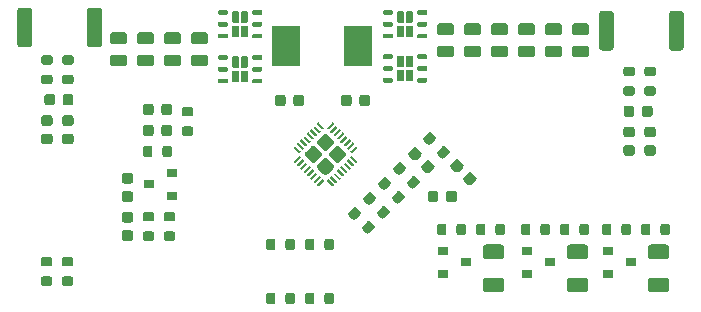
<source format=gbr>
%TF.GenerationSoftware,KiCad,Pcbnew,5.1.5+dfsg1-2build2*%
%TF.CreationDate,2021-12-28T20:55:31+01:00*%
%TF.ProjectId,Exousia,45786f75-7369-4612-9e6b-696361645f70,rev?*%
%TF.SameCoordinates,Original*%
%TF.FileFunction,Paste,Top*%
%TF.FilePolarity,Positive*%
%FSLAX46Y46*%
G04 Gerber Fmt 4.6, Leading zero omitted, Abs format (unit mm)*
G04 Created by KiCad (PCBNEW 5.1.5+dfsg1-2build2) date 2021-12-28 20:55:31*
%MOMM*%
%LPD*%
G04 APERTURE LIST*
%ADD10C,0.100000*%
%ADD11R,2.350000X3.500000*%
%ADD12R,0.900000X0.800000*%
G04 APERTURE END LIST*
D10*
%TO.C,R24*%
G36*
X184190704Y-143817404D02*
G01*
X184214973Y-143821004D01*
X184238771Y-143826965D01*
X184261871Y-143835230D01*
X184284049Y-143845720D01*
X184305093Y-143858333D01*
X184324798Y-143872947D01*
X184342977Y-143889423D01*
X184359453Y-143907602D01*
X184374067Y-143927307D01*
X184386680Y-143948351D01*
X184397170Y-143970529D01*
X184405435Y-143993629D01*
X184411396Y-144017427D01*
X184414996Y-144041696D01*
X184416200Y-144066200D01*
X184416200Y-146916200D01*
X184414996Y-146940704D01*
X184411396Y-146964973D01*
X184405435Y-146988771D01*
X184397170Y-147011871D01*
X184386680Y-147034049D01*
X184374067Y-147055093D01*
X184359453Y-147074798D01*
X184342977Y-147092977D01*
X184324798Y-147109453D01*
X184305093Y-147124067D01*
X184284049Y-147136680D01*
X184261871Y-147147170D01*
X184238771Y-147155435D01*
X184214973Y-147161396D01*
X184190704Y-147164996D01*
X184166200Y-147166200D01*
X183441200Y-147166200D01*
X183416696Y-147164996D01*
X183392427Y-147161396D01*
X183368629Y-147155435D01*
X183345529Y-147147170D01*
X183323351Y-147136680D01*
X183302307Y-147124067D01*
X183282602Y-147109453D01*
X183264423Y-147092977D01*
X183247947Y-147074798D01*
X183233333Y-147055093D01*
X183220720Y-147034049D01*
X183210230Y-147011871D01*
X183201965Y-146988771D01*
X183196004Y-146964973D01*
X183192404Y-146940704D01*
X183191200Y-146916200D01*
X183191200Y-144066200D01*
X183192404Y-144041696D01*
X183196004Y-144017427D01*
X183201965Y-143993629D01*
X183210230Y-143970529D01*
X183220720Y-143948351D01*
X183233333Y-143927307D01*
X183247947Y-143907602D01*
X183264423Y-143889423D01*
X183282602Y-143872947D01*
X183302307Y-143858333D01*
X183323351Y-143845720D01*
X183345529Y-143835230D01*
X183368629Y-143826965D01*
X183392427Y-143821004D01*
X183416696Y-143817404D01*
X183441200Y-143816200D01*
X184166200Y-143816200D01*
X184190704Y-143817404D01*
G37*
G36*
X190115704Y-143817404D02*
G01*
X190139973Y-143821004D01*
X190163771Y-143826965D01*
X190186871Y-143835230D01*
X190209049Y-143845720D01*
X190230093Y-143858333D01*
X190249798Y-143872947D01*
X190267977Y-143889423D01*
X190284453Y-143907602D01*
X190299067Y-143927307D01*
X190311680Y-143948351D01*
X190322170Y-143970529D01*
X190330435Y-143993629D01*
X190336396Y-144017427D01*
X190339996Y-144041696D01*
X190341200Y-144066200D01*
X190341200Y-146916200D01*
X190339996Y-146940704D01*
X190336396Y-146964973D01*
X190330435Y-146988771D01*
X190322170Y-147011871D01*
X190311680Y-147034049D01*
X190299067Y-147055093D01*
X190284453Y-147074798D01*
X190267977Y-147092977D01*
X190249798Y-147109453D01*
X190230093Y-147124067D01*
X190209049Y-147136680D01*
X190186871Y-147147170D01*
X190163771Y-147155435D01*
X190139973Y-147161396D01*
X190115704Y-147164996D01*
X190091200Y-147166200D01*
X189366200Y-147166200D01*
X189341696Y-147164996D01*
X189317427Y-147161396D01*
X189293629Y-147155435D01*
X189270529Y-147147170D01*
X189248351Y-147136680D01*
X189227307Y-147124067D01*
X189207602Y-147109453D01*
X189189423Y-147092977D01*
X189172947Y-147074798D01*
X189158333Y-147055093D01*
X189145720Y-147034049D01*
X189135230Y-147011871D01*
X189126965Y-146988771D01*
X189121004Y-146964973D01*
X189117404Y-146940704D01*
X189116200Y-146916200D01*
X189116200Y-144066200D01*
X189117404Y-144041696D01*
X189121004Y-144017427D01*
X189126965Y-143993629D01*
X189135230Y-143970529D01*
X189145720Y-143948351D01*
X189158333Y-143927307D01*
X189172947Y-143907602D01*
X189189423Y-143889423D01*
X189207602Y-143872947D01*
X189227307Y-143858333D01*
X189248351Y-143845720D01*
X189270529Y-143835230D01*
X189293629Y-143826965D01*
X189317427Y-143821004D01*
X189341696Y-143817404D01*
X189366200Y-143816200D01*
X190091200Y-143816200D01*
X190115704Y-143817404D01*
G37*
%TD*%
%TO.C,R2*%
G36*
X134927404Y-143525304D02*
G01*
X134951673Y-143528904D01*
X134975471Y-143534865D01*
X134998571Y-143543130D01*
X135020749Y-143553620D01*
X135041793Y-143566233D01*
X135061498Y-143580847D01*
X135079677Y-143597323D01*
X135096153Y-143615502D01*
X135110767Y-143635207D01*
X135123380Y-143656251D01*
X135133870Y-143678429D01*
X135142135Y-143701529D01*
X135148096Y-143725327D01*
X135151696Y-143749596D01*
X135152900Y-143774100D01*
X135152900Y-146624100D01*
X135151696Y-146648604D01*
X135148096Y-146672873D01*
X135142135Y-146696671D01*
X135133870Y-146719771D01*
X135123380Y-146741949D01*
X135110767Y-146762993D01*
X135096153Y-146782698D01*
X135079677Y-146800877D01*
X135061498Y-146817353D01*
X135041793Y-146831967D01*
X135020749Y-146844580D01*
X134998571Y-146855070D01*
X134975471Y-146863335D01*
X134951673Y-146869296D01*
X134927404Y-146872896D01*
X134902900Y-146874100D01*
X134177900Y-146874100D01*
X134153396Y-146872896D01*
X134129127Y-146869296D01*
X134105329Y-146863335D01*
X134082229Y-146855070D01*
X134060051Y-146844580D01*
X134039007Y-146831967D01*
X134019302Y-146817353D01*
X134001123Y-146800877D01*
X133984647Y-146782698D01*
X133970033Y-146762993D01*
X133957420Y-146741949D01*
X133946930Y-146719771D01*
X133938665Y-146696671D01*
X133932704Y-146672873D01*
X133929104Y-146648604D01*
X133927900Y-146624100D01*
X133927900Y-143774100D01*
X133929104Y-143749596D01*
X133932704Y-143725327D01*
X133938665Y-143701529D01*
X133946930Y-143678429D01*
X133957420Y-143656251D01*
X133970033Y-143635207D01*
X133984647Y-143615502D01*
X134001123Y-143597323D01*
X134019302Y-143580847D01*
X134039007Y-143566233D01*
X134060051Y-143553620D01*
X134082229Y-143543130D01*
X134105329Y-143534865D01*
X134129127Y-143528904D01*
X134153396Y-143525304D01*
X134177900Y-143524100D01*
X134902900Y-143524100D01*
X134927404Y-143525304D01*
G37*
G36*
X140852404Y-143525304D02*
G01*
X140876673Y-143528904D01*
X140900471Y-143534865D01*
X140923571Y-143543130D01*
X140945749Y-143553620D01*
X140966793Y-143566233D01*
X140986498Y-143580847D01*
X141004677Y-143597323D01*
X141021153Y-143615502D01*
X141035767Y-143635207D01*
X141048380Y-143656251D01*
X141058870Y-143678429D01*
X141067135Y-143701529D01*
X141073096Y-143725327D01*
X141076696Y-143749596D01*
X141077900Y-143774100D01*
X141077900Y-146624100D01*
X141076696Y-146648604D01*
X141073096Y-146672873D01*
X141067135Y-146696671D01*
X141058870Y-146719771D01*
X141048380Y-146741949D01*
X141035767Y-146762993D01*
X141021153Y-146782698D01*
X141004677Y-146800877D01*
X140986498Y-146817353D01*
X140966793Y-146831967D01*
X140945749Y-146844580D01*
X140923571Y-146855070D01*
X140900471Y-146863335D01*
X140876673Y-146869296D01*
X140852404Y-146872896D01*
X140827900Y-146874100D01*
X140102900Y-146874100D01*
X140078396Y-146872896D01*
X140054127Y-146869296D01*
X140030329Y-146863335D01*
X140007229Y-146855070D01*
X139985051Y-146844580D01*
X139964007Y-146831967D01*
X139944302Y-146817353D01*
X139926123Y-146800877D01*
X139909647Y-146782698D01*
X139895033Y-146762993D01*
X139882420Y-146741949D01*
X139871930Y-146719771D01*
X139863665Y-146696671D01*
X139857704Y-146672873D01*
X139854104Y-146648604D01*
X139852900Y-146624100D01*
X139852900Y-143774100D01*
X139854104Y-143749596D01*
X139857704Y-143725327D01*
X139863665Y-143701529D01*
X139871930Y-143678429D01*
X139882420Y-143656251D01*
X139895033Y-143635207D01*
X139909647Y-143615502D01*
X139926123Y-143597323D01*
X139944302Y-143580847D01*
X139964007Y-143566233D01*
X139985051Y-143553620D01*
X140007229Y-143543130D01*
X140030329Y-143534865D01*
X140054127Y-143528904D01*
X140078396Y-143525304D01*
X140102900Y-143524100D01*
X140827900Y-143524100D01*
X140852404Y-143525304D01*
G37*
%TD*%
D11*
%TO.C,L1*%
X162768000Y-146812000D03*
X156718000Y-146812000D03*
%TD*%
D10*
%TO.C,U3*%
G36*
X159019199Y-155233442D02*
G01*
X159043467Y-155237042D01*
X159067266Y-155243003D01*
X159090365Y-155251268D01*
X159112544Y-155261758D01*
X159133587Y-155274370D01*
X159153293Y-155288985D01*
X159171471Y-155305461D01*
X159645234Y-155779224D01*
X159661710Y-155797402D01*
X159676325Y-155817108D01*
X159688937Y-155838151D01*
X159699427Y-155860330D01*
X159707692Y-155883429D01*
X159713653Y-155907228D01*
X159717253Y-155931496D01*
X159718457Y-155956000D01*
X159717253Y-155980504D01*
X159713653Y-156004772D01*
X159707692Y-156028571D01*
X159699427Y-156051670D01*
X159688937Y-156073849D01*
X159676325Y-156094892D01*
X159661710Y-156114598D01*
X159645234Y-156132776D01*
X159171471Y-156606539D01*
X159153293Y-156623015D01*
X159133587Y-156637630D01*
X159112544Y-156650242D01*
X159090365Y-156660732D01*
X159067266Y-156668997D01*
X159043467Y-156674958D01*
X159019199Y-156678558D01*
X158994695Y-156679762D01*
X158970191Y-156678558D01*
X158945923Y-156674958D01*
X158922124Y-156668997D01*
X158899025Y-156660732D01*
X158876846Y-156650242D01*
X158855803Y-156637630D01*
X158836097Y-156623015D01*
X158817919Y-156606539D01*
X158344156Y-156132776D01*
X158327680Y-156114598D01*
X158313065Y-156094892D01*
X158300453Y-156073849D01*
X158289963Y-156051670D01*
X158281698Y-156028571D01*
X158275737Y-156004772D01*
X158272137Y-155980504D01*
X158270933Y-155956000D01*
X158272137Y-155931496D01*
X158275737Y-155907228D01*
X158281698Y-155883429D01*
X158289963Y-155860330D01*
X158300453Y-155838151D01*
X158313065Y-155817108D01*
X158327680Y-155797402D01*
X158344156Y-155779224D01*
X158817919Y-155305461D01*
X158836097Y-155288985D01*
X158855803Y-155274370D01*
X158876846Y-155261758D01*
X158899025Y-155251268D01*
X158922124Y-155243003D01*
X158945923Y-155237042D01*
X158970191Y-155233442D01*
X158994695Y-155232238D01*
X159019199Y-155233442D01*
G37*
G36*
X160044504Y-156258747D02*
G01*
X160068772Y-156262347D01*
X160092571Y-156268308D01*
X160115670Y-156276573D01*
X160137849Y-156287063D01*
X160158892Y-156299675D01*
X160178598Y-156314290D01*
X160196776Y-156330766D01*
X160670539Y-156804529D01*
X160687015Y-156822707D01*
X160701630Y-156842413D01*
X160714242Y-156863456D01*
X160724732Y-156885635D01*
X160732997Y-156908734D01*
X160738958Y-156932533D01*
X160742558Y-156956801D01*
X160743762Y-156981305D01*
X160742558Y-157005809D01*
X160738958Y-157030077D01*
X160732997Y-157053876D01*
X160724732Y-157076975D01*
X160714242Y-157099154D01*
X160701630Y-157120197D01*
X160687015Y-157139903D01*
X160670539Y-157158081D01*
X160196776Y-157631844D01*
X160178598Y-157648320D01*
X160158892Y-157662935D01*
X160137849Y-157675547D01*
X160115670Y-157686037D01*
X160092571Y-157694302D01*
X160068772Y-157700263D01*
X160044504Y-157703863D01*
X160020000Y-157705067D01*
X159995496Y-157703863D01*
X159971228Y-157700263D01*
X159947429Y-157694302D01*
X159924330Y-157686037D01*
X159902151Y-157675547D01*
X159881108Y-157662935D01*
X159861402Y-157648320D01*
X159843224Y-157631844D01*
X159369461Y-157158081D01*
X159352985Y-157139903D01*
X159338370Y-157120197D01*
X159325758Y-157099154D01*
X159315268Y-157076975D01*
X159307003Y-157053876D01*
X159301042Y-157030077D01*
X159297442Y-157005809D01*
X159296238Y-156981305D01*
X159297442Y-156956801D01*
X159301042Y-156932533D01*
X159307003Y-156908734D01*
X159315268Y-156885635D01*
X159325758Y-156863456D01*
X159338370Y-156842413D01*
X159352985Y-156822707D01*
X159369461Y-156804529D01*
X159843224Y-156330766D01*
X159861402Y-156314290D01*
X159881108Y-156299675D01*
X159902151Y-156287063D01*
X159924330Y-156276573D01*
X159947429Y-156268308D01*
X159971228Y-156262347D01*
X159995496Y-156258747D01*
X160020000Y-156257543D01*
X160044504Y-156258747D01*
G37*
G36*
X160044504Y-154208137D02*
G01*
X160068772Y-154211737D01*
X160092571Y-154217698D01*
X160115670Y-154225963D01*
X160137849Y-154236453D01*
X160158892Y-154249065D01*
X160178598Y-154263680D01*
X160196776Y-154280156D01*
X160670539Y-154753919D01*
X160687015Y-154772097D01*
X160701630Y-154791803D01*
X160714242Y-154812846D01*
X160724732Y-154835025D01*
X160732997Y-154858124D01*
X160738958Y-154881923D01*
X160742558Y-154906191D01*
X160743762Y-154930695D01*
X160742558Y-154955199D01*
X160738958Y-154979467D01*
X160732997Y-155003266D01*
X160724732Y-155026365D01*
X160714242Y-155048544D01*
X160701630Y-155069587D01*
X160687015Y-155089293D01*
X160670539Y-155107471D01*
X160196776Y-155581234D01*
X160178598Y-155597710D01*
X160158892Y-155612325D01*
X160137849Y-155624937D01*
X160115670Y-155635427D01*
X160092571Y-155643692D01*
X160068772Y-155649653D01*
X160044504Y-155653253D01*
X160020000Y-155654457D01*
X159995496Y-155653253D01*
X159971228Y-155649653D01*
X159947429Y-155643692D01*
X159924330Y-155635427D01*
X159902151Y-155624937D01*
X159881108Y-155612325D01*
X159861402Y-155597710D01*
X159843224Y-155581234D01*
X159369461Y-155107471D01*
X159352985Y-155089293D01*
X159338370Y-155069587D01*
X159325758Y-155048544D01*
X159315268Y-155026365D01*
X159307003Y-155003266D01*
X159301042Y-154979467D01*
X159297442Y-154955199D01*
X159296238Y-154930695D01*
X159297442Y-154906191D01*
X159301042Y-154881923D01*
X159307003Y-154858124D01*
X159315268Y-154835025D01*
X159325758Y-154812846D01*
X159338370Y-154791803D01*
X159352985Y-154772097D01*
X159369461Y-154753919D01*
X159843224Y-154280156D01*
X159861402Y-154263680D01*
X159881108Y-154249065D01*
X159902151Y-154236453D01*
X159924330Y-154225963D01*
X159947429Y-154217698D01*
X159971228Y-154211737D01*
X159995496Y-154208137D01*
X160020000Y-154206933D01*
X160044504Y-154208137D01*
G37*
G36*
X161069809Y-155233442D02*
G01*
X161094077Y-155237042D01*
X161117876Y-155243003D01*
X161140975Y-155251268D01*
X161163154Y-155261758D01*
X161184197Y-155274370D01*
X161203903Y-155288985D01*
X161222081Y-155305461D01*
X161695844Y-155779224D01*
X161712320Y-155797402D01*
X161726935Y-155817108D01*
X161739547Y-155838151D01*
X161750037Y-155860330D01*
X161758302Y-155883429D01*
X161764263Y-155907228D01*
X161767863Y-155931496D01*
X161769067Y-155956000D01*
X161767863Y-155980504D01*
X161764263Y-156004772D01*
X161758302Y-156028571D01*
X161750037Y-156051670D01*
X161739547Y-156073849D01*
X161726935Y-156094892D01*
X161712320Y-156114598D01*
X161695844Y-156132776D01*
X161222081Y-156606539D01*
X161203903Y-156623015D01*
X161184197Y-156637630D01*
X161163154Y-156650242D01*
X161140975Y-156660732D01*
X161117876Y-156668997D01*
X161094077Y-156674958D01*
X161069809Y-156678558D01*
X161045305Y-156679762D01*
X161020801Y-156678558D01*
X160996533Y-156674958D01*
X160972734Y-156668997D01*
X160949635Y-156660732D01*
X160927456Y-156650242D01*
X160906413Y-156637630D01*
X160886707Y-156623015D01*
X160868529Y-156606539D01*
X160394766Y-156132776D01*
X160378290Y-156114598D01*
X160363675Y-156094892D01*
X160351063Y-156073849D01*
X160340573Y-156051670D01*
X160332308Y-156028571D01*
X160326347Y-156004772D01*
X160322747Y-155980504D01*
X160321543Y-155956000D01*
X160322747Y-155931496D01*
X160326347Y-155907228D01*
X160332308Y-155883429D01*
X160340573Y-155860330D01*
X160351063Y-155838151D01*
X160363675Y-155817108D01*
X160378290Y-155797402D01*
X160394766Y-155779224D01*
X160868529Y-155305461D01*
X160886707Y-155288985D01*
X160906413Y-155274370D01*
X160927456Y-155261758D01*
X160949635Y-155251268D01*
X160972734Y-155243003D01*
X160996533Y-155237042D01*
X161020801Y-155233442D01*
X161045305Y-155232238D01*
X161069809Y-155233442D01*
G37*
G36*
X162252287Y-156083018D02*
G01*
X162257141Y-156083738D01*
X162261900Y-156084930D01*
X162266520Y-156086583D01*
X162270956Y-156088681D01*
X162275165Y-156091204D01*
X162279106Y-156094126D01*
X162282741Y-156097422D01*
X162707005Y-156521686D01*
X162710301Y-156525321D01*
X162713223Y-156529262D01*
X162715746Y-156533471D01*
X162717844Y-156537907D01*
X162719497Y-156542527D01*
X162720689Y-156547286D01*
X162721409Y-156552140D01*
X162721650Y-156557041D01*
X162721409Y-156561942D01*
X162720689Y-156566796D01*
X162719497Y-156571555D01*
X162717844Y-156576175D01*
X162715746Y-156580611D01*
X162713223Y-156584820D01*
X162710301Y-156588761D01*
X162707005Y-156592396D01*
X162636295Y-156663106D01*
X162632660Y-156666402D01*
X162628719Y-156669324D01*
X162624510Y-156671847D01*
X162620074Y-156673945D01*
X162615454Y-156675598D01*
X162610695Y-156676790D01*
X162605841Y-156677510D01*
X162600940Y-156677751D01*
X162596039Y-156677510D01*
X162591185Y-156676790D01*
X162586426Y-156675598D01*
X162581806Y-156673945D01*
X162577370Y-156671847D01*
X162573161Y-156669324D01*
X162569220Y-156666402D01*
X162565585Y-156663106D01*
X162141321Y-156238842D01*
X162138025Y-156235207D01*
X162135103Y-156231266D01*
X162132580Y-156227057D01*
X162130482Y-156222621D01*
X162128829Y-156218001D01*
X162127637Y-156213242D01*
X162126917Y-156208388D01*
X162126676Y-156203487D01*
X162126917Y-156198586D01*
X162127637Y-156193732D01*
X162128829Y-156188973D01*
X162130482Y-156184353D01*
X162132580Y-156179917D01*
X162135103Y-156175708D01*
X162138025Y-156171767D01*
X162141321Y-156168132D01*
X162212031Y-156097422D01*
X162215666Y-156094126D01*
X162219607Y-156091204D01*
X162223816Y-156088681D01*
X162228252Y-156086583D01*
X162232872Y-156084930D01*
X162237631Y-156083738D01*
X162242485Y-156083018D01*
X162247386Y-156082777D01*
X162252287Y-156083018D01*
G37*
G36*
X161969444Y-156365861D02*
G01*
X161974298Y-156366581D01*
X161979057Y-156367773D01*
X161983677Y-156369426D01*
X161988113Y-156371524D01*
X161992322Y-156374047D01*
X161996263Y-156376969D01*
X161999898Y-156380265D01*
X162424162Y-156804529D01*
X162427458Y-156808164D01*
X162430380Y-156812105D01*
X162432903Y-156816314D01*
X162435001Y-156820750D01*
X162436654Y-156825370D01*
X162437846Y-156830129D01*
X162438566Y-156834983D01*
X162438807Y-156839884D01*
X162438566Y-156844785D01*
X162437846Y-156849639D01*
X162436654Y-156854398D01*
X162435001Y-156859018D01*
X162432903Y-156863454D01*
X162430380Y-156867663D01*
X162427458Y-156871604D01*
X162424162Y-156875239D01*
X162353452Y-156945949D01*
X162349817Y-156949245D01*
X162345876Y-156952167D01*
X162341667Y-156954690D01*
X162337231Y-156956788D01*
X162332611Y-156958441D01*
X162327852Y-156959633D01*
X162322998Y-156960353D01*
X162318097Y-156960594D01*
X162313196Y-156960353D01*
X162308342Y-156959633D01*
X162303583Y-156958441D01*
X162298963Y-156956788D01*
X162294527Y-156954690D01*
X162290318Y-156952167D01*
X162286377Y-156949245D01*
X162282742Y-156945949D01*
X161858478Y-156521685D01*
X161855182Y-156518050D01*
X161852260Y-156514109D01*
X161849737Y-156509900D01*
X161847639Y-156505464D01*
X161845986Y-156500844D01*
X161844794Y-156496085D01*
X161844074Y-156491231D01*
X161843833Y-156486330D01*
X161844074Y-156481429D01*
X161844794Y-156476575D01*
X161845986Y-156471816D01*
X161847639Y-156467196D01*
X161849737Y-156462760D01*
X161852260Y-156458551D01*
X161855182Y-156454610D01*
X161858478Y-156450975D01*
X161929188Y-156380265D01*
X161932823Y-156376969D01*
X161936764Y-156374047D01*
X161940973Y-156371524D01*
X161945409Y-156369426D01*
X161950029Y-156367773D01*
X161954788Y-156366581D01*
X161959642Y-156365861D01*
X161964543Y-156365620D01*
X161969444Y-156365861D01*
G37*
G36*
X161686602Y-156648703D02*
G01*
X161691456Y-156649423D01*
X161696215Y-156650615D01*
X161700835Y-156652268D01*
X161705271Y-156654366D01*
X161709480Y-156656889D01*
X161713421Y-156659811D01*
X161717056Y-156663107D01*
X162141320Y-157087371D01*
X162144616Y-157091006D01*
X162147538Y-157094947D01*
X162150061Y-157099156D01*
X162152159Y-157103592D01*
X162153812Y-157108212D01*
X162155004Y-157112971D01*
X162155724Y-157117825D01*
X162155965Y-157122726D01*
X162155724Y-157127627D01*
X162155004Y-157132481D01*
X162153812Y-157137240D01*
X162152159Y-157141860D01*
X162150061Y-157146296D01*
X162147538Y-157150505D01*
X162144616Y-157154446D01*
X162141320Y-157158081D01*
X162070610Y-157228791D01*
X162066975Y-157232087D01*
X162063034Y-157235009D01*
X162058825Y-157237532D01*
X162054389Y-157239630D01*
X162049769Y-157241283D01*
X162045010Y-157242475D01*
X162040156Y-157243195D01*
X162035255Y-157243436D01*
X162030354Y-157243195D01*
X162025500Y-157242475D01*
X162020741Y-157241283D01*
X162016121Y-157239630D01*
X162011685Y-157237532D01*
X162007476Y-157235009D01*
X162003535Y-157232087D01*
X161999900Y-157228791D01*
X161575636Y-156804527D01*
X161572340Y-156800892D01*
X161569418Y-156796951D01*
X161566895Y-156792742D01*
X161564797Y-156788306D01*
X161563144Y-156783686D01*
X161561952Y-156778927D01*
X161561232Y-156774073D01*
X161560991Y-156769172D01*
X161561232Y-156764271D01*
X161561952Y-156759417D01*
X161563144Y-156754658D01*
X161564797Y-156750038D01*
X161566895Y-156745602D01*
X161569418Y-156741393D01*
X161572340Y-156737452D01*
X161575636Y-156733817D01*
X161646346Y-156663107D01*
X161649981Y-156659811D01*
X161653922Y-156656889D01*
X161658131Y-156654366D01*
X161662567Y-156652268D01*
X161667187Y-156650615D01*
X161671946Y-156649423D01*
X161676800Y-156648703D01*
X161681701Y-156648462D01*
X161686602Y-156648703D01*
G37*
G36*
X161403759Y-156931546D02*
G01*
X161408613Y-156932266D01*
X161413372Y-156933458D01*
X161417992Y-156935111D01*
X161422428Y-156937209D01*
X161426637Y-156939732D01*
X161430578Y-156942654D01*
X161434213Y-156945950D01*
X161858477Y-157370214D01*
X161861773Y-157373849D01*
X161864695Y-157377790D01*
X161867218Y-157381999D01*
X161869316Y-157386435D01*
X161870969Y-157391055D01*
X161872161Y-157395814D01*
X161872881Y-157400668D01*
X161873122Y-157405569D01*
X161872881Y-157410470D01*
X161872161Y-157415324D01*
X161870969Y-157420083D01*
X161869316Y-157424703D01*
X161867218Y-157429139D01*
X161864695Y-157433348D01*
X161861773Y-157437289D01*
X161858477Y-157440924D01*
X161787767Y-157511634D01*
X161784132Y-157514930D01*
X161780191Y-157517852D01*
X161775982Y-157520375D01*
X161771546Y-157522473D01*
X161766926Y-157524126D01*
X161762167Y-157525318D01*
X161757313Y-157526038D01*
X161752412Y-157526279D01*
X161747511Y-157526038D01*
X161742657Y-157525318D01*
X161737898Y-157524126D01*
X161733278Y-157522473D01*
X161728842Y-157520375D01*
X161724633Y-157517852D01*
X161720692Y-157514930D01*
X161717057Y-157511634D01*
X161292793Y-157087370D01*
X161289497Y-157083735D01*
X161286575Y-157079794D01*
X161284052Y-157075585D01*
X161281954Y-157071149D01*
X161280301Y-157066529D01*
X161279109Y-157061770D01*
X161278389Y-157056916D01*
X161278148Y-157052015D01*
X161278389Y-157047114D01*
X161279109Y-157042260D01*
X161280301Y-157037501D01*
X161281954Y-157032881D01*
X161284052Y-157028445D01*
X161286575Y-157024236D01*
X161289497Y-157020295D01*
X161292793Y-157016660D01*
X161363503Y-156945950D01*
X161367138Y-156942654D01*
X161371079Y-156939732D01*
X161375288Y-156937209D01*
X161379724Y-156935111D01*
X161384344Y-156933458D01*
X161389103Y-156932266D01*
X161393957Y-156931546D01*
X161398858Y-156931305D01*
X161403759Y-156931546D01*
G37*
G36*
X161120916Y-157214389D02*
G01*
X161125770Y-157215109D01*
X161130529Y-157216301D01*
X161135149Y-157217954D01*
X161139585Y-157220052D01*
X161143794Y-157222575D01*
X161147735Y-157225497D01*
X161151370Y-157228793D01*
X161575634Y-157653057D01*
X161578930Y-157656692D01*
X161581852Y-157660633D01*
X161584375Y-157664842D01*
X161586473Y-157669278D01*
X161588126Y-157673898D01*
X161589318Y-157678657D01*
X161590038Y-157683511D01*
X161590279Y-157688412D01*
X161590038Y-157693313D01*
X161589318Y-157698167D01*
X161588126Y-157702926D01*
X161586473Y-157707546D01*
X161584375Y-157711982D01*
X161581852Y-157716191D01*
X161578930Y-157720132D01*
X161575634Y-157723767D01*
X161504924Y-157794477D01*
X161501289Y-157797773D01*
X161497348Y-157800695D01*
X161493139Y-157803218D01*
X161488703Y-157805316D01*
X161484083Y-157806969D01*
X161479324Y-157808161D01*
X161474470Y-157808881D01*
X161469569Y-157809122D01*
X161464668Y-157808881D01*
X161459814Y-157808161D01*
X161455055Y-157806969D01*
X161450435Y-157805316D01*
X161445999Y-157803218D01*
X161441790Y-157800695D01*
X161437849Y-157797773D01*
X161434214Y-157794477D01*
X161009950Y-157370213D01*
X161006654Y-157366578D01*
X161003732Y-157362637D01*
X161001209Y-157358428D01*
X160999111Y-157353992D01*
X160997458Y-157349372D01*
X160996266Y-157344613D01*
X160995546Y-157339759D01*
X160995305Y-157334858D01*
X160995546Y-157329957D01*
X160996266Y-157325103D01*
X160997458Y-157320344D01*
X160999111Y-157315724D01*
X161001209Y-157311288D01*
X161003732Y-157307079D01*
X161006654Y-157303138D01*
X161009950Y-157299503D01*
X161080660Y-157228793D01*
X161084295Y-157225497D01*
X161088236Y-157222575D01*
X161092445Y-157220052D01*
X161096881Y-157217954D01*
X161101501Y-157216301D01*
X161106260Y-157215109D01*
X161111114Y-157214389D01*
X161116015Y-157214148D01*
X161120916Y-157214389D01*
G37*
G36*
X160838073Y-157497232D02*
G01*
X160842927Y-157497952D01*
X160847686Y-157499144D01*
X160852306Y-157500797D01*
X160856742Y-157502895D01*
X160860951Y-157505418D01*
X160864892Y-157508340D01*
X160868527Y-157511636D01*
X161292791Y-157935900D01*
X161296087Y-157939535D01*
X161299009Y-157943476D01*
X161301532Y-157947685D01*
X161303630Y-157952121D01*
X161305283Y-157956741D01*
X161306475Y-157961500D01*
X161307195Y-157966354D01*
X161307436Y-157971255D01*
X161307195Y-157976156D01*
X161306475Y-157981010D01*
X161305283Y-157985769D01*
X161303630Y-157990389D01*
X161301532Y-157994825D01*
X161299009Y-157999034D01*
X161296087Y-158002975D01*
X161292791Y-158006610D01*
X161222081Y-158077320D01*
X161218446Y-158080616D01*
X161214505Y-158083538D01*
X161210296Y-158086061D01*
X161205860Y-158088159D01*
X161201240Y-158089812D01*
X161196481Y-158091004D01*
X161191627Y-158091724D01*
X161186726Y-158091965D01*
X161181825Y-158091724D01*
X161176971Y-158091004D01*
X161172212Y-158089812D01*
X161167592Y-158088159D01*
X161163156Y-158086061D01*
X161158947Y-158083538D01*
X161155006Y-158080616D01*
X161151371Y-158077320D01*
X160727107Y-157653056D01*
X160723811Y-157649421D01*
X160720889Y-157645480D01*
X160718366Y-157641271D01*
X160716268Y-157636835D01*
X160714615Y-157632215D01*
X160713423Y-157627456D01*
X160712703Y-157622602D01*
X160712462Y-157617701D01*
X160712703Y-157612800D01*
X160713423Y-157607946D01*
X160714615Y-157603187D01*
X160716268Y-157598567D01*
X160718366Y-157594131D01*
X160720889Y-157589922D01*
X160723811Y-157585981D01*
X160727107Y-157582346D01*
X160797817Y-157511636D01*
X160801452Y-157508340D01*
X160805393Y-157505418D01*
X160809602Y-157502895D01*
X160814038Y-157500797D01*
X160818658Y-157499144D01*
X160823417Y-157497952D01*
X160828271Y-157497232D01*
X160833172Y-157496991D01*
X160838073Y-157497232D01*
G37*
G36*
X160555231Y-157780074D02*
G01*
X160560085Y-157780794D01*
X160564844Y-157781986D01*
X160569464Y-157783639D01*
X160573900Y-157785737D01*
X160578109Y-157788260D01*
X160582050Y-157791182D01*
X160585685Y-157794478D01*
X161009949Y-158218742D01*
X161013245Y-158222377D01*
X161016167Y-158226318D01*
X161018690Y-158230527D01*
X161020788Y-158234963D01*
X161022441Y-158239583D01*
X161023633Y-158244342D01*
X161024353Y-158249196D01*
X161024594Y-158254097D01*
X161024353Y-158258998D01*
X161023633Y-158263852D01*
X161022441Y-158268611D01*
X161020788Y-158273231D01*
X161018690Y-158277667D01*
X161016167Y-158281876D01*
X161013245Y-158285817D01*
X161009949Y-158289452D01*
X160939239Y-158360162D01*
X160935604Y-158363458D01*
X160931663Y-158366380D01*
X160927454Y-158368903D01*
X160923018Y-158371001D01*
X160918398Y-158372654D01*
X160913639Y-158373846D01*
X160908785Y-158374566D01*
X160903884Y-158374807D01*
X160898983Y-158374566D01*
X160894129Y-158373846D01*
X160889370Y-158372654D01*
X160884750Y-158371001D01*
X160880314Y-158368903D01*
X160876105Y-158366380D01*
X160872164Y-158363458D01*
X160868529Y-158360162D01*
X160444265Y-157935898D01*
X160440969Y-157932263D01*
X160438047Y-157928322D01*
X160435524Y-157924113D01*
X160433426Y-157919677D01*
X160431773Y-157915057D01*
X160430581Y-157910298D01*
X160429861Y-157905444D01*
X160429620Y-157900543D01*
X160429861Y-157895642D01*
X160430581Y-157890788D01*
X160431773Y-157886029D01*
X160433426Y-157881409D01*
X160435524Y-157876973D01*
X160438047Y-157872764D01*
X160440969Y-157868823D01*
X160444265Y-157865188D01*
X160514975Y-157794478D01*
X160518610Y-157791182D01*
X160522551Y-157788260D01*
X160526760Y-157785737D01*
X160531196Y-157783639D01*
X160535816Y-157781986D01*
X160540575Y-157780794D01*
X160545429Y-157780074D01*
X160550330Y-157779833D01*
X160555231Y-157780074D01*
G37*
G36*
X160272388Y-158062917D02*
G01*
X160277242Y-158063637D01*
X160282001Y-158064829D01*
X160286621Y-158066482D01*
X160291057Y-158068580D01*
X160295266Y-158071103D01*
X160299207Y-158074025D01*
X160302842Y-158077321D01*
X160727106Y-158501585D01*
X160730402Y-158505220D01*
X160733324Y-158509161D01*
X160735847Y-158513370D01*
X160737945Y-158517806D01*
X160739598Y-158522426D01*
X160740790Y-158527185D01*
X160741510Y-158532039D01*
X160741751Y-158536940D01*
X160741510Y-158541841D01*
X160740790Y-158546695D01*
X160739598Y-158551454D01*
X160737945Y-158556074D01*
X160735847Y-158560510D01*
X160733324Y-158564719D01*
X160730402Y-158568660D01*
X160727106Y-158572295D01*
X160656396Y-158643005D01*
X160652761Y-158646301D01*
X160648820Y-158649223D01*
X160644611Y-158651746D01*
X160640175Y-158653844D01*
X160635555Y-158655497D01*
X160630796Y-158656689D01*
X160625942Y-158657409D01*
X160621041Y-158657650D01*
X160616140Y-158657409D01*
X160611286Y-158656689D01*
X160606527Y-158655497D01*
X160601907Y-158653844D01*
X160597471Y-158651746D01*
X160593262Y-158649223D01*
X160589321Y-158646301D01*
X160585686Y-158643005D01*
X160161422Y-158218741D01*
X160158126Y-158215106D01*
X160155204Y-158211165D01*
X160152681Y-158206956D01*
X160150583Y-158202520D01*
X160148930Y-158197900D01*
X160147738Y-158193141D01*
X160147018Y-158188287D01*
X160146777Y-158183386D01*
X160147018Y-158178485D01*
X160147738Y-158173631D01*
X160148930Y-158168872D01*
X160150583Y-158164252D01*
X160152681Y-158159816D01*
X160155204Y-158155607D01*
X160158126Y-158151666D01*
X160161422Y-158148031D01*
X160232132Y-158077321D01*
X160235767Y-158074025D01*
X160239708Y-158071103D01*
X160243917Y-158068580D01*
X160248353Y-158066482D01*
X160252973Y-158064829D01*
X160257732Y-158063637D01*
X160262586Y-158062917D01*
X160267487Y-158062676D01*
X160272388Y-158062917D01*
G37*
G36*
X159777414Y-158062917D02*
G01*
X159782268Y-158063637D01*
X159787027Y-158064829D01*
X159791647Y-158066482D01*
X159796083Y-158068580D01*
X159800292Y-158071103D01*
X159804233Y-158074025D01*
X159807868Y-158077321D01*
X159878578Y-158148031D01*
X159881874Y-158151666D01*
X159884796Y-158155607D01*
X159887319Y-158159816D01*
X159889417Y-158164252D01*
X159891070Y-158168872D01*
X159892262Y-158173631D01*
X159892982Y-158178485D01*
X159893223Y-158183386D01*
X159892982Y-158188287D01*
X159892262Y-158193141D01*
X159891070Y-158197900D01*
X159889417Y-158202520D01*
X159887319Y-158206956D01*
X159884796Y-158211165D01*
X159881874Y-158215106D01*
X159878578Y-158218741D01*
X159454314Y-158643005D01*
X159450679Y-158646301D01*
X159446738Y-158649223D01*
X159442529Y-158651746D01*
X159438093Y-158653844D01*
X159433473Y-158655497D01*
X159428714Y-158656689D01*
X159423860Y-158657409D01*
X159418959Y-158657650D01*
X159414058Y-158657409D01*
X159409204Y-158656689D01*
X159404445Y-158655497D01*
X159399825Y-158653844D01*
X159395389Y-158651746D01*
X159391180Y-158649223D01*
X159387239Y-158646301D01*
X159383604Y-158643005D01*
X159312894Y-158572295D01*
X159309598Y-158568660D01*
X159306676Y-158564719D01*
X159304153Y-158560510D01*
X159302055Y-158556074D01*
X159300402Y-158551454D01*
X159299210Y-158546695D01*
X159298490Y-158541841D01*
X159298249Y-158536940D01*
X159298490Y-158532039D01*
X159299210Y-158527185D01*
X159300402Y-158522426D01*
X159302055Y-158517806D01*
X159304153Y-158513370D01*
X159306676Y-158509161D01*
X159309598Y-158505220D01*
X159312894Y-158501585D01*
X159737158Y-158077321D01*
X159740793Y-158074025D01*
X159744734Y-158071103D01*
X159748943Y-158068580D01*
X159753379Y-158066482D01*
X159757999Y-158064829D01*
X159762758Y-158063637D01*
X159767612Y-158062917D01*
X159772513Y-158062676D01*
X159777414Y-158062917D01*
G37*
G36*
X159494571Y-157780074D02*
G01*
X159499425Y-157780794D01*
X159504184Y-157781986D01*
X159508804Y-157783639D01*
X159513240Y-157785737D01*
X159517449Y-157788260D01*
X159521390Y-157791182D01*
X159525025Y-157794478D01*
X159595735Y-157865188D01*
X159599031Y-157868823D01*
X159601953Y-157872764D01*
X159604476Y-157876973D01*
X159606574Y-157881409D01*
X159608227Y-157886029D01*
X159609419Y-157890788D01*
X159610139Y-157895642D01*
X159610380Y-157900543D01*
X159610139Y-157905444D01*
X159609419Y-157910298D01*
X159608227Y-157915057D01*
X159606574Y-157919677D01*
X159604476Y-157924113D01*
X159601953Y-157928322D01*
X159599031Y-157932263D01*
X159595735Y-157935898D01*
X159171471Y-158360162D01*
X159167836Y-158363458D01*
X159163895Y-158366380D01*
X159159686Y-158368903D01*
X159155250Y-158371001D01*
X159150630Y-158372654D01*
X159145871Y-158373846D01*
X159141017Y-158374566D01*
X159136116Y-158374807D01*
X159131215Y-158374566D01*
X159126361Y-158373846D01*
X159121602Y-158372654D01*
X159116982Y-158371001D01*
X159112546Y-158368903D01*
X159108337Y-158366380D01*
X159104396Y-158363458D01*
X159100761Y-158360162D01*
X159030051Y-158289452D01*
X159026755Y-158285817D01*
X159023833Y-158281876D01*
X159021310Y-158277667D01*
X159019212Y-158273231D01*
X159017559Y-158268611D01*
X159016367Y-158263852D01*
X159015647Y-158258998D01*
X159015406Y-158254097D01*
X159015647Y-158249196D01*
X159016367Y-158244342D01*
X159017559Y-158239583D01*
X159019212Y-158234963D01*
X159021310Y-158230527D01*
X159023833Y-158226318D01*
X159026755Y-158222377D01*
X159030051Y-158218742D01*
X159454315Y-157794478D01*
X159457950Y-157791182D01*
X159461891Y-157788260D01*
X159466100Y-157785737D01*
X159470536Y-157783639D01*
X159475156Y-157781986D01*
X159479915Y-157780794D01*
X159484769Y-157780074D01*
X159489670Y-157779833D01*
X159494571Y-157780074D01*
G37*
G36*
X159211729Y-157497232D02*
G01*
X159216583Y-157497952D01*
X159221342Y-157499144D01*
X159225962Y-157500797D01*
X159230398Y-157502895D01*
X159234607Y-157505418D01*
X159238548Y-157508340D01*
X159242183Y-157511636D01*
X159312893Y-157582346D01*
X159316189Y-157585981D01*
X159319111Y-157589922D01*
X159321634Y-157594131D01*
X159323732Y-157598567D01*
X159325385Y-157603187D01*
X159326577Y-157607946D01*
X159327297Y-157612800D01*
X159327538Y-157617701D01*
X159327297Y-157622602D01*
X159326577Y-157627456D01*
X159325385Y-157632215D01*
X159323732Y-157636835D01*
X159321634Y-157641271D01*
X159319111Y-157645480D01*
X159316189Y-157649421D01*
X159312893Y-157653056D01*
X158888629Y-158077320D01*
X158884994Y-158080616D01*
X158881053Y-158083538D01*
X158876844Y-158086061D01*
X158872408Y-158088159D01*
X158867788Y-158089812D01*
X158863029Y-158091004D01*
X158858175Y-158091724D01*
X158853274Y-158091965D01*
X158848373Y-158091724D01*
X158843519Y-158091004D01*
X158838760Y-158089812D01*
X158834140Y-158088159D01*
X158829704Y-158086061D01*
X158825495Y-158083538D01*
X158821554Y-158080616D01*
X158817919Y-158077320D01*
X158747209Y-158006610D01*
X158743913Y-158002975D01*
X158740991Y-157999034D01*
X158738468Y-157994825D01*
X158736370Y-157990389D01*
X158734717Y-157985769D01*
X158733525Y-157981010D01*
X158732805Y-157976156D01*
X158732564Y-157971255D01*
X158732805Y-157966354D01*
X158733525Y-157961500D01*
X158734717Y-157956741D01*
X158736370Y-157952121D01*
X158738468Y-157947685D01*
X158740991Y-157943476D01*
X158743913Y-157939535D01*
X158747209Y-157935900D01*
X159171473Y-157511636D01*
X159175108Y-157508340D01*
X159179049Y-157505418D01*
X159183258Y-157502895D01*
X159187694Y-157500797D01*
X159192314Y-157499144D01*
X159197073Y-157497952D01*
X159201927Y-157497232D01*
X159206828Y-157496991D01*
X159211729Y-157497232D01*
G37*
G36*
X158928886Y-157214389D02*
G01*
X158933740Y-157215109D01*
X158938499Y-157216301D01*
X158943119Y-157217954D01*
X158947555Y-157220052D01*
X158951764Y-157222575D01*
X158955705Y-157225497D01*
X158959340Y-157228793D01*
X159030050Y-157299503D01*
X159033346Y-157303138D01*
X159036268Y-157307079D01*
X159038791Y-157311288D01*
X159040889Y-157315724D01*
X159042542Y-157320344D01*
X159043734Y-157325103D01*
X159044454Y-157329957D01*
X159044695Y-157334858D01*
X159044454Y-157339759D01*
X159043734Y-157344613D01*
X159042542Y-157349372D01*
X159040889Y-157353992D01*
X159038791Y-157358428D01*
X159036268Y-157362637D01*
X159033346Y-157366578D01*
X159030050Y-157370213D01*
X158605786Y-157794477D01*
X158602151Y-157797773D01*
X158598210Y-157800695D01*
X158594001Y-157803218D01*
X158589565Y-157805316D01*
X158584945Y-157806969D01*
X158580186Y-157808161D01*
X158575332Y-157808881D01*
X158570431Y-157809122D01*
X158565530Y-157808881D01*
X158560676Y-157808161D01*
X158555917Y-157806969D01*
X158551297Y-157805316D01*
X158546861Y-157803218D01*
X158542652Y-157800695D01*
X158538711Y-157797773D01*
X158535076Y-157794477D01*
X158464366Y-157723767D01*
X158461070Y-157720132D01*
X158458148Y-157716191D01*
X158455625Y-157711982D01*
X158453527Y-157707546D01*
X158451874Y-157702926D01*
X158450682Y-157698167D01*
X158449962Y-157693313D01*
X158449721Y-157688412D01*
X158449962Y-157683511D01*
X158450682Y-157678657D01*
X158451874Y-157673898D01*
X158453527Y-157669278D01*
X158455625Y-157664842D01*
X158458148Y-157660633D01*
X158461070Y-157656692D01*
X158464366Y-157653057D01*
X158888630Y-157228793D01*
X158892265Y-157225497D01*
X158896206Y-157222575D01*
X158900415Y-157220052D01*
X158904851Y-157217954D01*
X158909471Y-157216301D01*
X158914230Y-157215109D01*
X158919084Y-157214389D01*
X158923985Y-157214148D01*
X158928886Y-157214389D01*
G37*
G36*
X158646043Y-156931546D02*
G01*
X158650897Y-156932266D01*
X158655656Y-156933458D01*
X158660276Y-156935111D01*
X158664712Y-156937209D01*
X158668921Y-156939732D01*
X158672862Y-156942654D01*
X158676497Y-156945950D01*
X158747207Y-157016660D01*
X158750503Y-157020295D01*
X158753425Y-157024236D01*
X158755948Y-157028445D01*
X158758046Y-157032881D01*
X158759699Y-157037501D01*
X158760891Y-157042260D01*
X158761611Y-157047114D01*
X158761852Y-157052015D01*
X158761611Y-157056916D01*
X158760891Y-157061770D01*
X158759699Y-157066529D01*
X158758046Y-157071149D01*
X158755948Y-157075585D01*
X158753425Y-157079794D01*
X158750503Y-157083735D01*
X158747207Y-157087370D01*
X158322943Y-157511634D01*
X158319308Y-157514930D01*
X158315367Y-157517852D01*
X158311158Y-157520375D01*
X158306722Y-157522473D01*
X158302102Y-157524126D01*
X158297343Y-157525318D01*
X158292489Y-157526038D01*
X158287588Y-157526279D01*
X158282687Y-157526038D01*
X158277833Y-157525318D01*
X158273074Y-157524126D01*
X158268454Y-157522473D01*
X158264018Y-157520375D01*
X158259809Y-157517852D01*
X158255868Y-157514930D01*
X158252233Y-157511634D01*
X158181523Y-157440924D01*
X158178227Y-157437289D01*
X158175305Y-157433348D01*
X158172782Y-157429139D01*
X158170684Y-157424703D01*
X158169031Y-157420083D01*
X158167839Y-157415324D01*
X158167119Y-157410470D01*
X158166878Y-157405569D01*
X158167119Y-157400668D01*
X158167839Y-157395814D01*
X158169031Y-157391055D01*
X158170684Y-157386435D01*
X158172782Y-157381999D01*
X158175305Y-157377790D01*
X158178227Y-157373849D01*
X158181523Y-157370214D01*
X158605787Y-156945950D01*
X158609422Y-156942654D01*
X158613363Y-156939732D01*
X158617572Y-156937209D01*
X158622008Y-156935111D01*
X158626628Y-156933458D01*
X158631387Y-156932266D01*
X158636241Y-156931546D01*
X158641142Y-156931305D01*
X158646043Y-156931546D01*
G37*
G36*
X158363200Y-156648703D02*
G01*
X158368054Y-156649423D01*
X158372813Y-156650615D01*
X158377433Y-156652268D01*
X158381869Y-156654366D01*
X158386078Y-156656889D01*
X158390019Y-156659811D01*
X158393654Y-156663107D01*
X158464364Y-156733817D01*
X158467660Y-156737452D01*
X158470582Y-156741393D01*
X158473105Y-156745602D01*
X158475203Y-156750038D01*
X158476856Y-156754658D01*
X158478048Y-156759417D01*
X158478768Y-156764271D01*
X158479009Y-156769172D01*
X158478768Y-156774073D01*
X158478048Y-156778927D01*
X158476856Y-156783686D01*
X158475203Y-156788306D01*
X158473105Y-156792742D01*
X158470582Y-156796951D01*
X158467660Y-156800892D01*
X158464364Y-156804527D01*
X158040100Y-157228791D01*
X158036465Y-157232087D01*
X158032524Y-157235009D01*
X158028315Y-157237532D01*
X158023879Y-157239630D01*
X158019259Y-157241283D01*
X158014500Y-157242475D01*
X158009646Y-157243195D01*
X158004745Y-157243436D01*
X157999844Y-157243195D01*
X157994990Y-157242475D01*
X157990231Y-157241283D01*
X157985611Y-157239630D01*
X157981175Y-157237532D01*
X157976966Y-157235009D01*
X157973025Y-157232087D01*
X157969390Y-157228791D01*
X157898680Y-157158081D01*
X157895384Y-157154446D01*
X157892462Y-157150505D01*
X157889939Y-157146296D01*
X157887841Y-157141860D01*
X157886188Y-157137240D01*
X157884996Y-157132481D01*
X157884276Y-157127627D01*
X157884035Y-157122726D01*
X157884276Y-157117825D01*
X157884996Y-157112971D01*
X157886188Y-157108212D01*
X157887841Y-157103592D01*
X157889939Y-157099156D01*
X157892462Y-157094947D01*
X157895384Y-157091006D01*
X157898680Y-157087371D01*
X158322944Y-156663107D01*
X158326579Y-156659811D01*
X158330520Y-156656889D01*
X158334729Y-156654366D01*
X158339165Y-156652268D01*
X158343785Y-156650615D01*
X158348544Y-156649423D01*
X158353398Y-156648703D01*
X158358299Y-156648462D01*
X158363200Y-156648703D01*
G37*
G36*
X158080358Y-156365861D02*
G01*
X158085212Y-156366581D01*
X158089971Y-156367773D01*
X158094591Y-156369426D01*
X158099027Y-156371524D01*
X158103236Y-156374047D01*
X158107177Y-156376969D01*
X158110812Y-156380265D01*
X158181522Y-156450975D01*
X158184818Y-156454610D01*
X158187740Y-156458551D01*
X158190263Y-156462760D01*
X158192361Y-156467196D01*
X158194014Y-156471816D01*
X158195206Y-156476575D01*
X158195926Y-156481429D01*
X158196167Y-156486330D01*
X158195926Y-156491231D01*
X158195206Y-156496085D01*
X158194014Y-156500844D01*
X158192361Y-156505464D01*
X158190263Y-156509900D01*
X158187740Y-156514109D01*
X158184818Y-156518050D01*
X158181522Y-156521685D01*
X157757258Y-156945949D01*
X157753623Y-156949245D01*
X157749682Y-156952167D01*
X157745473Y-156954690D01*
X157741037Y-156956788D01*
X157736417Y-156958441D01*
X157731658Y-156959633D01*
X157726804Y-156960353D01*
X157721903Y-156960594D01*
X157717002Y-156960353D01*
X157712148Y-156959633D01*
X157707389Y-156958441D01*
X157702769Y-156956788D01*
X157698333Y-156954690D01*
X157694124Y-156952167D01*
X157690183Y-156949245D01*
X157686548Y-156945949D01*
X157615838Y-156875239D01*
X157612542Y-156871604D01*
X157609620Y-156867663D01*
X157607097Y-156863454D01*
X157604999Y-156859018D01*
X157603346Y-156854398D01*
X157602154Y-156849639D01*
X157601434Y-156844785D01*
X157601193Y-156839884D01*
X157601434Y-156834983D01*
X157602154Y-156830129D01*
X157603346Y-156825370D01*
X157604999Y-156820750D01*
X157607097Y-156816314D01*
X157609620Y-156812105D01*
X157612542Y-156808164D01*
X157615838Y-156804529D01*
X158040102Y-156380265D01*
X158043737Y-156376969D01*
X158047678Y-156374047D01*
X158051887Y-156371524D01*
X158056323Y-156369426D01*
X158060943Y-156367773D01*
X158065702Y-156366581D01*
X158070556Y-156365861D01*
X158075457Y-156365620D01*
X158080358Y-156365861D01*
G37*
G36*
X157797515Y-156083018D02*
G01*
X157802369Y-156083738D01*
X157807128Y-156084930D01*
X157811748Y-156086583D01*
X157816184Y-156088681D01*
X157820393Y-156091204D01*
X157824334Y-156094126D01*
X157827969Y-156097422D01*
X157898679Y-156168132D01*
X157901975Y-156171767D01*
X157904897Y-156175708D01*
X157907420Y-156179917D01*
X157909518Y-156184353D01*
X157911171Y-156188973D01*
X157912363Y-156193732D01*
X157913083Y-156198586D01*
X157913324Y-156203487D01*
X157913083Y-156208388D01*
X157912363Y-156213242D01*
X157911171Y-156218001D01*
X157909518Y-156222621D01*
X157907420Y-156227057D01*
X157904897Y-156231266D01*
X157901975Y-156235207D01*
X157898679Y-156238842D01*
X157474415Y-156663106D01*
X157470780Y-156666402D01*
X157466839Y-156669324D01*
X157462630Y-156671847D01*
X157458194Y-156673945D01*
X157453574Y-156675598D01*
X157448815Y-156676790D01*
X157443961Y-156677510D01*
X157439060Y-156677751D01*
X157434159Y-156677510D01*
X157429305Y-156676790D01*
X157424546Y-156675598D01*
X157419926Y-156673945D01*
X157415490Y-156671847D01*
X157411281Y-156669324D01*
X157407340Y-156666402D01*
X157403705Y-156663106D01*
X157332995Y-156592396D01*
X157329699Y-156588761D01*
X157326777Y-156584820D01*
X157324254Y-156580611D01*
X157322156Y-156576175D01*
X157320503Y-156571555D01*
X157319311Y-156566796D01*
X157318591Y-156561942D01*
X157318350Y-156557041D01*
X157318591Y-156552140D01*
X157319311Y-156547286D01*
X157320503Y-156542527D01*
X157322156Y-156537907D01*
X157324254Y-156533471D01*
X157326777Y-156529262D01*
X157329699Y-156525321D01*
X157332995Y-156521686D01*
X157757259Y-156097422D01*
X157760894Y-156094126D01*
X157764835Y-156091204D01*
X157769044Y-156088681D01*
X157773480Y-156086583D01*
X157778100Y-156084930D01*
X157782859Y-156083738D01*
X157787713Y-156083018D01*
X157792614Y-156082777D01*
X157797515Y-156083018D01*
G37*
G36*
X157443961Y-155234490D02*
G01*
X157448815Y-155235210D01*
X157453574Y-155236402D01*
X157458194Y-155238055D01*
X157462630Y-155240153D01*
X157466839Y-155242676D01*
X157470780Y-155245598D01*
X157474415Y-155248894D01*
X157898679Y-155673158D01*
X157901975Y-155676793D01*
X157904897Y-155680734D01*
X157907420Y-155684943D01*
X157909518Y-155689379D01*
X157911171Y-155693999D01*
X157912363Y-155698758D01*
X157913083Y-155703612D01*
X157913324Y-155708513D01*
X157913083Y-155713414D01*
X157912363Y-155718268D01*
X157911171Y-155723027D01*
X157909518Y-155727647D01*
X157907420Y-155732083D01*
X157904897Y-155736292D01*
X157901975Y-155740233D01*
X157898679Y-155743868D01*
X157827969Y-155814578D01*
X157824334Y-155817874D01*
X157820393Y-155820796D01*
X157816184Y-155823319D01*
X157811748Y-155825417D01*
X157807128Y-155827070D01*
X157802369Y-155828262D01*
X157797515Y-155828982D01*
X157792614Y-155829223D01*
X157787713Y-155828982D01*
X157782859Y-155828262D01*
X157778100Y-155827070D01*
X157773480Y-155825417D01*
X157769044Y-155823319D01*
X157764835Y-155820796D01*
X157760894Y-155817874D01*
X157757259Y-155814578D01*
X157332995Y-155390314D01*
X157329699Y-155386679D01*
X157326777Y-155382738D01*
X157324254Y-155378529D01*
X157322156Y-155374093D01*
X157320503Y-155369473D01*
X157319311Y-155364714D01*
X157318591Y-155359860D01*
X157318350Y-155354959D01*
X157318591Y-155350058D01*
X157319311Y-155345204D01*
X157320503Y-155340445D01*
X157322156Y-155335825D01*
X157324254Y-155331389D01*
X157326777Y-155327180D01*
X157329699Y-155323239D01*
X157332995Y-155319604D01*
X157403705Y-155248894D01*
X157407340Y-155245598D01*
X157411281Y-155242676D01*
X157415490Y-155240153D01*
X157419926Y-155238055D01*
X157424546Y-155236402D01*
X157429305Y-155235210D01*
X157434159Y-155234490D01*
X157439060Y-155234249D01*
X157443961Y-155234490D01*
G37*
G36*
X157726804Y-154951647D02*
G01*
X157731658Y-154952367D01*
X157736417Y-154953559D01*
X157741037Y-154955212D01*
X157745473Y-154957310D01*
X157749682Y-154959833D01*
X157753623Y-154962755D01*
X157757258Y-154966051D01*
X158181522Y-155390315D01*
X158184818Y-155393950D01*
X158187740Y-155397891D01*
X158190263Y-155402100D01*
X158192361Y-155406536D01*
X158194014Y-155411156D01*
X158195206Y-155415915D01*
X158195926Y-155420769D01*
X158196167Y-155425670D01*
X158195926Y-155430571D01*
X158195206Y-155435425D01*
X158194014Y-155440184D01*
X158192361Y-155444804D01*
X158190263Y-155449240D01*
X158187740Y-155453449D01*
X158184818Y-155457390D01*
X158181522Y-155461025D01*
X158110812Y-155531735D01*
X158107177Y-155535031D01*
X158103236Y-155537953D01*
X158099027Y-155540476D01*
X158094591Y-155542574D01*
X158089971Y-155544227D01*
X158085212Y-155545419D01*
X158080358Y-155546139D01*
X158075457Y-155546380D01*
X158070556Y-155546139D01*
X158065702Y-155545419D01*
X158060943Y-155544227D01*
X158056323Y-155542574D01*
X158051887Y-155540476D01*
X158047678Y-155537953D01*
X158043737Y-155535031D01*
X158040102Y-155531735D01*
X157615838Y-155107471D01*
X157612542Y-155103836D01*
X157609620Y-155099895D01*
X157607097Y-155095686D01*
X157604999Y-155091250D01*
X157603346Y-155086630D01*
X157602154Y-155081871D01*
X157601434Y-155077017D01*
X157601193Y-155072116D01*
X157601434Y-155067215D01*
X157602154Y-155062361D01*
X157603346Y-155057602D01*
X157604999Y-155052982D01*
X157607097Y-155048546D01*
X157609620Y-155044337D01*
X157612542Y-155040396D01*
X157615838Y-155036761D01*
X157686548Y-154966051D01*
X157690183Y-154962755D01*
X157694124Y-154959833D01*
X157698333Y-154957310D01*
X157702769Y-154955212D01*
X157707389Y-154953559D01*
X157712148Y-154952367D01*
X157717002Y-154951647D01*
X157721903Y-154951406D01*
X157726804Y-154951647D01*
G37*
G36*
X158009646Y-154668805D02*
G01*
X158014500Y-154669525D01*
X158019259Y-154670717D01*
X158023879Y-154672370D01*
X158028315Y-154674468D01*
X158032524Y-154676991D01*
X158036465Y-154679913D01*
X158040100Y-154683209D01*
X158464364Y-155107473D01*
X158467660Y-155111108D01*
X158470582Y-155115049D01*
X158473105Y-155119258D01*
X158475203Y-155123694D01*
X158476856Y-155128314D01*
X158478048Y-155133073D01*
X158478768Y-155137927D01*
X158479009Y-155142828D01*
X158478768Y-155147729D01*
X158478048Y-155152583D01*
X158476856Y-155157342D01*
X158475203Y-155161962D01*
X158473105Y-155166398D01*
X158470582Y-155170607D01*
X158467660Y-155174548D01*
X158464364Y-155178183D01*
X158393654Y-155248893D01*
X158390019Y-155252189D01*
X158386078Y-155255111D01*
X158381869Y-155257634D01*
X158377433Y-155259732D01*
X158372813Y-155261385D01*
X158368054Y-155262577D01*
X158363200Y-155263297D01*
X158358299Y-155263538D01*
X158353398Y-155263297D01*
X158348544Y-155262577D01*
X158343785Y-155261385D01*
X158339165Y-155259732D01*
X158334729Y-155257634D01*
X158330520Y-155255111D01*
X158326579Y-155252189D01*
X158322944Y-155248893D01*
X157898680Y-154824629D01*
X157895384Y-154820994D01*
X157892462Y-154817053D01*
X157889939Y-154812844D01*
X157887841Y-154808408D01*
X157886188Y-154803788D01*
X157884996Y-154799029D01*
X157884276Y-154794175D01*
X157884035Y-154789274D01*
X157884276Y-154784373D01*
X157884996Y-154779519D01*
X157886188Y-154774760D01*
X157887841Y-154770140D01*
X157889939Y-154765704D01*
X157892462Y-154761495D01*
X157895384Y-154757554D01*
X157898680Y-154753919D01*
X157969390Y-154683209D01*
X157973025Y-154679913D01*
X157976966Y-154676991D01*
X157981175Y-154674468D01*
X157985611Y-154672370D01*
X157990231Y-154670717D01*
X157994990Y-154669525D01*
X157999844Y-154668805D01*
X158004745Y-154668564D01*
X158009646Y-154668805D01*
G37*
G36*
X158292489Y-154385962D02*
G01*
X158297343Y-154386682D01*
X158302102Y-154387874D01*
X158306722Y-154389527D01*
X158311158Y-154391625D01*
X158315367Y-154394148D01*
X158319308Y-154397070D01*
X158322943Y-154400366D01*
X158747207Y-154824630D01*
X158750503Y-154828265D01*
X158753425Y-154832206D01*
X158755948Y-154836415D01*
X158758046Y-154840851D01*
X158759699Y-154845471D01*
X158760891Y-154850230D01*
X158761611Y-154855084D01*
X158761852Y-154859985D01*
X158761611Y-154864886D01*
X158760891Y-154869740D01*
X158759699Y-154874499D01*
X158758046Y-154879119D01*
X158755948Y-154883555D01*
X158753425Y-154887764D01*
X158750503Y-154891705D01*
X158747207Y-154895340D01*
X158676497Y-154966050D01*
X158672862Y-154969346D01*
X158668921Y-154972268D01*
X158664712Y-154974791D01*
X158660276Y-154976889D01*
X158655656Y-154978542D01*
X158650897Y-154979734D01*
X158646043Y-154980454D01*
X158641142Y-154980695D01*
X158636241Y-154980454D01*
X158631387Y-154979734D01*
X158626628Y-154978542D01*
X158622008Y-154976889D01*
X158617572Y-154974791D01*
X158613363Y-154972268D01*
X158609422Y-154969346D01*
X158605787Y-154966050D01*
X158181523Y-154541786D01*
X158178227Y-154538151D01*
X158175305Y-154534210D01*
X158172782Y-154530001D01*
X158170684Y-154525565D01*
X158169031Y-154520945D01*
X158167839Y-154516186D01*
X158167119Y-154511332D01*
X158166878Y-154506431D01*
X158167119Y-154501530D01*
X158167839Y-154496676D01*
X158169031Y-154491917D01*
X158170684Y-154487297D01*
X158172782Y-154482861D01*
X158175305Y-154478652D01*
X158178227Y-154474711D01*
X158181523Y-154471076D01*
X158252233Y-154400366D01*
X158255868Y-154397070D01*
X158259809Y-154394148D01*
X158264018Y-154391625D01*
X158268454Y-154389527D01*
X158273074Y-154387874D01*
X158277833Y-154386682D01*
X158282687Y-154385962D01*
X158287588Y-154385721D01*
X158292489Y-154385962D01*
G37*
G36*
X158575332Y-154103119D02*
G01*
X158580186Y-154103839D01*
X158584945Y-154105031D01*
X158589565Y-154106684D01*
X158594001Y-154108782D01*
X158598210Y-154111305D01*
X158602151Y-154114227D01*
X158605786Y-154117523D01*
X159030050Y-154541787D01*
X159033346Y-154545422D01*
X159036268Y-154549363D01*
X159038791Y-154553572D01*
X159040889Y-154558008D01*
X159042542Y-154562628D01*
X159043734Y-154567387D01*
X159044454Y-154572241D01*
X159044695Y-154577142D01*
X159044454Y-154582043D01*
X159043734Y-154586897D01*
X159042542Y-154591656D01*
X159040889Y-154596276D01*
X159038791Y-154600712D01*
X159036268Y-154604921D01*
X159033346Y-154608862D01*
X159030050Y-154612497D01*
X158959340Y-154683207D01*
X158955705Y-154686503D01*
X158951764Y-154689425D01*
X158947555Y-154691948D01*
X158943119Y-154694046D01*
X158938499Y-154695699D01*
X158933740Y-154696891D01*
X158928886Y-154697611D01*
X158923985Y-154697852D01*
X158919084Y-154697611D01*
X158914230Y-154696891D01*
X158909471Y-154695699D01*
X158904851Y-154694046D01*
X158900415Y-154691948D01*
X158896206Y-154689425D01*
X158892265Y-154686503D01*
X158888630Y-154683207D01*
X158464366Y-154258943D01*
X158461070Y-154255308D01*
X158458148Y-154251367D01*
X158455625Y-154247158D01*
X158453527Y-154242722D01*
X158451874Y-154238102D01*
X158450682Y-154233343D01*
X158449962Y-154228489D01*
X158449721Y-154223588D01*
X158449962Y-154218687D01*
X158450682Y-154213833D01*
X158451874Y-154209074D01*
X158453527Y-154204454D01*
X158455625Y-154200018D01*
X158458148Y-154195809D01*
X158461070Y-154191868D01*
X158464366Y-154188233D01*
X158535076Y-154117523D01*
X158538711Y-154114227D01*
X158542652Y-154111305D01*
X158546861Y-154108782D01*
X158551297Y-154106684D01*
X158555917Y-154105031D01*
X158560676Y-154103839D01*
X158565530Y-154103119D01*
X158570431Y-154102878D01*
X158575332Y-154103119D01*
G37*
G36*
X158858175Y-153820276D02*
G01*
X158863029Y-153820996D01*
X158867788Y-153822188D01*
X158872408Y-153823841D01*
X158876844Y-153825939D01*
X158881053Y-153828462D01*
X158884994Y-153831384D01*
X158888629Y-153834680D01*
X159312893Y-154258944D01*
X159316189Y-154262579D01*
X159319111Y-154266520D01*
X159321634Y-154270729D01*
X159323732Y-154275165D01*
X159325385Y-154279785D01*
X159326577Y-154284544D01*
X159327297Y-154289398D01*
X159327538Y-154294299D01*
X159327297Y-154299200D01*
X159326577Y-154304054D01*
X159325385Y-154308813D01*
X159323732Y-154313433D01*
X159321634Y-154317869D01*
X159319111Y-154322078D01*
X159316189Y-154326019D01*
X159312893Y-154329654D01*
X159242183Y-154400364D01*
X159238548Y-154403660D01*
X159234607Y-154406582D01*
X159230398Y-154409105D01*
X159225962Y-154411203D01*
X159221342Y-154412856D01*
X159216583Y-154414048D01*
X159211729Y-154414768D01*
X159206828Y-154415009D01*
X159201927Y-154414768D01*
X159197073Y-154414048D01*
X159192314Y-154412856D01*
X159187694Y-154411203D01*
X159183258Y-154409105D01*
X159179049Y-154406582D01*
X159175108Y-154403660D01*
X159171473Y-154400364D01*
X158747209Y-153976100D01*
X158743913Y-153972465D01*
X158740991Y-153968524D01*
X158738468Y-153964315D01*
X158736370Y-153959879D01*
X158734717Y-153955259D01*
X158733525Y-153950500D01*
X158732805Y-153945646D01*
X158732564Y-153940745D01*
X158732805Y-153935844D01*
X158733525Y-153930990D01*
X158734717Y-153926231D01*
X158736370Y-153921611D01*
X158738468Y-153917175D01*
X158740991Y-153912966D01*
X158743913Y-153909025D01*
X158747209Y-153905390D01*
X158817919Y-153834680D01*
X158821554Y-153831384D01*
X158825495Y-153828462D01*
X158829704Y-153825939D01*
X158834140Y-153823841D01*
X158838760Y-153822188D01*
X158843519Y-153820996D01*
X158848373Y-153820276D01*
X158853274Y-153820035D01*
X158858175Y-153820276D01*
G37*
G36*
X159141017Y-153537434D02*
G01*
X159145871Y-153538154D01*
X159150630Y-153539346D01*
X159155250Y-153540999D01*
X159159686Y-153543097D01*
X159163895Y-153545620D01*
X159167836Y-153548542D01*
X159171471Y-153551838D01*
X159595735Y-153976102D01*
X159599031Y-153979737D01*
X159601953Y-153983678D01*
X159604476Y-153987887D01*
X159606574Y-153992323D01*
X159608227Y-153996943D01*
X159609419Y-154001702D01*
X159610139Y-154006556D01*
X159610380Y-154011457D01*
X159610139Y-154016358D01*
X159609419Y-154021212D01*
X159608227Y-154025971D01*
X159606574Y-154030591D01*
X159604476Y-154035027D01*
X159601953Y-154039236D01*
X159599031Y-154043177D01*
X159595735Y-154046812D01*
X159525025Y-154117522D01*
X159521390Y-154120818D01*
X159517449Y-154123740D01*
X159513240Y-154126263D01*
X159508804Y-154128361D01*
X159504184Y-154130014D01*
X159499425Y-154131206D01*
X159494571Y-154131926D01*
X159489670Y-154132167D01*
X159484769Y-154131926D01*
X159479915Y-154131206D01*
X159475156Y-154130014D01*
X159470536Y-154128361D01*
X159466100Y-154126263D01*
X159461891Y-154123740D01*
X159457950Y-154120818D01*
X159454315Y-154117522D01*
X159030051Y-153693258D01*
X159026755Y-153689623D01*
X159023833Y-153685682D01*
X159021310Y-153681473D01*
X159019212Y-153677037D01*
X159017559Y-153672417D01*
X159016367Y-153667658D01*
X159015647Y-153662804D01*
X159015406Y-153657903D01*
X159015647Y-153653002D01*
X159016367Y-153648148D01*
X159017559Y-153643389D01*
X159019212Y-153638769D01*
X159021310Y-153634333D01*
X159023833Y-153630124D01*
X159026755Y-153626183D01*
X159030051Y-153622548D01*
X159100761Y-153551838D01*
X159104396Y-153548542D01*
X159108337Y-153545620D01*
X159112546Y-153543097D01*
X159116982Y-153540999D01*
X159121602Y-153539346D01*
X159126361Y-153538154D01*
X159131215Y-153537434D01*
X159136116Y-153537193D01*
X159141017Y-153537434D01*
G37*
G36*
X159423860Y-153254591D02*
G01*
X159428714Y-153255311D01*
X159433473Y-153256503D01*
X159438093Y-153258156D01*
X159442529Y-153260254D01*
X159446738Y-153262777D01*
X159450679Y-153265699D01*
X159454314Y-153268995D01*
X159878578Y-153693259D01*
X159881874Y-153696894D01*
X159884796Y-153700835D01*
X159887319Y-153705044D01*
X159889417Y-153709480D01*
X159891070Y-153714100D01*
X159892262Y-153718859D01*
X159892982Y-153723713D01*
X159893223Y-153728614D01*
X159892982Y-153733515D01*
X159892262Y-153738369D01*
X159891070Y-153743128D01*
X159889417Y-153747748D01*
X159887319Y-153752184D01*
X159884796Y-153756393D01*
X159881874Y-153760334D01*
X159878578Y-153763969D01*
X159807868Y-153834679D01*
X159804233Y-153837975D01*
X159800292Y-153840897D01*
X159796083Y-153843420D01*
X159791647Y-153845518D01*
X159787027Y-153847171D01*
X159782268Y-153848363D01*
X159777414Y-153849083D01*
X159772513Y-153849324D01*
X159767612Y-153849083D01*
X159762758Y-153848363D01*
X159757999Y-153847171D01*
X159753379Y-153845518D01*
X159748943Y-153843420D01*
X159744734Y-153840897D01*
X159740793Y-153837975D01*
X159737158Y-153834679D01*
X159312894Y-153410415D01*
X159309598Y-153406780D01*
X159306676Y-153402839D01*
X159304153Y-153398630D01*
X159302055Y-153394194D01*
X159300402Y-153389574D01*
X159299210Y-153384815D01*
X159298490Y-153379961D01*
X159298249Y-153375060D01*
X159298490Y-153370159D01*
X159299210Y-153365305D01*
X159300402Y-153360546D01*
X159302055Y-153355926D01*
X159304153Y-153351490D01*
X159306676Y-153347281D01*
X159309598Y-153343340D01*
X159312894Y-153339705D01*
X159383604Y-153268995D01*
X159387239Y-153265699D01*
X159391180Y-153262777D01*
X159395389Y-153260254D01*
X159399825Y-153258156D01*
X159404445Y-153256503D01*
X159409204Y-153255311D01*
X159414058Y-153254591D01*
X159418959Y-153254350D01*
X159423860Y-153254591D01*
G37*
G36*
X160625942Y-153254591D02*
G01*
X160630796Y-153255311D01*
X160635555Y-153256503D01*
X160640175Y-153258156D01*
X160644611Y-153260254D01*
X160648820Y-153262777D01*
X160652761Y-153265699D01*
X160656396Y-153268995D01*
X160727106Y-153339705D01*
X160730402Y-153343340D01*
X160733324Y-153347281D01*
X160735847Y-153351490D01*
X160737945Y-153355926D01*
X160739598Y-153360546D01*
X160740790Y-153365305D01*
X160741510Y-153370159D01*
X160741751Y-153375060D01*
X160741510Y-153379961D01*
X160740790Y-153384815D01*
X160739598Y-153389574D01*
X160737945Y-153394194D01*
X160735847Y-153398630D01*
X160733324Y-153402839D01*
X160730402Y-153406780D01*
X160727106Y-153410415D01*
X160302842Y-153834679D01*
X160299207Y-153837975D01*
X160295266Y-153840897D01*
X160291057Y-153843420D01*
X160286621Y-153845518D01*
X160282001Y-153847171D01*
X160277242Y-153848363D01*
X160272388Y-153849083D01*
X160267487Y-153849324D01*
X160262586Y-153849083D01*
X160257732Y-153848363D01*
X160252973Y-153847171D01*
X160248353Y-153845518D01*
X160243917Y-153843420D01*
X160239708Y-153840897D01*
X160235767Y-153837975D01*
X160232132Y-153834679D01*
X160161422Y-153763969D01*
X160158126Y-153760334D01*
X160155204Y-153756393D01*
X160152681Y-153752184D01*
X160150583Y-153747748D01*
X160148930Y-153743128D01*
X160147738Y-153738369D01*
X160147018Y-153733515D01*
X160146777Y-153728614D01*
X160147018Y-153723713D01*
X160147738Y-153718859D01*
X160148930Y-153714100D01*
X160150583Y-153709480D01*
X160152681Y-153705044D01*
X160155204Y-153700835D01*
X160158126Y-153696894D01*
X160161422Y-153693259D01*
X160585686Y-153268995D01*
X160589321Y-153265699D01*
X160593262Y-153262777D01*
X160597471Y-153260254D01*
X160601907Y-153258156D01*
X160606527Y-153256503D01*
X160611286Y-153255311D01*
X160616140Y-153254591D01*
X160621041Y-153254350D01*
X160625942Y-153254591D01*
G37*
G36*
X160908785Y-153537434D02*
G01*
X160913639Y-153538154D01*
X160918398Y-153539346D01*
X160923018Y-153540999D01*
X160927454Y-153543097D01*
X160931663Y-153545620D01*
X160935604Y-153548542D01*
X160939239Y-153551838D01*
X161009949Y-153622548D01*
X161013245Y-153626183D01*
X161016167Y-153630124D01*
X161018690Y-153634333D01*
X161020788Y-153638769D01*
X161022441Y-153643389D01*
X161023633Y-153648148D01*
X161024353Y-153653002D01*
X161024594Y-153657903D01*
X161024353Y-153662804D01*
X161023633Y-153667658D01*
X161022441Y-153672417D01*
X161020788Y-153677037D01*
X161018690Y-153681473D01*
X161016167Y-153685682D01*
X161013245Y-153689623D01*
X161009949Y-153693258D01*
X160585685Y-154117522D01*
X160582050Y-154120818D01*
X160578109Y-154123740D01*
X160573900Y-154126263D01*
X160569464Y-154128361D01*
X160564844Y-154130014D01*
X160560085Y-154131206D01*
X160555231Y-154131926D01*
X160550330Y-154132167D01*
X160545429Y-154131926D01*
X160540575Y-154131206D01*
X160535816Y-154130014D01*
X160531196Y-154128361D01*
X160526760Y-154126263D01*
X160522551Y-154123740D01*
X160518610Y-154120818D01*
X160514975Y-154117522D01*
X160444265Y-154046812D01*
X160440969Y-154043177D01*
X160438047Y-154039236D01*
X160435524Y-154035027D01*
X160433426Y-154030591D01*
X160431773Y-154025971D01*
X160430581Y-154021212D01*
X160429861Y-154016358D01*
X160429620Y-154011457D01*
X160429861Y-154006556D01*
X160430581Y-154001702D01*
X160431773Y-153996943D01*
X160433426Y-153992323D01*
X160435524Y-153987887D01*
X160438047Y-153983678D01*
X160440969Y-153979737D01*
X160444265Y-153976102D01*
X160868529Y-153551838D01*
X160872164Y-153548542D01*
X160876105Y-153545620D01*
X160880314Y-153543097D01*
X160884750Y-153540999D01*
X160889370Y-153539346D01*
X160894129Y-153538154D01*
X160898983Y-153537434D01*
X160903884Y-153537193D01*
X160908785Y-153537434D01*
G37*
G36*
X161191627Y-153820276D02*
G01*
X161196481Y-153820996D01*
X161201240Y-153822188D01*
X161205860Y-153823841D01*
X161210296Y-153825939D01*
X161214505Y-153828462D01*
X161218446Y-153831384D01*
X161222081Y-153834680D01*
X161292791Y-153905390D01*
X161296087Y-153909025D01*
X161299009Y-153912966D01*
X161301532Y-153917175D01*
X161303630Y-153921611D01*
X161305283Y-153926231D01*
X161306475Y-153930990D01*
X161307195Y-153935844D01*
X161307436Y-153940745D01*
X161307195Y-153945646D01*
X161306475Y-153950500D01*
X161305283Y-153955259D01*
X161303630Y-153959879D01*
X161301532Y-153964315D01*
X161299009Y-153968524D01*
X161296087Y-153972465D01*
X161292791Y-153976100D01*
X160868527Y-154400364D01*
X160864892Y-154403660D01*
X160860951Y-154406582D01*
X160856742Y-154409105D01*
X160852306Y-154411203D01*
X160847686Y-154412856D01*
X160842927Y-154414048D01*
X160838073Y-154414768D01*
X160833172Y-154415009D01*
X160828271Y-154414768D01*
X160823417Y-154414048D01*
X160818658Y-154412856D01*
X160814038Y-154411203D01*
X160809602Y-154409105D01*
X160805393Y-154406582D01*
X160801452Y-154403660D01*
X160797817Y-154400364D01*
X160727107Y-154329654D01*
X160723811Y-154326019D01*
X160720889Y-154322078D01*
X160718366Y-154317869D01*
X160716268Y-154313433D01*
X160714615Y-154308813D01*
X160713423Y-154304054D01*
X160712703Y-154299200D01*
X160712462Y-154294299D01*
X160712703Y-154289398D01*
X160713423Y-154284544D01*
X160714615Y-154279785D01*
X160716268Y-154275165D01*
X160718366Y-154270729D01*
X160720889Y-154266520D01*
X160723811Y-154262579D01*
X160727107Y-154258944D01*
X161151371Y-153834680D01*
X161155006Y-153831384D01*
X161158947Y-153828462D01*
X161163156Y-153825939D01*
X161167592Y-153823841D01*
X161172212Y-153822188D01*
X161176971Y-153820996D01*
X161181825Y-153820276D01*
X161186726Y-153820035D01*
X161191627Y-153820276D01*
G37*
G36*
X161474470Y-154103119D02*
G01*
X161479324Y-154103839D01*
X161484083Y-154105031D01*
X161488703Y-154106684D01*
X161493139Y-154108782D01*
X161497348Y-154111305D01*
X161501289Y-154114227D01*
X161504924Y-154117523D01*
X161575634Y-154188233D01*
X161578930Y-154191868D01*
X161581852Y-154195809D01*
X161584375Y-154200018D01*
X161586473Y-154204454D01*
X161588126Y-154209074D01*
X161589318Y-154213833D01*
X161590038Y-154218687D01*
X161590279Y-154223588D01*
X161590038Y-154228489D01*
X161589318Y-154233343D01*
X161588126Y-154238102D01*
X161586473Y-154242722D01*
X161584375Y-154247158D01*
X161581852Y-154251367D01*
X161578930Y-154255308D01*
X161575634Y-154258943D01*
X161151370Y-154683207D01*
X161147735Y-154686503D01*
X161143794Y-154689425D01*
X161139585Y-154691948D01*
X161135149Y-154694046D01*
X161130529Y-154695699D01*
X161125770Y-154696891D01*
X161120916Y-154697611D01*
X161116015Y-154697852D01*
X161111114Y-154697611D01*
X161106260Y-154696891D01*
X161101501Y-154695699D01*
X161096881Y-154694046D01*
X161092445Y-154691948D01*
X161088236Y-154689425D01*
X161084295Y-154686503D01*
X161080660Y-154683207D01*
X161009950Y-154612497D01*
X161006654Y-154608862D01*
X161003732Y-154604921D01*
X161001209Y-154600712D01*
X160999111Y-154596276D01*
X160997458Y-154591656D01*
X160996266Y-154586897D01*
X160995546Y-154582043D01*
X160995305Y-154577142D01*
X160995546Y-154572241D01*
X160996266Y-154567387D01*
X160997458Y-154562628D01*
X160999111Y-154558008D01*
X161001209Y-154553572D01*
X161003732Y-154549363D01*
X161006654Y-154545422D01*
X161009950Y-154541787D01*
X161434214Y-154117523D01*
X161437849Y-154114227D01*
X161441790Y-154111305D01*
X161445999Y-154108782D01*
X161450435Y-154106684D01*
X161455055Y-154105031D01*
X161459814Y-154103839D01*
X161464668Y-154103119D01*
X161469569Y-154102878D01*
X161474470Y-154103119D01*
G37*
G36*
X161757313Y-154385962D02*
G01*
X161762167Y-154386682D01*
X161766926Y-154387874D01*
X161771546Y-154389527D01*
X161775982Y-154391625D01*
X161780191Y-154394148D01*
X161784132Y-154397070D01*
X161787767Y-154400366D01*
X161858477Y-154471076D01*
X161861773Y-154474711D01*
X161864695Y-154478652D01*
X161867218Y-154482861D01*
X161869316Y-154487297D01*
X161870969Y-154491917D01*
X161872161Y-154496676D01*
X161872881Y-154501530D01*
X161873122Y-154506431D01*
X161872881Y-154511332D01*
X161872161Y-154516186D01*
X161870969Y-154520945D01*
X161869316Y-154525565D01*
X161867218Y-154530001D01*
X161864695Y-154534210D01*
X161861773Y-154538151D01*
X161858477Y-154541786D01*
X161434213Y-154966050D01*
X161430578Y-154969346D01*
X161426637Y-154972268D01*
X161422428Y-154974791D01*
X161417992Y-154976889D01*
X161413372Y-154978542D01*
X161408613Y-154979734D01*
X161403759Y-154980454D01*
X161398858Y-154980695D01*
X161393957Y-154980454D01*
X161389103Y-154979734D01*
X161384344Y-154978542D01*
X161379724Y-154976889D01*
X161375288Y-154974791D01*
X161371079Y-154972268D01*
X161367138Y-154969346D01*
X161363503Y-154966050D01*
X161292793Y-154895340D01*
X161289497Y-154891705D01*
X161286575Y-154887764D01*
X161284052Y-154883555D01*
X161281954Y-154879119D01*
X161280301Y-154874499D01*
X161279109Y-154869740D01*
X161278389Y-154864886D01*
X161278148Y-154859985D01*
X161278389Y-154855084D01*
X161279109Y-154850230D01*
X161280301Y-154845471D01*
X161281954Y-154840851D01*
X161284052Y-154836415D01*
X161286575Y-154832206D01*
X161289497Y-154828265D01*
X161292793Y-154824630D01*
X161717057Y-154400366D01*
X161720692Y-154397070D01*
X161724633Y-154394148D01*
X161728842Y-154391625D01*
X161733278Y-154389527D01*
X161737898Y-154387874D01*
X161742657Y-154386682D01*
X161747511Y-154385962D01*
X161752412Y-154385721D01*
X161757313Y-154385962D01*
G37*
G36*
X162040156Y-154668805D02*
G01*
X162045010Y-154669525D01*
X162049769Y-154670717D01*
X162054389Y-154672370D01*
X162058825Y-154674468D01*
X162063034Y-154676991D01*
X162066975Y-154679913D01*
X162070610Y-154683209D01*
X162141320Y-154753919D01*
X162144616Y-154757554D01*
X162147538Y-154761495D01*
X162150061Y-154765704D01*
X162152159Y-154770140D01*
X162153812Y-154774760D01*
X162155004Y-154779519D01*
X162155724Y-154784373D01*
X162155965Y-154789274D01*
X162155724Y-154794175D01*
X162155004Y-154799029D01*
X162153812Y-154803788D01*
X162152159Y-154808408D01*
X162150061Y-154812844D01*
X162147538Y-154817053D01*
X162144616Y-154820994D01*
X162141320Y-154824629D01*
X161717056Y-155248893D01*
X161713421Y-155252189D01*
X161709480Y-155255111D01*
X161705271Y-155257634D01*
X161700835Y-155259732D01*
X161696215Y-155261385D01*
X161691456Y-155262577D01*
X161686602Y-155263297D01*
X161681701Y-155263538D01*
X161676800Y-155263297D01*
X161671946Y-155262577D01*
X161667187Y-155261385D01*
X161662567Y-155259732D01*
X161658131Y-155257634D01*
X161653922Y-155255111D01*
X161649981Y-155252189D01*
X161646346Y-155248893D01*
X161575636Y-155178183D01*
X161572340Y-155174548D01*
X161569418Y-155170607D01*
X161566895Y-155166398D01*
X161564797Y-155161962D01*
X161563144Y-155157342D01*
X161561952Y-155152583D01*
X161561232Y-155147729D01*
X161560991Y-155142828D01*
X161561232Y-155137927D01*
X161561952Y-155133073D01*
X161563144Y-155128314D01*
X161564797Y-155123694D01*
X161566895Y-155119258D01*
X161569418Y-155115049D01*
X161572340Y-155111108D01*
X161575636Y-155107473D01*
X161999900Y-154683209D01*
X162003535Y-154679913D01*
X162007476Y-154676991D01*
X162011685Y-154674468D01*
X162016121Y-154672370D01*
X162020741Y-154670717D01*
X162025500Y-154669525D01*
X162030354Y-154668805D01*
X162035255Y-154668564D01*
X162040156Y-154668805D01*
G37*
G36*
X162322998Y-154951647D02*
G01*
X162327852Y-154952367D01*
X162332611Y-154953559D01*
X162337231Y-154955212D01*
X162341667Y-154957310D01*
X162345876Y-154959833D01*
X162349817Y-154962755D01*
X162353452Y-154966051D01*
X162424162Y-155036761D01*
X162427458Y-155040396D01*
X162430380Y-155044337D01*
X162432903Y-155048546D01*
X162435001Y-155052982D01*
X162436654Y-155057602D01*
X162437846Y-155062361D01*
X162438566Y-155067215D01*
X162438807Y-155072116D01*
X162438566Y-155077017D01*
X162437846Y-155081871D01*
X162436654Y-155086630D01*
X162435001Y-155091250D01*
X162432903Y-155095686D01*
X162430380Y-155099895D01*
X162427458Y-155103836D01*
X162424162Y-155107471D01*
X161999898Y-155531735D01*
X161996263Y-155535031D01*
X161992322Y-155537953D01*
X161988113Y-155540476D01*
X161983677Y-155542574D01*
X161979057Y-155544227D01*
X161974298Y-155545419D01*
X161969444Y-155546139D01*
X161964543Y-155546380D01*
X161959642Y-155546139D01*
X161954788Y-155545419D01*
X161950029Y-155544227D01*
X161945409Y-155542574D01*
X161940973Y-155540476D01*
X161936764Y-155537953D01*
X161932823Y-155535031D01*
X161929188Y-155531735D01*
X161858478Y-155461025D01*
X161855182Y-155457390D01*
X161852260Y-155453449D01*
X161849737Y-155449240D01*
X161847639Y-155444804D01*
X161845986Y-155440184D01*
X161844794Y-155435425D01*
X161844074Y-155430571D01*
X161843833Y-155425670D01*
X161844074Y-155420769D01*
X161844794Y-155415915D01*
X161845986Y-155411156D01*
X161847639Y-155406536D01*
X161849737Y-155402100D01*
X161852260Y-155397891D01*
X161855182Y-155393950D01*
X161858478Y-155390315D01*
X162282742Y-154966051D01*
X162286377Y-154962755D01*
X162290318Y-154959833D01*
X162294527Y-154957310D01*
X162298963Y-154955212D01*
X162303583Y-154953559D01*
X162308342Y-154952367D01*
X162313196Y-154951647D01*
X162318097Y-154951406D01*
X162322998Y-154951647D01*
G37*
G36*
X162605841Y-155234490D02*
G01*
X162610695Y-155235210D01*
X162615454Y-155236402D01*
X162620074Y-155238055D01*
X162624510Y-155240153D01*
X162628719Y-155242676D01*
X162632660Y-155245598D01*
X162636295Y-155248894D01*
X162707005Y-155319604D01*
X162710301Y-155323239D01*
X162713223Y-155327180D01*
X162715746Y-155331389D01*
X162717844Y-155335825D01*
X162719497Y-155340445D01*
X162720689Y-155345204D01*
X162721409Y-155350058D01*
X162721650Y-155354959D01*
X162721409Y-155359860D01*
X162720689Y-155364714D01*
X162719497Y-155369473D01*
X162717844Y-155374093D01*
X162715746Y-155378529D01*
X162713223Y-155382738D01*
X162710301Y-155386679D01*
X162707005Y-155390314D01*
X162282741Y-155814578D01*
X162279106Y-155817874D01*
X162275165Y-155820796D01*
X162270956Y-155823319D01*
X162266520Y-155825417D01*
X162261900Y-155827070D01*
X162257141Y-155828262D01*
X162252287Y-155828982D01*
X162247386Y-155829223D01*
X162242485Y-155828982D01*
X162237631Y-155828262D01*
X162232872Y-155827070D01*
X162228252Y-155825417D01*
X162223816Y-155823319D01*
X162219607Y-155820796D01*
X162215666Y-155817874D01*
X162212031Y-155814578D01*
X162141321Y-155743868D01*
X162138025Y-155740233D01*
X162135103Y-155736292D01*
X162132580Y-155732083D01*
X162130482Y-155727647D01*
X162128829Y-155723027D01*
X162127637Y-155718268D01*
X162126917Y-155713414D01*
X162126676Y-155708513D01*
X162126917Y-155703612D01*
X162127637Y-155698758D01*
X162128829Y-155693999D01*
X162130482Y-155689379D01*
X162132580Y-155684943D01*
X162135103Y-155680734D01*
X162138025Y-155676793D01*
X162141321Y-155673158D01*
X162565585Y-155248894D01*
X162569220Y-155245598D01*
X162573161Y-155242676D01*
X162577370Y-155240153D01*
X162581806Y-155238055D01*
X162586426Y-155236402D01*
X162591185Y-155235210D01*
X162596039Y-155234490D01*
X162600940Y-155234249D01*
X162605841Y-155234490D01*
G37*
%TD*%
%TO.C,U5*%
G36*
X166546703Y-147597722D02*
G01*
X166561264Y-147599882D01*
X166575543Y-147603459D01*
X166589403Y-147608418D01*
X166602710Y-147614712D01*
X166615336Y-147622280D01*
X166627159Y-147631048D01*
X166638066Y-147640934D01*
X166647952Y-147651841D01*
X166656720Y-147663664D01*
X166664288Y-147676290D01*
X166670582Y-147689597D01*
X166675541Y-147703457D01*
X166679118Y-147717736D01*
X166681278Y-147732297D01*
X166682000Y-147747000D01*
X166682000Y-148417000D01*
X166681278Y-148431703D01*
X166679118Y-148446264D01*
X166675541Y-148460543D01*
X166670582Y-148474403D01*
X166664288Y-148487710D01*
X166656720Y-148500336D01*
X166647952Y-148512159D01*
X166638066Y-148523066D01*
X166627159Y-148532952D01*
X166615336Y-148541720D01*
X166602710Y-148549288D01*
X166589403Y-148555582D01*
X166575543Y-148560541D01*
X166561264Y-148564118D01*
X166546703Y-148566278D01*
X166532000Y-148567000D01*
X166232000Y-148567000D01*
X166217297Y-148566278D01*
X166202736Y-148564118D01*
X166188457Y-148560541D01*
X166174597Y-148555582D01*
X166161290Y-148549288D01*
X166148664Y-148541720D01*
X166136841Y-148532952D01*
X166125934Y-148523066D01*
X166116048Y-148512159D01*
X166107280Y-148500336D01*
X166099712Y-148487710D01*
X166093418Y-148474403D01*
X166088459Y-148460543D01*
X166084882Y-148446264D01*
X166082722Y-148431703D01*
X166082000Y-148417000D01*
X166082000Y-147747000D01*
X166082722Y-147732297D01*
X166084882Y-147717736D01*
X166088459Y-147703457D01*
X166093418Y-147689597D01*
X166099712Y-147676290D01*
X166107280Y-147663664D01*
X166116048Y-147651841D01*
X166125934Y-147640934D01*
X166136841Y-147631048D01*
X166148664Y-147622280D01*
X166161290Y-147614712D01*
X166174597Y-147608418D01*
X166188457Y-147603459D01*
X166202736Y-147599882D01*
X166217297Y-147597722D01*
X166232000Y-147597000D01*
X166532000Y-147597000D01*
X166546703Y-147597722D01*
G37*
G36*
X166546703Y-148797722D02*
G01*
X166561264Y-148799882D01*
X166575543Y-148803459D01*
X166589403Y-148808418D01*
X166602710Y-148814712D01*
X166615336Y-148822280D01*
X166627159Y-148831048D01*
X166638066Y-148840934D01*
X166647952Y-148851841D01*
X166656720Y-148863664D01*
X166664288Y-148876290D01*
X166670582Y-148889597D01*
X166675541Y-148903457D01*
X166679118Y-148917736D01*
X166681278Y-148932297D01*
X166682000Y-148947000D01*
X166682000Y-149617000D01*
X166681278Y-149631703D01*
X166679118Y-149646264D01*
X166675541Y-149660543D01*
X166670582Y-149674403D01*
X166664288Y-149687710D01*
X166656720Y-149700336D01*
X166647952Y-149712159D01*
X166638066Y-149723066D01*
X166627159Y-149732952D01*
X166615336Y-149741720D01*
X166602710Y-149749288D01*
X166589403Y-149755582D01*
X166575543Y-149760541D01*
X166561264Y-149764118D01*
X166546703Y-149766278D01*
X166532000Y-149767000D01*
X166232000Y-149767000D01*
X166217297Y-149766278D01*
X166202736Y-149764118D01*
X166188457Y-149760541D01*
X166174597Y-149755582D01*
X166161290Y-149749288D01*
X166148664Y-149741720D01*
X166136841Y-149732952D01*
X166125934Y-149723066D01*
X166116048Y-149712159D01*
X166107280Y-149700336D01*
X166099712Y-149687710D01*
X166093418Y-149674403D01*
X166088459Y-149660543D01*
X166084882Y-149646264D01*
X166082722Y-149631703D01*
X166082000Y-149617000D01*
X166082000Y-148947000D01*
X166082722Y-148932297D01*
X166084882Y-148917736D01*
X166088459Y-148903457D01*
X166093418Y-148889597D01*
X166099712Y-148876290D01*
X166107280Y-148863664D01*
X166116048Y-148851841D01*
X166125934Y-148840934D01*
X166136841Y-148831048D01*
X166148664Y-148822280D01*
X166161290Y-148814712D01*
X166174597Y-148808418D01*
X166188457Y-148803459D01*
X166202736Y-148799882D01*
X166217297Y-148797722D01*
X166232000Y-148797000D01*
X166532000Y-148797000D01*
X166546703Y-148797722D01*
G37*
G36*
X167296703Y-147597722D02*
G01*
X167311264Y-147599882D01*
X167325543Y-147603459D01*
X167339403Y-147608418D01*
X167352710Y-147614712D01*
X167365336Y-147622280D01*
X167377159Y-147631048D01*
X167388066Y-147640934D01*
X167397952Y-147651841D01*
X167406720Y-147663664D01*
X167414288Y-147676290D01*
X167420582Y-147689597D01*
X167425541Y-147703457D01*
X167429118Y-147717736D01*
X167431278Y-147732297D01*
X167432000Y-147747000D01*
X167432000Y-148417000D01*
X167431278Y-148431703D01*
X167429118Y-148446264D01*
X167425541Y-148460543D01*
X167420582Y-148474403D01*
X167414288Y-148487710D01*
X167406720Y-148500336D01*
X167397952Y-148512159D01*
X167388066Y-148523066D01*
X167377159Y-148532952D01*
X167365336Y-148541720D01*
X167352710Y-148549288D01*
X167339403Y-148555582D01*
X167325543Y-148560541D01*
X167311264Y-148564118D01*
X167296703Y-148566278D01*
X167282000Y-148567000D01*
X166982000Y-148567000D01*
X166967297Y-148566278D01*
X166952736Y-148564118D01*
X166938457Y-148560541D01*
X166924597Y-148555582D01*
X166911290Y-148549288D01*
X166898664Y-148541720D01*
X166886841Y-148532952D01*
X166875934Y-148523066D01*
X166866048Y-148512159D01*
X166857280Y-148500336D01*
X166849712Y-148487710D01*
X166843418Y-148474403D01*
X166838459Y-148460543D01*
X166834882Y-148446264D01*
X166832722Y-148431703D01*
X166832000Y-148417000D01*
X166832000Y-147747000D01*
X166832722Y-147732297D01*
X166834882Y-147717736D01*
X166838459Y-147703457D01*
X166843418Y-147689597D01*
X166849712Y-147676290D01*
X166857280Y-147663664D01*
X166866048Y-147651841D01*
X166875934Y-147640934D01*
X166886841Y-147631048D01*
X166898664Y-147622280D01*
X166911290Y-147614712D01*
X166924597Y-147608418D01*
X166938457Y-147603459D01*
X166952736Y-147599882D01*
X166967297Y-147597722D01*
X166982000Y-147597000D01*
X167282000Y-147597000D01*
X167296703Y-147597722D01*
G37*
G36*
X167296703Y-148797722D02*
G01*
X167311264Y-148799882D01*
X167325543Y-148803459D01*
X167339403Y-148808418D01*
X167352710Y-148814712D01*
X167365336Y-148822280D01*
X167377159Y-148831048D01*
X167388066Y-148840934D01*
X167397952Y-148851841D01*
X167406720Y-148863664D01*
X167414288Y-148876290D01*
X167420582Y-148889597D01*
X167425541Y-148903457D01*
X167429118Y-148917736D01*
X167431278Y-148932297D01*
X167432000Y-148947000D01*
X167432000Y-149617000D01*
X167431278Y-149631703D01*
X167429118Y-149646264D01*
X167425541Y-149660543D01*
X167420582Y-149674403D01*
X167414288Y-149687710D01*
X167406720Y-149700336D01*
X167397952Y-149712159D01*
X167388066Y-149723066D01*
X167377159Y-149732952D01*
X167365336Y-149741720D01*
X167352710Y-149749288D01*
X167339403Y-149755582D01*
X167325543Y-149760541D01*
X167311264Y-149764118D01*
X167296703Y-149766278D01*
X167282000Y-149767000D01*
X166982000Y-149767000D01*
X166967297Y-149766278D01*
X166952736Y-149764118D01*
X166938457Y-149760541D01*
X166924597Y-149755582D01*
X166911290Y-149749288D01*
X166898664Y-149741720D01*
X166886841Y-149732952D01*
X166875934Y-149723066D01*
X166866048Y-149712159D01*
X166857280Y-149700336D01*
X166849712Y-149687710D01*
X166843418Y-149674403D01*
X166838459Y-149660543D01*
X166834882Y-149646264D01*
X166832722Y-149631703D01*
X166832000Y-149617000D01*
X166832000Y-148947000D01*
X166832722Y-148932297D01*
X166834882Y-148917736D01*
X166838459Y-148903457D01*
X166843418Y-148889597D01*
X166849712Y-148876290D01*
X166857280Y-148863664D01*
X166866048Y-148851841D01*
X166875934Y-148840934D01*
X166886841Y-148831048D01*
X166898664Y-148822280D01*
X166911290Y-148814712D01*
X166924597Y-148808418D01*
X166938457Y-148803459D01*
X166952736Y-148799882D01*
X166967297Y-148797722D01*
X166982000Y-148797000D01*
X167282000Y-148797000D01*
X167296703Y-148797722D01*
G37*
G36*
X165616802Y-149482482D02*
G01*
X165626509Y-149483921D01*
X165636028Y-149486306D01*
X165645268Y-149489612D01*
X165654140Y-149493808D01*
X165662557Y-149498853D01*
X165670439Y-149504699D01*
X165677711Y-149511289D01*
X165684301Y-149518561D01*
X165690147Y-149526443D01*
X165695192Y-149534860D01*
X165699388Y-149543732D01*
X165702694Y-149552972D01*
X165705079Y-149562491D01*
X165706518Y-149572198D01*
X165707000Y-149582000D01*
X165707000Y-149782000D01*
X165706518Y-149791802D01*
X165705079Y-149801509D01*
X165702694Y-149811028D01*
X165699388Y-149820268D01*
X165695192Y-149829140D01*
X165690147Y-149837557D01*
X165684301Y-149845439D01*
X165677711Y-149852711D01*
X165670439Y-149859301D01*
X165662557Y-149865147D01*
X165654140Y-149870192D01*
X165645268Y-149874388D01*
X165636028Y-149877694D01*
X165626509Y-149880079D01*
X165616802Y-149881518D01*
X165607000Y-149882000D01*
X165007000Y-149882000D01*
X164997198Y-149881518D01*
X164987491Y-149880079D01*
X164977972Y-149877694D01*
X164968732Y-149874388D01*
X164959860Y-149870192D01*
X164951443Y-149865147D01*
X164943561Y-149859301D01*
X164936289Y-149852711D01*
X164929699Y-149845439D01*
X164923853Y-149837557D01*
X164918808Y-149829140D01*
X164914612Y-149820268D01*
X164911306Y-149811028D01*
X164908921Y-149801509D01*
X164907482Y-149791802D01*
X164907000Y-149782000D01*
X164907000Y-149582000D01*
X164907482Y-149572198D01*
X164908921Y-149562491D01*
X164911306Y-149552972D01*
X164914612Y-149543732D01*
X164918808Y-149534860D01*
X164923853Y-149526443D01*
X164929699Y-149518561D01*
X164936289Y-149511289D01*
X164943561Y-149504699D01*
X164951443Y-149498853D01*
X164959860Y-149493808D01*
X164968732Y-149489612D01*
X164977972Y-149486306D01*
X164987491Y-149483921D01*
X164997198Y-149482482D01*
X165007000Y-149482000D01*
X165607000Y-149482000D01*
X165616802Y-149482482D01*
G37*
G36*
X165616802Y-148482482D02*
G01*
X165626509Y-148483921D01*
X165636028Y-148486306D01*
X165645268Y-148489612D01*
X165654140Y-148493808D01*
X165662557Y-148498853D01*
X165670439Y-148504699D01*
X165677711Y-148511289D01*
X165684301Y-148518561D01*
X165690147Y-148526443D01*
X165695192Y-148534860D01*
X165699388Y-148543732D01*
X165702694Y-148552972D01*
X165705079Y-148562491D01*
X165706518Y-148572198D01*
X165707000Y-148582000D01*
X165707000Y-148782000D01*
X165706518Y-148791802D01*
X165705079Y-148801509D01*
X165702694Y-148811028D01*
X165699388Y-148820268D01*
X165695192Y-148829140D01*
X165690147Y-148837557D01*
X165684301Y-148845439D01*
X165677711Y-148852711D01*
X165670439Y-148859301D01*
X165662557Y-148865147D01*
X165654140Y-148870192D01*
X165645268Y-148874388D01*
X165636028Y-148877694D01*
X165626509Y-148880079D01*
X165616802Y-148881518D01*
X165607000Y-148882000D01*
X165007000Y-148882000D01*
X164997198Y-148881518D01*
X164987491Y-148880079D01*
X164977972Y-148877694D01*
X164968732Y-148874388D01*
X164959860Y-148870192D01*
X164951443Y-148865147D01*
X164943561Y-148859301D01*
X164936289Y-148852711D01*
X164929699Y-148845439D01*
X164923853Y-148837557D01*
X164918808Y-148829140D01*
X164914612Y-148820268D01*
X164911306Y-148811028D01*
X164908921Y-148801509D01*
X164907482Y-148791802D01*
X164907000Y-148782000D01*
X164907000Y-148582000D01*
X164907482Y-148572198D01*
X164908921Y-148562491D01*
X164911306Y-148552972D01*
X164914612Y-148543732D01*
X164918808Y-148534860D01*
X164923853Y-148526443D01*
X164929699Y-148518561D01*
X164936289Y-148511289D01*
X164943561Y-148504699D01*
X164951443Y-148498853D01*
X164959860Y-148493808D01*
X164968732Y-148489612D01*
X164977972Y-148486306D01*
X164987491Y-148483921D01*
X164997198Y-148482482D01*
X165007000Y-148482000D01*
X165607000Y-148482000D01*
X165616802Y-148482482D01*
G37*
G36*
X165616802Y-147482482D02*
G01*
X165626509Y-147483921D01*
X165636028Y-147486306D01*
X165645268Y-147489612D01*
X165654140Y-147493808D01*
X165662557Y-147498853D01*
X165670439Y-147504699D01*
X165677711Y-147511289D01*
X165684301Y-147518561D01*
X165690147Y-147526443D01*
X165695192Y-147534860D01*
X165699388Y-147543732D01*
X165702694Y-147552972D01*
X165705079Y-147562491D01*
X165706518Y-147572198D01*
X165707000Y-147582000D01*
X165707000Y-147782000D01*
X165706518Y-147791802D01*
X165705079Y-147801509D01*
X165702694Y-147811028D01*
X165699388Y-147820268D01*
X165695192Y-147829140D01*
X165690147Y-147837557D01*
X165684301Y-147845439D01*
X165677711Y-147852711D01*
X165670439Y-147859301D01*
X165662557Y-147865147D01*
X165654140Y-147870192D01*
X165645268Y-147874388D01*
X165636028Y-147877694D01*
X165626509Y-147880079D01*
X165616802Y-147881518D01*
X165607000Y-147882000D01*
X165007000Y-147882000D01*
X164997198Y-147881518D01*
X164987491Y-147880079D01*
X164977972Y-147877694D01*
X164968732Y-147874388D01*
X164959860Y-147870192D01*
X164951443Y-147865147D01*
X164943561Y-147859301D01*
X164936289Y-147852711D01*
X164929699Y-147845439D01*
X164923853Y-147837557D01*
X164918808Y-147829140D01*
X164914612Y-147820268D01*
X164911306Y-147811028D01*
X164908921Y-147801509D01*
X164907482Y-147791802D01*
X164907000Y-147782000D01*
X164907000Y-147582000D01*
X164907482Y-147572198D01*
X164908921Y-147562491D01*
X164911306Y-147552972D01*
X164914612Y-147543732D01*
X164918808Y-147534860D01*
X164923853Y-147526443D01*
X164929699Y-147518561D01*
X164936289Y-147511289D01*
X164943561Y-147504699D01*
X164951443Y-147498853D01*
X164959860Y-147493808D01*
X164968732Y-147489612D01*
X164977972Y-147486306D01*
X164987491Y-147483921D01*
X164997198Y-147482482D01*
X165007000Y-147482000D01*
X165607000Y-147482000D01*
X165616802Y-147482482D01*
G37*
G36*
X168516802Y-147482482D02*
G01*
X168526509Y-147483921D01*
X168536028Y-147486306D01*
X168545268Y-147489612D01*
X168554140Y-147493808D01*
X168562557Y-147498853D01*
X168570439Y-147504699D01*
X168577711Y-147511289D01*
X168584301Y-147518561D01*
X168590147Y-147526443D01*
X168595192Y-147534860D01*
X168599388Y-147543732D01*
X168602694Y-147552972D01*
X168605079Y-147562491D01*
X168606518Y-147572198D01*
X168607000Y-147582000D01*
X168607000Y-147782000D01*
X168606518Y-147791802D01*
X168605079Y-147801509D01*
X168602694Y-147811028D01*
X168599388Y-147820268D01*
X168595192Y-147829140D01*
X168590147Y-147837557D01*
X168584301Y-147845439D01*
X168577711Y-147852711D01*
X168570439Y-147859301D01*
X168562557Y-147865147D01*
X168554140Y-147870192D01*
X168545268Y-147874388D01*
X168536028Y-147877694D01*
X168526509Y-147880079D01*
X168516802Y-147881518D01*
X168507000Y-147882000D01*
X167907000Y-147882000D01*
X167897198Y-147881518D01*
X167887491Y-147880079D01*
X167877972Y-147877694D01*
X167868732Y-147874388D01*
X167859860Y-147870192D01*
X167851443Y-147865147D01*
X167843561Y-147859301D01*
X167836289Y-147852711D01*
X167829699Y-147845439D01*
X167823853Y-147837557D01*
X167818808Y-147829140D01*
X167814612Y-147820268D01*
X167811306Y-147811028D01*
X167808921Y-147801509D01*
X167807482Y-147791802D01*
X167807000Y-147782000D01*
X167807000Y-147582000D01*
X167807482Y-147572198D01*
X167808921Y-147562491D01*
X167811306Y-147552972D01*
X167814612Y-147543732D01*
X167818808Y-147534860D01*
X167823853Y-147526443D01*
X167829699Y-147518561D01*
X167836289Y-147511289D01*
X167843561Y-147504699D01*
X167851443Y-147498853D01*
X167859860Y-147493808D01*
X167868732Y-147489612D01*
X167877972Y-147486306D01*
X167887491Y-147483921D01*
X167897198Y-147482482D01*
X167907000Y-147482000D01*
X168507000Y-147482000D01*
X168516802Y-147482482D01*
G37*
G36*
X168516802Y-148482482D02*
G01*
X168526509Y-148483921D01*
X168536028Y-148486306D01*
X168545268Y-148489612D01*
X168554140Y-148493808D01*
X168562557Y-148498853D01*
X168570439Y-148504699D01*
X168577711Y-148511289D01*
X168584301Y-148518561D01*
X168590147Y-148526443D01*
X168595192Y-148534860D01*
X168599388Y-148543732D01*
X168602694Y-148552972D01*
X168605079Y-148562491D01*
X168606518Y-148572198D01*
X168607000Y-148582000D01*
X168607000Y-148782000D01*
X168606518Y-148791802D01*
X168605079Y-148801509D01*
X168602694Y-148811028D01*
X168599388Y-148820268D01*
X168595192Y-148829140D01*
X168590147Y-148837557D01*
X168584301Y-148845439D01*
X168577711Y-148852711D01*
X168570439Y-148859301D01*
X168562557Y-148865147D01*
X168554140Y-148870192D01*
X168545268Y-148874388D01*
X168536028Y-148877694D01*
X168526509Y-148880079D01*
X168516802Y-148881518D01*
X168507000Y-148882000D01*
X167907000Y-148882000D01*
X167897198Y-148881518D01*
X167887491Y-148880079D01*
X167877972Y-148877694D01*
X167868732Y-148874388D01*
X167859860Y-148870192D01*
X167851443Y-148865147D01*
X167843561Y-148859301D01*
X167836289Y-148852711D01*
X167829699Y-148845439D01*
X167823853Y-148837557D01*
X167818808Y-148829140D01*
X167814612Y-148820268D01*
X167811306Y-148811028D01*
X167808921Y-148801509D01*
X167807482Y-148791802D01*
X167807000Y-148782000D01*
X167807000Y-148582000D01*
X167807482Y-148572198D01*
X167808921Y-148562491D01*
X167811306Y-148552972D01*
X167814612Y-148543732D01*
X167818808Y-148534860D01*
X167823853Y-148526443D01*
X167829699Y-148518561D01*
X167836289Y-148511289D01*
X167843561Y-148504699D01*
X167851443Y-148498853D01*
X167859860Y-148493808D01*
X167868732Y-148489612D01*
X167877972Y-148486306D01*
X167887491Y-148483921D01*
X167897198Y-148482482D01*
X167907000Y-148482000D01*
X168507000Y-148482000D01*
X168516802Y-148482482D01*
G37*
G36*
X168516802Y-149482482D02*
G01*
X168526509Y-149483921D01*
X168536028Y-149486306D01*
X168545268Y-149489612D01*
X168554140Y-149493808D01*
X168562557Y-149498853D01*
X168570439Y-149504699D01*
X168577711Y-149511289D01*
X168584301Y-149518561D01*
X168590147Y-149526443D01*
X168595192Y-149534860D01*
X168599388Y-149543732D01*
X168602694Y-149552972D01*
X168605079Y-149562491D01*
X168606518Y-149572198D01*
X168607000Y-149582000D01*
X168607000Y-149782000D01*
X168606518Y-149791802D01*
X168605079Y-149801509D01*
X168602694Y-149811028D01*
X168599388Y-149820268D01*
X168595192Y-149829140D01*
X168590147Y-149837557D01*
X168584301Y-149845439D01*
X168577711Y-149852711D01*
X168570439Y-149859301D01*
X168562557Y-149865147D01*
X168554140Y-149870192D01*
X168545268Y-149874388D01*
X168536028Y-149877694D01*
X168526509Y-149880079D01*
X168516802Y-149881518D01*
X168507000Y-149882000D01*
X167907000Y-149882000D01*
X167897198Y-149881518D01*
X167887491Y-149880079D01*
X167877972Y-149877694D01*
X167868732Y-149874388D01*
X167859860Y-149870192D01*
X167851443Y-149865147D01*
X167843561Y-149859301D01*
X167836289Y-149852711D01*
X167829699Y-149845439D01*
X167823853Y-149837557D01*
X167818808Y-149829140D01*
X167814612Y-149820268D01*
X167811306Y-149811028D01*
X167808921Y-149801509D01*
X167807482Y-149791802D01*
X167807000Y-149782000D01*
X167807000Y-149582000D01*
X167807482Y-149572198D01*
X167808921Y-149562491D01*
X167811306Y-149552972D01*
X167814612Y-149543732D01*
X167818808Y-149534860D01*
X167823853Y-149526443D01*
X167829699Y-149518561D01*
X167836289Y-149511289D01*
X167843561Y-149504699D01*
X167851443Y-149498853D01*
X167859860Y-149493808D01*
X167868732Y-149489612D01*
X167877972Y-149486306D01*
X167887491Y-149483921D01*
X167897198Y-149482482D01*
X167907000Y-149482000D01*
X168507000Y-149482000D01*
X168516802Y-149482482D01*
G37*
%TD*%
%TO.C,U4*%
G36*
X167296703Y-145057722D02*
G01*
X167311264Y-145059882D01*
X167325543Y-145063459D01*
X167339403Y-145068418D01*
X167352710Y-145074712D01*
X167365336Y-145082280D01*
X167377159Y-145091048D01*
X167388066Y-145100934D01*
X167397952Y-145111841D01*
X167406720Y-145123664D01*
X167414288Y-145136290D01*
X167420582Y-145149597D01*
X167425541Y-145163457D01*
X167429118Y-145177736D01*
X167431278Y-145192297D01*
X167432000Y-145207000D01*
X167432000Y-145877000D01*
X167431278Y-145891703D01*
X167429118Y-145906264D01*
X167425541Y-145920543D01*
X167420582Y-145934403D01*
X167414288Y-145947710D01*
X167406720Y-145960336D01*
X167397952Y-145972159D01*
X167388066Y-145983066D01*
X167377159Y-145992952D01*
X167365336Y-146001720D01*
X167352710Y-146009288D01*
X167339403Y-146015582D01*
X167325543Y-146020541D01*
X167311264Y-146024118D01*
X167296703Y-146026278D01*
X167282000Y-146027000D01*
X166982000Y-146027000D01*
X166967297Y-146026278D01*
X166952736Y-146024118D01*
X166938457Y-146020541D01*
X166924597Y-146015582D01*
X166911290Y-146009288D01*
X166898664Y-146001720D01*
X166886841Y-145992952D01*
X166875934Y-145983066D01*
X166866048Y-145972159D01*
X166857280Y-145960336D01*
X166849712Y-145947710D01*
X166843418Y-145934403D01*
X166838459Y-145920543D01*
X166834882Y-145906264D01*
X166832722Y-145891703D01*
X166832000Y-145877000D01*
X166832000Y-145207000D01*
X166832722Y-145192297D01*
X166834882Y-145177736D01*
X166838459Y-145163457D01*
X166843418Y-145149597D01*
X166849712Y-145136290D01*
X166857280Y-145123664D01*
X166866048Y-145111841D01*
X166875934Y-145100934D01*
X166886841Y-145091048D01*
X166898664Y-145082280D01*
X166911290Y-145074712D01*
X166924597Y-145068418D01*
X166938457Y-145063459D01*
X166952736Y-145059882D01*
X166967297Y-145057722D01*
X166982000Y-145057000D01*
X167282000Y-145057000D01*
X167296703Y-145057722D01*
G37*
G36*
X167296703Y-143857722D02*
G01*
X167311264Y-143859882D01*
X167325543Y-143863459D01*
X167339403Y-143868418D01*
X167352710Y-143874712D01*
X167365336Y-143882280D01*
X167377159Y-143891048D01*
X167388066Y-143900934D01*
X167397952Y-143911841D01*
X167406720Y-143923664D01*
X167414288Y-143936290D01*
X167420582Y-143949597D01*
X167425541Y-143963457D01*
X167429118Y-143977736D01*
X167431278Y-143992297D01*
X167432000Y-144007000D01*
X167432000Y-144677000D01*
X167431278Y-144691703D01*
X167429118Y-144706264D01*
X167425541Y-144720543D01*
X167420582Y-144734403D01*
X167414288Y-144747710D01*
X167406720Y-144760336D01*
X167397952Y-144772159D01*
X167388066Y-144783066D01*
X167377159Y-144792952D01*
X167365336Y-144801720D01*
X167352710Y-144809288D01*
X167339403Y-144815582D01*
X167325543Y-144820541D01*
X167311264Y-144824118D01*
X167296703Y-144826278D01*
X167282000Y-144827000D01*
X166982000Y-144827000D01*
X166967297Y-144826278D01*
X166952736Y-144824118D01*
X166938457Y-144820541D01*
X166924597Y-144815582D01*
X166911290Y-144809288D01*
X166898664Y-144801720D01*
X166886841Y-144792952D01*
X166875934Y-144783066D01*
X166866048Y-144772159D01*
X166857280Y-144760336D01*
X166849712Y-144747710D01*
X166843418Y-144734403D01*
X166838459Y-144720543D01*
X166834882Y-144706264D01*
X166832722Y-144691703D01*
X166832000Y-144677000D01*
X166832000Y-144007000D01*
X166832722Y-143992297D01*
X166834882Y-143977736D01*
X166838459Y-143963457D01*
X166843418Y-143949597D01*
X166849712Y-143936290D01*
X166857280Y-143923664D01*
X166866048Y-143911841D01*
X166875934Y-143900934D01*
X166886841Y-143891048D01*
X166898664Y-143882280D01*
X166911290Y-143874712D01*
X166924597Y-143868418D01*
X166938457Y-143863459D01*
X166952736Y-143859882D01*
X166967297Y-143857722D01*
X166982000Y-143857000D01*
X167282000Y-143857000D01*
X167296703Y-143857722D01*
G37*
G36*
X166546703Y-145057722D02*
G01*
X166561264Y-145059882D01*
X166575543Y-145063459D01*
X166589403Y-145068418D01*
X166602710Y-145074712D01*
X166615336Y-145082280D01*
X166627159Y-145091048D01*
X166638066Y-145100934D01*
X166647952Y-145111841D01*
X166656720Y-145123664D01*
X166664288Y-145136290D01*
X166670582Y-145149597D01*
X166675541Y-145163457D01*
X166679118Y-145177736D01*
X166681278Y-145192297D01*
X166682000Y-145207000D01*
X166682000Y-145877000D01*
X166681278Y-145891703D01*
X166679118Y-145906264D01*
X166675541Y-145920543D01*
X166670582Y-145934403D01*
X166664288Y-145947710D01*
X166656720Y-145960336D01*
X166647952Y-145972159D01*
X166638066Y-145983066D01*
X166627159Y-145992952D01*
X166615336Y-146001720D01*
X166602710Y-146009288D01*
X166589403Y-146015582D01*
X166575543Y-146020541D01*
X166561264Y-146024118D01*
X166546703Y-146026278D01*
X166532000Y-146027000D01*
X166232000Y-146027000D01*
X166217297Y-146026278D01*
X166202736Y-146024118D01*
X166188457Y-146020541D01*
X166174597Y-146015582D01*
X166161290Y-146009288D01*
X166148664Y-146001720D01*
X166136841Y-145992952D01*
X166125934Y-145983066D01*
X166116048Y-145972159D01*
X166107280Y-145960336D01*
X166099712Y-145947710D01*
X166093418Y-145934403D01*
X166088459Y-145920543D01*
X166084882Y-145906264D01*
X166082722Y-145891703D01*
X166082000Y-145877000D01*
X166082000Y-145207000D01*
X166082722Y-145192297D01*
X166084882Y-145177736D01*
X166088459Y-145163457D01*
X166093418Y-145149597D01*
X166099712Y-145136290D01*
X166107280Y-145123664D01*
X166116048Y-145111841D01*
X166125934Y-145100934D01*
X166136841Y-145091048D01*
X166148664Y-145082280D01*
X166161290Y-145074712D01*
X166174597Y-145068418D01*
X166188457Y-145063459D01*
X166202736Y-145059882D01*
X166217297Y-145057722D01*
X166232000Y-145057000D01*
X166532000Y-145057000D01*
X166546703Y-145057722D01*
G37*
G36*
X166546703Y-143857722D02*
G01*
X166561264Y-143859882D01*
X166575543Y-143863459D01*
X166589403Y-143868418D01*
X166602710Y-143874712D01*
X166615336Y-143882280D01*
X166627159Y-143891048D01*
X166638066Y-143900934D01*
X166647952Y-143911841D01*
X166656720Y-143923664D01*
X166664288Y-143936290D01*
X166670582Y-143949597D01*
X166675541Y-143963457D01*
X166679118Y-143977736D01*
X166681278Y-143992297D01*
X166682000Y-144007000D01*
X166682000Y-144677000D01*
X166681278Y-144691703D01*
X166679118Y-144706264D01*
X166675541Y-144720543D01*
X166670582Y-144734403D01*
X166664288Y-144747710D01*
X166656720Y-144760336D01*
X166647952Y-144772159D01*
X166638066Y-144783066D01*
X166627159Y-144792952D01*
X166615336Y-144801720D01*
X166602710Y-144809288D01*
X166589403Y-144815582D01*
X166575543Y-144820541D01*
X166561264Y-144824118D01*
X166546703Y-144826278D01*
X166532000Y-144827000D01*
X166232000Y-144827000D01*
X166217297Y-144826278D01*
X166202736Y-144824118D01*
X166188457Y-144820541D01*
X166174597Y-144815582D01*
X166161290Y-144809288D01*
X166148664Y-144801720D01*
X166136841Y-144792952D01*
X166125934Y-144783066D01*
X166116048Y-144772159D01*
X166107280Y-144760336D01*
X166099712Y-144747710D01*
X166093418Y-144734403D01*
X166088459Y-144720543D01*
X166084882Y-144706264D01*
X166082722Y-144691703D01*
X166082000Y-144677000D01*
X166082000Y-144007000D01*
X166082722Y-143992297D01*
X166084882Y-143977736D01*
X166088459Y-143963457D01*
X166093418Y-143949597D01*
X166099712Y-143936290D01*
X166107280Y-143923664D01*
X166116048Y-143911841D01*
X166125934Y-143900934D01*
X166136841Y-143891048D01*
X166148664Y-143882280D01*
X166161290Y-143874712D01*
X166174597Y-143868418D01*
X166188457Y-143863459D01*
X166202736Y-143859882D01*
X166217297Y-143857722D01*
X166232000Y-143857000D01*
X166532000Y-143857000D01*
X166546703Y-143857722D01*
G37*
G36*
X168516802Y-143742482D02*
G01*
X168526509Y-143743921D01*
X168536028Y-143746306D01*
X168545268Y-143749612D01*
X168554140Y-143753808D01*
X168562557Y-143758853D01*
X168570439Y-143764699D01*
X168577711Y-143771289D01*
X168584301Y-143778561D01*
X168590147Y-143786443D01*
X168595192Y-143794860D01*
X168599388Y-143803732D01*
X168602694Y-143812972D01*
X168605079Y-143822491D01*
X168606518Y-143832198D01*
X168607000Y-143842000D01*
X168607000Y-144042000D01*
X168606518Y-144051802D01*
X168605079Y-144061509D01*
X168602694Y-144071028D01*
X168599388Y-144080268D01*
X168595192Y-144089140D01*
X168590147Y-144097557D01*
X168584301Y-144105439D01*
X168577711Y-144112711D01*
X168570439Y-144119301D01*
X168562557Y-144125147D01*
X168554140Y-144130192D01*
X168545268Y-144134388D01*
X168536028Y-144137694D01*
X168526509Y-144140079D01*
X168516802Y-144141518D01*
X168507000Y-144142000D01*
X167907000Y-144142000D01*
X167897198Y-144141518D01*
X167887491Y-144140079D01*
X167877972Y-144137694D01*
X167868732Y-144134388D01*
X167859860Y-144130192D01*
X167851443Y-144125147D01*
X167843561Y-144119301D01*
X167836289Y-144112711D01*
X167829699Y-144105439D01*
X167823853Y-144097557D01*
X167818808Y-144089140D01*
X167814612Y-144080268D01*
X167811306Y-144071028D01*
X167808921Y-144061509D01*
X167807482Y-144051802D01*
X167807000Y-144042000D01*
X167807000Y-143842000D01*
X167807482Y-143832198D01*
X167808921Y-143822491D01*
X167811306Y-143812972D01*
X167814612Y-143803732D01*
X167818808Y-143794860D01*
X167823853Y-143786443D01*
X167829699Y-143778561D01*
X167836289Y-143771289D01*
X167843561Y-143764699D01*
X167851443Y-143758853D01*
X167859860Y-143753808D01*
X167868732Y-143749612D01*
X167877972Y-143746306D01*
X167887491Y-143743921D01*
X167897198Y-143742482D01*
X167907000Y-143742000D01*
X168507000Y-143742000D01*
X168516802Y-143742482D01*
G37*
G36*
X168516802Y-144742482D02*
G01*
X168526509Y-144743921D01*
X168536028Y-144746306D01*
X168545268Y-144749612D01*
X168554140Y-144753808D01*
X168562557Y-144758853D01*
X168570439Y-144764699D01*
X168577711Y-144771289D01*
X168584301Y-144778561D01*
X168590147Y-144786443D01*
X168595192Y-144794860D01*
X168599388Y-144803732D01*
X168602694Y-144812972D01*
X168605079Y-144822491D01*
X168606518Y-144832198D01*
X168607000Y-144842000D01*
X168607000Y-145042000D01*
X168606518Y-145051802D01*
X168605079Y-145061509D01*
X168602694Y-145071028D01*
X168599388Y-145080268D01*
X168595192Y-145089140D01*
X168590147Y-145097557D01*
X168584301Y-145105439D01*
X168577711Y-145112711D01*
X168570439Y-145119301D01*
X168562557Y-145125147D01*
X168554140Y-145130192D01*
X168545268Y-145134388D01*
X168536028Y-145137694D01*
X168526509Y-145140079D01*
X168516802Y-145141518D01*
X168507000Y-145142000D01*
X167907000Y-145142000D01*
X167897198Y-145141518D01*
X167887491Y-145140079D01*
X167877972Y-145137694D01*
X167868732Y-145134388D01*
X167859860Y-145130192D01*
X167851443Y-145125147D01*
X167843561Y-145119301D01*
X167836289Y-145112711D01*
X167829699Y-145105439D01*
X167823853Y-145097557D01*
X167818808Y-145089140D01*
X167814612Y-145080268D01*
X167811306Y-145071028D01*
X167808921Y-145061509D01*
X167807482Y-145051802D01*
X167807000Y-145042000D01*
X167807000Y-144842000D01*
X167807482Y-144832198D01*
X167808921Y-144822491D01*
X167811306Y-144812972D01*
X167814612Y-144803732D01*
X167818808Y-144794860D01*
X167823853Y-144786443D01*
X167829699Y-144778561D01*
X167836289Y-144771289D01*
X167843561Y-144764699D01*
X167851443Y-144758853D01*
X167859860Y-144753808D01*
X167868732Y-144749612D01*
X167877972Y-144746306D01*
X167887491Y-144743921D01*
X167897198Y-144742482D01*
X167907000Y-144742000D01*
X168507000Y-144742000D01*
X168516802Y-144742482D01*
G37*
G36*
X168516802Y-145742482D02*
G01*
X168526509Y-145743921D01*
X168536028Y-145746306D01*
X168545268Y-145749612D01*
X168554140Y-145753808D01*
X168562557Y-145758853D01*
X168570439Y-145764699D01*
X168577711Y-145771289D01*
X168584301Y-145778561D01*
X168590147Y-145786443D01*
X168595192Y-145794860D01*
X168599388Y-145803732D01*
X168602694Y-145812972D01*
X168605079Y-145822491D01*
X168606518Y-145832198D01*
X168607000Y-145842000D01*
X168607000Y-146042000D01*
X168606518Y-146051802D01*
X168605079Y-146061509D01*
X168602694Y-146071028D01*
X168599388Y-146080268D01*
X168595192Y-146089140D01*
X168590147Y-146097557D01*
X168584301Y-146105439D01*
X168577711Y-146112711D01*
X168570439Y-146119301D01*
X168562557Y-146125147D01*
X168554140Y-146130192D01*
X168545268Y-146134388D01*
X168536028Y-146137694D01*
X168526509Y-146140079D01*
X168516802Y-146141518D01*
X168507000Y-146142000D01*
X167907000Y-146142000D01*
X167897198Y-146141518D01*
X167887491Y-146140079D01*
X167877972Y-146137694D01*
X167868732Y-146134388D01*
X167859860Y-146130192D01*
X167851443Y-146125147D01*
X167843561Y-146119301D01*
X167836289Y-146112711D01*
X167829699Y-146105439D01*
X167823853Y-146097557D01*
X167818808Y-146089140D01*
X167814612Y-146080268D01*
X167811306Y-146071028D01*
X167808921Y-146061509D01*
X167807482Y-146051802D01*
X167807000Y-146042000D01*
X167807000Y-145842000D01*
X167807482Y-145832198D01*
X167808921Y-145822491D01*
X167811306Y-145812972D01*
X167814612Y-145803732D01*
X167818808Y-145794860D01*
X167823853Y-145786443D01*
X167829699Y-145778561D01*
X167836289Y-145771289D01*
X167843561Y-145764699D01*
X167851443Y-145758853D01*
X167859860Y-145753808D01*
X167868732Y-145749612D01*
X167877972Y-145746306D01*
X167887491Y-145743921D01*
X167897198Y-145742482D01*
X167907000Y-145742000D01*
X168507000Y-145742000D01*
X168516802Y-145742482D01*
G37*
G36*
X165616802Y-145742482D02*
G01*
X165626509Y-145743921D01*
X165636028Y-145746306D01*
X165645268Y-145749612D01*
X165654140Y-145753808D01*
X165662557Y-145758853D01*
X165670439Y-145764699D01*
X165677711Y-145771289D01*
X165684301Y-145778561D01*
X165690147Y-145786443D01*
X165695192Y-145794860D01*
X165699388Y-145803732D01*
X165702694Y-145812972D01*
X165705079Y-145822491D01*
X165706518Y-145832198D01*
X165707000Y-145842000D01*
X165707000Y-146042000D01*
X165706518Y-146051802D01*
X165705079Y-146061509D01*
X165702694Y-146071028D01*
X165699388Y-146080268D01*
X165695192Y-146089140D01*
X165690147Y-146097557D01*
X165684301Y-146105439D01*
X165677711Y-146112711D01*
X165670439Y-146119301D01*
X165662557Y-146125147D01*
X165654140Y-146130192D01*
X165645268Y-146134388D01*
X165636028Y-146137694D01*
X165626509Y-146140079D01*
X165616802Y-146141518D01*
X165607000Y-146142000D01*
X165007000Y-146142000D01*
X164997198Y-146141518D01*
X164987491Y-146140079D01*
X164977972Y-146137694D01*
X164968732Y-146134388D01*
X164959860Y-146130192D01*
X164951443Y-146125147D01*
X164943561Y-146119301D01*
X164936289Y-146112711D01*
X164929699Y-146105439D01*
X164923853Y-146097557D01*
X164918808Y-146089140D01*
X164914612Y-146080268D01*
X164911306Y-146071028D01*
X164908921Y-146061509D01*
X164907482Y-146051802D01*
X164907000Y-146042000D01*
X164907000Y-145842000D01*
X164907482Y-145832198D01*
X164908921Y-145822491D01*
X164911306Y-145812972D01*
X164914612Y-145803732D01*
X164918808Y-145794860D01*
X164923853Y-145786443D01*
X164929699Y-145778561D01*
X164936289Y-145771289D01*
X164943561Y-145764699D01*
X164951443Y-145758853D01*
X164959860Y-145753808D01*
X164968732Y-145749612D01*
X164977972Y-145746306D01*
X164987491Y-145743921D01*
X164997198Y-145742482D01*
X165007000Y-145742000D01*
X165607000Y-145742000D01*
X165616802Y-145742482D01*
G37*
G36*
X165616802Y-144742482D02*
G01*
X165626509Y-144743921D01*
X165636028Y-144746306D01*
X165645268Y-144749612D01*
X165654140Y-144753808D01*
X165662557Y-144758853D01*
X165670439Y-144764699D01*
X165677711Y-144771289D01*
X165684301Y-144778561D01*
X165690147Y-144786443D01*
X165695192Y-144794860D01*
X165699388Y-144803732D01*
X165702694Y-144812972D01*
X165705079Y-144822491D01*
X165706518Y-144832198D01*
X165707000Y-144842000D01*
X165707000Y-145042000D01*
X165706518Y-145051802D01*
X165705079Y-145061509D01*
X165702694Y-145071028D01*
X165699388Y-145080268D01*
X165695192Y-145089140D01*
X165690147Y-145097557D01*
X165684301Y-145105439D01*
X165677711Y-145112711D01*
X165670439Y-145119301D01*
X165662557Y-145125147D01*
X165654140Y-145130192D01*
X165645268Y-145134388D01*
X165636028Y-145137694D01*
X165626509Y-145140079D01*
X165616802Y-145141518D01*
X165607000Y-145142000D01*
X165007000Y-145142000D01*
X164997198Y-145141518D01*
X164987491Y-145140079D01*
X164977972Y-145137694D01*
X164968732Y-145134388D01*
X164959860Y-145130192D01*
X164951443Y-145125147D01*
X164943561Y-145119301D01*
X164936289Y-145112711D01*
X164929699Y-145105439D01*
X164923853Y-145097557D01*
X164918808Y-145089140D01*
X164914612Y-145080268D01*
X164911306Y-145071028D01*
X164908921Y-145061509D01*
X164907482Y-145051802D01*
X164907000Y-145042000D01*
X164907000Y-144842000D01*
X164907482Y-144832198D01*
X164908921Y-144822491D01*
X164911306Y-144812972D01*
X164914612Y-144803732D01*
X164918808Y-144794860D01*
X164923853Y-144786443D01*
X164929699Y-144778561D01*
X164936289Y-144771289D01*
X164943561Y-144764699D01*
X164951443Y-144758853D01*
X164959860Y-144753808D01*
X164968732Y-144749612D01*
X164977972Y-144746306D01*
X164987491Y-144743921D01*
X164997198Y-144742482D01*
X165007000Y-144742000D01*
X165607000Y-144742000D01*
X165616802Y-144742482D01*
G37*
G36*
X165616802Y-143742482D02*
G01*
X165626509Y-143743921D01*
X165636028Y-143746306D01*
X165645268Y-143749612D01*
X165654140Y-143753808D01*
X165662557Y-143758853D01*
X165670439Y-143764699D01*
X165677711Y-143771289D01*
X165684301Y-143778561D01*
X165690147Y-143786443D01*
X165695192Y-143794860D01*
X165699388Y-143803732D01*
X165702694Y-143812972D01*
X165705079Y-143822491D01*
X165706518Y-143832198D01*
X165707000Y-143842000D01*
X165707000Y-144042000D01*
X165706518Y-144051802D01*
X165705079Y-144061509D01*
X165702694Y-144071028D01*
X165699388Y-144080268D01*
X165695192Y-144089140D01*
X165690147Y-144097557D01*
X165684301Y-144105439D01*
X165677711Y-144112711D01*
X165670439Y-144119301D01*
X165662557Y-144125147D01*
X165654140Y-144130192D01*
X165645268Y-144134388D01*
X165636028Y-144137694D01*
X165626509Y-144140079D01*
X165616802Y-144141518D01*
X165607000Y-144142000D01*
X165007000Y-144142000D01*
X164997198Y-144141518D01*
X164987491Y-144140079D01*
X164977972Y-144137694D01*
X164968732Y-144134388D01*
X164959860Y-144130192D01*
X164951443Y-144125147D01*
X164943561Y-144119301D01*
X164936289Y-144112711D01*
X164929699Y-144105439D01*
X164923853Y-144097557D01*
X164918808Y-144089140D01*
X164914612Y-144080268D01*
X164911306Y-144071028D01*
X164908921Y-144061509D01*
X164907482Y-144051802D01*
X164907000Y-144042000D01*
X164907000Y-143842000D01*
X164907482Y-143832198D01*
X164908921Y-143822491D01*
X164911306Y-143812972D01*
X164914612Y-143803732D01*
X164918808Y-143794860D01*
X164923853Y-143786443D01*
X164929699Y-143778561D01*
X164936289Y-143771289D01*
X164943561Y-143764699D01*
X164951443Y-143758853D01*
X164959860Y-143753808D01*
X164968732Y-143749612D01*
X164977972Y-143746306D01*
X164987491Y-143743921D01*
X164997198Y-143742482D01*
X165007000Y-143742000D01*
X165607000Y-143742000D01*
X165616802Y-143742482D01*
G37*
%TD*%
%TO.C,U2*%
G36*
X153326703Y-148867722D02*
G01*
X153341264Y-148869882D01*
X153355543Y-148873459D01*
X153369403Y-148878418D01*
X153382710Y-148884712D01*
X153395336Y-148892280D01*
X153407159Y-148901048D01*
X153418066Y-148910934D01*
X153427952Y-148921841D01*
X153436720Y-148933664D01*
X153444288Y-148946290D01*
X153450582Y-148959597D01*
X153455541Y-148973457D01*
X153459118Y-148987736D01*
X153461278Y-149002297D01*
X153462000Y-149017000D01*
X153462000Y-149687000D01*
X153461278Y-149701703D01*
X153459118Y-149716264D01*
X153455541Y-149730543D01*
X153450582Y-149744403D01*
X153444288Y-149757710D01*
X153436720Y-149770336D01*
X153427952Y-149782159D01*
X153418066Y-149793066D01*
X153407159Y-149802952D01*
X153395336Y-149811720D01*
X153382710Y-149819288D01*
X153369403Y-149825582D01*
X153355543Y-149830541D01*
X153341264Y-149834118D01*
X153326703Y-149836278D01*
X153312000Y-149837000D01*
X153012000Y-149837000D01*
X152997297Y-149836278D01*
X152982736Y-149834118D01*
X152968457Y-149830541D01*
X152954597Y-149825582D01*
X152941290Y-149819288D01*
X152928664Y-149811720D01*
X152916841Y-149802952D01*
X152905934Y-149793066D01*
X152896048Y-149782159D01*
X152887280Y-149770336D01*
X152879712Y-149757710D01*
X152873418Y-149744403D01*
X152868459Y-149730543D01*
X152864882Y-149716264D01*
X152862722Y-149701703D01*
X152862000Y-149687000D01*
X152862000Y-149017000D01*
X152862722Y-149002297D01*
X152864882Y-148987736D01*
X152868459Y-148973457D01*
X152873418Y-148959597D01*
X152879712Y-148946290D01*
X152887280Y-148933664D01*
X152896048Y-148921841D01*
X152905934Y-148910934D01*
X152916841Y-148901048D01*
X152928664Y-148892280D01*
X152941290Y-148884712D01*
X152954597Y-148878418D01*
X152968457Y-148873459D01*
X152982736Y-148869882D01*
X152997297Y-148867722D01*
X153012000Y-148867000D01*
X153312000Y-148867000D01*
X153326703Y-148867722D01*
G37*
G36*
X153326703Y-147667722D02*
G01*
X153341264Y-147669882D01*
X153355543Y-147673459D01*
X153369403Y-147678418D01*
X153382710Y-147684712D01*
X153395336Y-147692280D01*
X153407159Y-147701048D01*
X153418066Y-147710934D01*
X153427952Y-147721841D01*
X153436720Y-147733664D01*
X153444288Y-147746290D01*
X153450582Y-147759597D01*
X153455541Y-147773457D01*
X153459118Y-147787736D01*
X153461278Y-147802297D01*
X153462000Y-147817000D01*
X153462000Y-148487000D01*
X153461278Y-148501703D01*
X153459118Y-148516264D01*
X153455541Y-148530543D01*
X153450582Y-148544403D01*
X153444288Y-148557710D01*
X153436720Y-148570336D01*
X153427952Y-148582159D01*
X153418066Y-148593066D01*
X153407159Y-148602952D01*
X153395336Y-148611720D01*
X153382710Y-148619288D01*
X153369403Y-148625582D01*
X153355543Y-148630541D01*
X153341264Y-148634118D01*
X153326703Y-148636278D01*
X153312000Y-148637000D01*
X153012000Y-148637000D01*
X152997297Y-148636278D01*
X152982736Y-148634118D01*
X152968457Y-148630541D01*
X152954597Y-148625582D01*
X152941290Y-148619288D01*
X152928664Y-148611720D01*
X152916841Y-148602952D01*
X152905934Y-148593066D01*
X152896048Y-148582159D01*
X152887280Y-148570336D01*
X152879712Y-148557710D01*
X152873418Y-148544403D01*
X152868459Y-148530543D01*
X152864882Y-148516264D01*
X152862722Y-148501703D01*
X152862000Y-148487000D01*
X152862000Y-147817000D01*
X152862722Y-147802297D01*
X152864882Y-147787736D01*
X152868459Y-147773457D01*
X152873418Y-147759597D01*
X152879712Y-147746290D01*
X152887280Y-147733664D01*
X152896048Y-147721841D01*
X152905934Y-147710934D01*
X152916841Y-147701048D01*
X152928664Y-147692280D01*
X152941290Y-147684712D01*
X152954597Y-147678418D01*
X152968457Y-147673459D01*
X152982736Y-147669882D01*
X152997297Y-147667722D01*
X153012000Y-147667000D01*
X153312000Y-147667000D01*
X153326703Y-147667722D01*
G37*
G36*
X152576703Y-148867722D02*
G01*
X152591264Y-148869882D01*
X152605543Y-148873459D01*
X152619403Y-148878418D01*
X152632710Y-148884712D01*
X152645336Y-148892280D01*
X152657159Y-148901048D01*
X152668066Y-148910934D01*
X152677952Y-148921841D01*
X152686720Y-148933664D01*
X152694288Y-148946290D01*
X152700582Y-148959597D01*
X152705541Y-148973457D01*
X152709118Y-148987736D01*
X152711278Y-149002297D01*
X152712000Y-149017000D01*
X152712000Y-149687000D01*
X152711278Y-149701703D01*
X152709118Y-149716264D01*
X152705541Y-149730543D01*
X152700582Y-149744403D01*
X152694288Y-149757710D01*
X152686720Y-149770336D01*
X152677952Y-149782159D01*
X152668066Y-149793066D01*
X152657159Y-149802952D01*
X152645336Y-149811720D01*
X152632710Y-149819288D01*
X152619403Y-149825582D01*
X152605543Y-149830541D01*
X152591264Y-149834118D01*
X152576703Y-149836278D01*
X152562000Y-149837000D01*
X152262000Y-149837000D01*
X152247297Y-149836278D01*
X152232736Y-149834118D01*
X152218457Y-149830541D01*
X152204597Y-149825582D01*
X152191290Y-149819288D01*
X152178664Y-149811720D01*
X152166841Y-149802952D01*
X152155934Y-149793066D01*
X152146048Y-149782159D01*
X152137280Y-149770336D01*
X152129712Y-149757710D01*
X152123418Y-149744403D01*
X152118459Y-149730543D01*
X152114882Y-149716264D01*
X152112722Y-149701703D01*
X152112000Y-149687000D01*
X152112000Y-149017000D01*
X152112722Y-149002297D01*
X152114882Y-148987736D01*
X152118459Y-148973457D01*
X152123418Y-148959597D01*
X152129712Y-148946290D01*
X152137280Y-148933664D01*
X152146048Y-148921841D01*
X152155934Y-148910934D01*
X152166841Y-148901048D01*
X152178664Y-148892280D01*
X152191290Y-148884712D01*
X152204597Y-148878418D01*
X152218457Y-148873459D01*
X152232736Y-148869882D01*
X152247297Y-148867722D01*
X152262000Y-148867000D01*
X152562000Y-148867000D01*
X152576703Y-148867722D01*
G37*
G36*
X152576703Y-147667722D02*
G01*
X152591264Y-147669882D01*
X152605543Y-147673459D01*
X152619403Y-147678418D01*
X152632710Y-147684712D01*
X152645336Y-147692280D01*
X152657159Y-147701048D01*
X152668066Y-147710934D01*
X152677952Y-147721841D01*
X152686720Y-147733664D01*
X152694288Y-147746290D01*
X152700582Y-147759597D01*
X152705541Y-147773457D01*
X152709118Y-147787736D01*
X152711278Y-147802297D01*
X152712000Y-147817000D01*
X152712000Y-148487000D01*
X152711278Y-148501703D01*
X152709118Y-148516264D01*
X152705541Y-148530543D01*
X152700582Y-148544403D01*
X152694288Y-148557710D01*
X152686720Y-148570336D01*
X152677952Y-148582159D01*
X152668066Y-148593066D01*
X152657159Y-148602952D01*
X152645336Y-148611720D01*
X152632710Y-148619288D01*
X152619403Y-148625582D01*
X152605543Y-148630541D01*
X152591264Y-148634118D01*
X152576703Y-148636278D01*
X152562000Y-148637000D01*
X152262000Y-148637000D01*
X152247297Y-148636278D01*
X152232736Y-148634118D01*
X152218457Y-148630541D01*
X152204597Y-148625582D01*
X152191290Y-148619288D01*
X152178664Y-148611720D01*
X152166841Y-148602952D01*
X152155934Y-148593066D01*
X152146048Y-148582159D01*
X152137280Y-148570336D01*
X152129712Y-148557710D01*
X152123418Y-148544403D01*
X152118459Y-148530543D01*
X152114882Y-148516264D01*
X152112722Y-148501703D01*
X152112000Y-148487000D01*
X152112000Y-147817000D01*
X152112722Y-147802297D01*
X152114882Y-147787736D01*
X152118459Y-147773457D01*
X152123418Y-147759597D01*
X152129712Y-147746290D01*
X152137280Y-147733664D01*
X152146048Y-147721841D01*
X152155934Y-147710934D01*
X152166841Y-147701048D01*
X152178664Y-147692280D01*
X152191290Y-147684712D01*
X152204597Y-147678418D01*
X152218457Y-147673459D01*
X152232736Y-147669882D01*
X152247297Y-147667722D01*
X152262000Y-147667000D01*
X152562000Y-147667000D01*
X152576703Y-147667722D01*
G37*
G36*
X154546802Y-147552482D02*
G01*
X154556509Y-147553921D01*
X154566028Y-147556306D01*
X154575268Y-147559612D01*
X154584140Y-147563808D01*
X154592557Y-147568853D01*
X154600439Y-147574699D01*
X154607711Y-147581289D01*
X154614301Y-147588561D01*
X154620147Y-147596443D01*
X154625192Y-147604860D01*
X154629388Y-147613732D01*
X154632694Y-147622972D01*
X154635079Y-147632491D01*
X154636518Y-147642198D01*
X154637000Y-147652000D01*
X154637000Y-147852000D01*
X154636518Y-147861802D01*
X154635079Y-147871509D01*
X154632694Y-147881028D01*
X154629388Y-147890268D01*
X154625192Y-147899140D01*
X154620147Y-147907557D01*
X154614301Y-147915439D01*
X154607711Y-147922711D01*
X154600439Y-147929301D01*
X154592557Y-147935147D01*
X154584140Y-147940192D01*
X154575268Y-147944388D01*
X154566028Y-147947694D01*
X154556509Y-147950079D01*
X154546802Y-147951518D01*
X154537000Y-147952000D01*
X153937000Y-147952000D01*
X153927198Y-147951518D01*
X153917491Y-147950079D01*
X153907972Y-147947694D01*
X153898732Y-147944388D01*
X153889860Y-147940192D01*
X153881443Y-147935147D01*
X153873561Y-147929301D01*
X153866289Y-147922711D01*
X153859699Y-147915439D01*
X153853853Y-147907557D01*
X153848808Y-147899140D01*
X153844612Y-147890268D01*
X153841306Y-147881028D01*
X153838921Y-147871509D01*
X153837482Y-147861802D01*
X153837000Y-147852000D01*
X153837000Y-147652000D01*
X153837482Y-147642198D01*
X153838921Y-147632491D01*
X153841306Y-147622972D01*
X153844612Y-147613732D01*
X153848808Y-147604860D01*
X153853853Y-147596443D01*
X153859699Y-147588561D01*
X153866289Y-147581289D01*
X153873561Y-147574699D01*
X153881443Y-147568853D01*
X153889860Y-147563808D01*
X153898732Y-147559612D01*
X153907972Y-147556306D01*
X153917491Y-147553921D01*
X153927198Y-147552482D01*
X153937000Y-147552000D01*
X154537000Y-147552000D01*
X154546802Y-147552482D01*
G37*
G36*
X154546802Y-148552482D02*
G01*
X154556509Y-148553921D01*
X154566028Y-148556306D01*
X154575268Y-148559612D01*
X154584140Y-148563808D01*
X154592557Y-148568853D01*
X154600439Y-148574699D01*
X154607711Y-148581289D01*
X154614301Y-148588561D01*
X154620147Y-148596443D01*
X154625192Y-148604860D01*
X154629388Y-148613732D01*
X154632694Y-148622972D01*
X154635079Y-148632491D01*
X154636518Y-148642198D01*
X154637000Y-148652000D01*
X154637000Y-148852000D01*
X154636518Y-148861802D01*
X154635079Y-148871509D01*
X154632694Y-148881028D01*
X154629388Y-148890268D01*
X154625192Y-148899140D01*
X154620147Y-148907557D01*
X154614301Y-148915439D01*
X154607711Y-148922711D01*
X154600439Y-148929301D01*
X154592557Y-148935147D01*
X154584140Y-148940192D01*
X154575268Y-148944388D01*
X154566028Y-148947694D01*
X154556509Y-148950079D01*
X154546802Y-148951518D01*
X154537000Y-148952000D01*
X153937000Y-148952000D01*
X153927198Y-148951518D01*
X153917491Y-148950079D01*
X153907972Y-148947694D01*
X153898732Y-148944388D01*
X153889860Y-148940192D01*
X153881443Y-148935147D01*
X153873561Y-148929301D01*
X153866289Y-148922711D01*
X153859699Y-148915439D01*
X153853853Y-148907557D01*
X153848808Y-148899140D01*
X153844612Y-148890268D01*
X153841306Y-148881028D01*
X153838921Y-148871509D01*
X153837482Y-148861802D01*
X153837000Y-148852000D01*
X153837000Y-148652000D01*
X153837482Y-148642198D01*
X153838921Y-148632491D01*
X153841306Y-148622972D01*
X153844612Y-148613732D01*
X153848808Y-148604860D01*
X153853853Y-148596443D01*
X153859699Y-148588561D01*
X153866289Y-148581289D01*
X153873561Y-148574699D01*
X153881443Y-148568853D01*
X153889860Y-148563808D01*
X153898732Y-148559612D01*
X153907972Y-148556306D01*
X153917491Y-148553921D01*
X153927198Y-148552482D01*
X153937000Y-148552000D01*
X154537000Y-148552000D01*
X154546802Y-148552482D01*
G37*
G36*
X154546802Y-149552482D02*
G01*
X154556509Y-149553921D01*
X154566028Y-149556306D01*
X154575268Y-149559612D01*
X154584140Y-149563808D01*
X154592557Y-149568853D01*
X154600439Y-149574699D01*
X154607711Y-149581289D01*
X154614301Y-149588561D01*
X154620147Y-149596443D01*
X154625192Y-149604860D01*
X154629388Y-149613732D01*
X154632694Y-149622972D01*
X154635079Y-149632491D01*
X154636518Y-149642198D01*
X154637000Y-149652000D01*
X154637000Y-149852000D01*
X154636518Y-149861802D01*
X154635079Y-149871509D01*
X154632694Y-149881028D01*
X154629388Y-149890268D01*
X154625192Y-149899140D01*
X154620147Y-149907557D01*
X154614301Y-149915439D01*
X154607711Y-149922711D01*
X154600439Y-149929301D01*
X154592557Y-149935147D01*
X154584140Y-149940192D01*
X154575268Y-149944388D01*
X154566028Y-149947694D01*
X154556509Y-149950079D01*
X154546802Y-149951518D01*
X154537000Y-149952000D01*
X153937000Y-149952000D01*
X153927198Y-149951518D01*
X153917491Y-149950079D01*
X153907972Y-149947694D01*
X153898732Y-149944388D01*
X153889860Y-149940192D01*
X153881443Y-149935147D01*
X153873561Y-149929301D01*
X153866289Y-149922711D01*
X153859699Y-149915439D01*
X153853853Y-149907557D01*
X153848808Y-149899140D01*
X153844612Y-149890268D01*
X153841306Y-149881028D01*
X153838921Y-149871509D01*
X153837482Y-149861802D01*
X153837000Y-149852000D01*
X153837000Y-149652000D01*
X153837482Y-149642198D01*
X153838921Y-149632491D01*
X153841306Y-149622972D01*
X153844612Y-149613732D01*
X153848808Y-149604860D01*
X153853853Y-149596443D01*
X153859699Y-149588561D01*
X153866289Y-149581289D01*
X153873561Y-149574699D01*
X153881443Y-149568853D01*
X153889860Y-149563808D01*
X153898732Y-149559612D01*
X153907972Y-149556306D01*
X153917491Y-149553921D01*
X153927198Y-149552482D01*
X153937000Y-149552000D01*
X154537000Y-149552000D01*
X154546802Y-149552482D01*
G37*
G36*
X151646802Y-149552482D02*
G01*
X151656509Y-149553921D01*
X151666028Y-149556306D01*
X151675268Y-149559612D01*
X151684140Y-149563808D01*
X151692557Y-149568853D01*
X151700439Y-149574699D01*
X151707711Y-149581289D01*
X151714301Y-149588561D01*
X151720147Y-149596443D01*
X151725192Y-149604860D01*
X151729388Y-149613732D01*
X151732694Y-149622972D01*
X151735079Y-149632491D01*
X151736518Y-149642198D01*
X151737000Y-149652000D01*
X151737000Y-149852000D01*
X151736518Y-149861802D01*
X151735079Y-149871509D01*
X151732694Y-149881028D01*
X151729388Y-149890268D01*
X151725192Y-149899140D01*
X151720147Y-149907557D01*
X151714301Y-149915439D01*
X151707711Y-149922711D01*
X151700439Y-149929301D01*
X151692557Y-149935147D01*
X151684140Y-149940192D01*
X151675268Y-149944388D01*
X151666028Y-149947694D01*
X151656509Y-149950079D01*
X151646802Y-149951518D01*
X151637000Y-149952000D01*
X151037000Y-149952000D01*
X151027198Y-149951518D01*
X151017491Y-149950079D01*
X151007972Y-149947694D01*
X150998732Y-149944388D01*
X150989860Y-149940192D01*
X150981443Y-149935147D01*
X150973561Y-149929301D01*
X150966289Y-149922711D01*
X150959699Y-149915439D01*
X150953853Y-149907557D01*
X150948808Y-149899140D01*
X150944612Y-149890268D01*
X150941306Y-149881028D01*
X150938921Y-149871509D01*
X150937482Y-149861802D01*
X150937000Y-149852000D01*
X150937000Y-149652000D01*
X150937482Y-149642198D01*
X150938921Y-149632491D01*
X150941306Y-149622972D01*
X150944612Y-149613732D01*
X150948808Y-149604860D01*
X150953853Y-149596443D01*
X150959699Y-149588561D01*
X150966289Y-149581289D01*
X150973561Y-149574699D01*
X150981443Y-149568853D01*
X150989860Y-149563808D01*
X150998732Y-149559612D01*
X151007972Y-149556306D01*
X151017491Y-149553921D01*
X151027198Y-149552482D01*
X151037000Y-149552000D01*
X151637000Y-149552000D01*
X151646802Y-149552482D01*
G37*
G36*
X151646802Y-148552482D02*
G01*
X151656509Y-148553921D01*
X151666028Y-148556306D01*
X151675268Y-148559612D01*
X151684140Y-148563808D01*
X151692557Y-148568853D01*
X151700439Y-148574699D01*
X151707711Y-148581289D01*
X151714301Y-148588561D01*
X151720147Y-148596443D01*
X151725192Y-148604860D01*
X151729388Y-148613732D01*
X151732694Y-148622972D01*
X151735079Y-148632491D01*
X151736518Y-148642198D01*
X151737000Y-148652000D01*
X151737000Y-148852000D01*
X151736518Y-148861802D01*
X151735079Y-148871509D01*
X151732694Y-148881028D01*
X151729388Y-148890268D01*
X151725192Y-148899140D01*
X151720147Y-148907557D01*
X151714301Y-148915439D01*
X151707711Y-148922711D01*
X151700439Y-148929301D01*
X151692557Y-148935147D01*
X151684140Y-148940192D01*
X151675268Y-148944388D01*
X151666028Y-148947694D01*
X151656509Y-148950079D01*
X151646802Y-148951518D01*
X151637000Y-148952000D01*
X151037000Y-148952000D01*
X151027198Y-148951518D01*
X151017491Y-148950079D01*
X151007972Y-148947694D01*
X150998732Y-148944388D01*
X150989860Y-148940192D01*
X150981443Y-148935147D01*
X150973561Y-148929301D01*
X150966289Y-148922711D01*
X150959699Y-148915439D01*
X150953853Y-148907557D01*
X150948808Y-148899140D01*
X150944612Y-148890268D01*
X150941306Y-148881028D01*
X150938921Y-148871509D01*
X150937482Y-148861802D01*
X150937000Y-148852000D01*
X150937000Y-148652000D01*
X150937482Y-148642198D01*
X150938921Y-148632491D01*
X150941306Y-148622972D01*
X150944612Y-148613732D01*
X150948808Y-148604860D01*
X150953853Y-148596443D01*
X150959699Y-148588561D01*
X150966289Y-148581289D01*
X150973561Y-148574699D01*
X150981443Y-148568853D01*
X150989860Y-148563808D01*
X150998732Y-148559612D01*
X151007972Y-148556306D01*
X151017491Y-148553921D01*
X151027198Y-148552482D01*
X151037000Y-148552000D01*
X151637000Y-148552000D01*
X151646802Y-148552482D01*
G37*
G36*
X151646802Y-147552482D02*
G01*
X151656509Y-147553921D01*
X151666028Y-147556306D01*
X151675268Y-147559612D01*
X151684140Y-147563808D01*
X151692557Y-147568853D01*
X151700439Y-147574699D01*
X151707711Y-147581289D01*
X151714301Y-147588561D01*
X151720147Y-147596443D01*
X151725192Y-147604860D01*
X151729388Y-147613732D01*
X151732694Y-147622972D01*
X151735079Y-147632491D01*
X151736518Y-147642198D01*
X151737000Y-147652000D01*
X151737000Y-147852000D01*
X151736518Y-147861802D01*
X151735079Y-147871509D01*
X151732694Y-147881028D01*
X151729388Y-147890268D01*
X151725192Y-147899140D01*
X151720147Y-147907557D01*
X151714301Y-147915439D01*
X151707711Y-147922711D01*
X151700439Y-147929301D01*
X151692557Y-147935147D01*
X151684140Y-147940192D01*
X151675268Y-147944388D01*
X151666028Y-147947694D01*
X151656509Y-147950079D01*
X151646802Y-147951518D01*
X151637000Y-147952000D01*
X151037000Y-147952000D01*
X151027198Y-147951518D01*
X151017491Y-147950079D01*
X151007972Y-147947694D01*
X150998732Y-147944388D01*
X150989860Y-147940192D01*
X150981443Y-147935147D01*
X150973561Y-147929301D01*
X150966289Y-147922711D01*
X150959699Y-147915439D01*
X150953853Y-147907557D01*
X150948808Y-147899140D01*
X150944612Y-147890268D01*
X150941306Y-147881028D01*
X150938921Y-147871509D01*
X150937482Y-147861802D01*
X150937000Y-147852000D01*
X150937000Y-147652000D01*
X150937482Y-147642198D01*
X150938921Y-147632491D01*
X150941306Y-147622972D01*
X150944612Y-147613732D01*
X150948808Y-147604860D01*
X150953853Y-147596443D01*
X150959699Y-147588561D01*
X150966289Y-147581289D01*
X150973561Y-147574699D01*
X150981443Y-147568853D01*
X150989860Y-147563808D01*
X150998732Y-147559612D01*
X151007972Y-147556306D01*
X151017491Y-147553921D01*
X151027198Y-147552482D01*
X151037000Y-147552000D01*
X151637000Y-147552000D01*
X151646802Y-147552482D01*
G37*
%TD*%
%TO.C,U1*%
G36*
X152576703Y-143857722D02*
G01*
X152591264Y-143859882D01*
X152605543Y-143863459D01*
X152619403Y-143868418D01*
X152632710Y-143874712D01*
X152645336Y-143882280D01*
X152657159Y-143891048D01*
X152668066Y-143900934D01*
X152677952Y-143911841D01*
X152686720Y-143923664D01*
X152694288Y-143936290D01*
X152700582Y-143949597D01*
X152705541Y-143963457D01*
X152709118Y-143977736D01*
X152711278Y-143992297D01*
X152712000Y-144007000D01*
X152712000Y-144677000D01*
X152711278Y-144691703D01*
X152709118Y-144706264D01*
X152705541Y-144720543D01*
X152700582Y-144734403D01*
X152694288Y-144747710D01*
X152686720Y-144760336D01*
X152677952Y-144772159D01*
X152668066Y-144783066D01*
X152657159Y-144792952D01*
X152645336Y-144801720D01*
X152632710Y-144809288D01*
X152619403Y-144815582D01*
X152605543Y-144820541D01*
X152591264Y-144824118D01*
X152576703Y-144826278D01*
X152562000Y-144827000D01*
X152262000Y-144827000D01*
X152247297Y-144826278D01*
X152232736Y-144824118D01*
X152218457Y-144820541D01*
X152204597Y-144815582D01*
X152191290Y-144809288D01*
X152178664Y-144801720D01*
X152166841Y-144792952D01*
X152155934Y-144783066D01*
X152146048Y-144772159D01*
X152137280Y-144760336D01*
X152129712Y-144747710D01*
X152123418Y-144734403D01*
X152118459Y-144720543D01*
X152114882Y-144706264D01*
X152112722Y-144691703D01*
X152112000Y-144677000D01*
X152112000Y-144007000D01*
X152112722Y-143992297D01*
X152114882Y-143977736D01*
X152118459Y-143963457D01*
X152123418Y-143949597D01*
X152129712Y-143936290D01*
X152137280Y-143923664D01*
X152146048Y-143911841D01*
X152155934Y-143900934D01*
X152166841Y-143891048D01*
X152178664Y-143882280D01*
X152191290Y-143874712D01*
X152204597Y-143868418D01*
X152218457Y-143863459D01*
X152232736Y-143859882D01*
X152247297Y-143857722D01*
X152262000Y-143857000D01*
X152562000Y-143857000D01*
X152576703Y-143857722D01*
G37*
G36*
X152576703Y-145057722D02*
G01*
X152591264Y-145059882D01*
X152605543Y-145063459D01*
X152619403Y-145068418D01*
X152632710Y-145074712D01*
X152645336Y-145082280D01*
X152657159Y-145091048D01*
X152668066Y-145100934D01*
X152677952Y-145111841D01*
X152686720Y-145123664D01*
X152694288Y-145136290D01*
X152700582Y-145149597D01*
X152705541Y-145163457D01*
X152709118Y-145177736D01*
X152711278Y-145192297D01*
X152712000Y-145207000D01*
X152712000Y-145877000D01*
X152711278Y-145891703D01*
X152709118Y-145906264D01*
X152705541Y-145920543D01*
X152700582Y-145934403D01*
X152694288Y-145947710D01*
X152686720Y-145960336D01*
X152677952Y-145972159D01*
X152668066Y-145983066D01*
X152657159Y-145992952D01*
X152645336Y-146001720D01*
X152632710Y-146009288D01*
X152619403Y-146015582D01*
X152605543Y-146020541D01*
X152591264Y-146024118D01*
X152576703Y-146026278D01*
X152562000Y-146027000D01*
X152262000Y-146027000D01*
X152247297Y-146026278D01*
X152232736Y-146024118D01*
X152218457Y-146020541D01*
X152204597Y-146015582D01*
X152191290Y-146009288D01*
X152178664Y-146001720D01*
X152166841Y-145992952D01*
X152155934Y-145983066D01*
X152146048Y-145972159D01*
X152137280Y-145960336D01*
X152129712Y-145947710D01*
X152123418Y-145934403D01*
X152118459Y-145920543D01*
X152114882Y-145906264D01*
X152112722Y-145891703D01*
X152112000Y-145877000D01*
X152112000Y-145207000D01*
X152112722Y-145192297D01*
X152114882Y-145177736D01*
X152118459Y-145163457D01*
X152123418Y-145149597D01*
X152129712Y-145136290D01*
X152137280Y-145123664D01*
X152146048Y-145111841D01*
X152155934Y-145100934D01*
X152166841Y-145091048D01*
X152178664Y-145082280D01*
X152191290Y-145074712D01*
X152204597Y-145068418D01*
X152218457Y-145063459D01*
X152232736Y-145059882D01*
X152247297Y-145057722D01*
X152262000Y-145057000D01*
X152562000Y-145057000D01*
X152576703Y-145057722D01*
G37*
G36*
X153326703Y-143857722D02*
G01*
X153341264Y-143859882D01*
X153355543Y-143863459D01*
X153369403Y-143868418D01*
X153382710Y-143874712D01*
X153395336Y-143882280D01*
X153407159Y-143891048D01*
X153418066Y-143900934D01*
X153427952Y-143911841D01*
X153436720Y-143923664D01*
X153444288Y-143936290D01*
X153450582Y-143949597D01*
X153455541Y-143963457D01*
X153459118Y-143977736D01*
X153461278Y-143992297D01*
X153462000Y-144007000D01*
X153462000Y-144677000D01*
X153461278Y-144691703D01*
X153459118Y-144706264D01*
X153455541Y-144720543D01*
X153450582Y-144734403D01*
X153444288Y-144747710D01*
X153436720Y-144760336D01*
X153427952Y-144772159D01*
X153418066Y-144783066D01*
X153407159Y-144792952D01*
X153395336Y-144801720D01*
X153382710Y-144809288D01*
X153369403Y-144815582D01*
X153355543Y-144820541D01*
X153341264Y-144824118D01*
X153326703Y-144826278D01*
X153312000Y-144827000D01*
X153012000Y-144827000D01*
X152997297Y-144826278D01*
X152982736Y-144824118D01*
X152968457Y-144820541D01*
X152954597Y-144815582D01*
X152941290Y-144809288D01*
X152928664Y-144801720D01*
X152916841Y-144792952D01*
X152905934Y-144783066D01*
X152896048Y-144772159D01*
X152887280Y-144760336D01*
X152879712Y-144747710D01*
X152873418Y-144734403D01*
X152868459Y-144720543D01*
X152864882Y-144706264D01*
X152862722Y-144691703D01*
X152862000Y-144677000D01*
X152862000Y-144007000D01*
X152862722Y-143992297D01*
X152864882Y-143977736D01*
X152868459Y-143963457D01*
X152873418Y-143949597D01*
X152879712Y-143936290D01*
X152887280Y-143923664D01*
X152896048Y-143911841D01*
X152905934Y-143900934D01*
X152916841Y-143891048D01*
X152928664Y-143882280D01*
X152941290Y-143874712D01*
X152954597Y-143868418D01*
X152968457Y-143863459D01*
X152982736Y-143859882D01*
X152997297Y-143857722D01*
X153012000Y-143857000D01*
X153312000Y-143857000D01*
X153326703Y-143857722D01*
G37*
G36*
X153326703Y-145057722D02*
G01*
X153341264Y-145059882D01*
X153355543Y-145063459D01*
X153369403Y-145068418D01*
X153382710Y-145074712D01*
X153395336Y-145082280D01*
X153407159Y-145091048D01*
X153418066Y-145100934D01*
X153427952Y-145111841D01*
X153436720Y-145123664D01*
X153444288Y-145136290D01*
X153450582Y-145149597D01*
X153455541Y-145163457D01*
X153459118Y-145177736D01*
X153461278Y-145192297D01*
X153462000Y-145207000D01*
X153462000Y-145877000D01*
X153461278Y-145891703D01*
X153459118Y-145906264D01*
X153455541Y-145920543D01*
X153450582Y-145934403D01*
X153444288Y-145947710D01*
X153436720Y-145960336D01*
X153427952Y-145972159D01*
X153418066Y-145983066D01*
X153407159Y-145992952D01*
X153395336Y-146001720D01*
X153382710Y-146009288D01*
X153369403Y-146015582D01*
X153355543Y-146020541D01*
X153341264Y-146024118D01*
X153326703Y-146026278D01*
X153312000Y-146027000D01*
X153012000Y-146027000D01*
X152997297Y-146026278D01*
X152982736Y-146024118D01*
X152968457Y-146020541D01*
X152954597Y-146015582D01*
X152941290Y-146009288D01*
X152928664Y-146001720D01*
X152916841Y-145992952D01*
X152905934Y-145983066D01*
X152896048Y-145972159D01*
X152887280Y-145960336D01*
X152879712Y-145947710D01*
X152873418Y-145934403D01*
X152868459Y-145920543D01*
X152864882Y-145906264D01*
X152862722Y-145891703D01*
X152862000Y-145877000D01*
X152862000Y-145207000D01*
X152862722Y-145192297D01*
X152864882Y-145177736D01*
X152868459Y-145163457D01*
X152873418Y-145149597D01*
X152879712Y-145136290D01*
X152887280Y-145123664D01*
X152896048Y-145111841D01*
X152905934Y-145100934D01*
X152916841Y-145091048D01*
X152928664Y-145082280D01*
X152941290Y-145074712D01*
X152954597Y-145068418D01*
X152968457Y-145063459D01*
X152982736Y-145059882D01*
X152997297Y-145057722D01*
X153012000Y-145057000D01*
X153312000Y-145057000D01*
X153326703Y-145057722D01*
G37*
G36*
X151646802Y-145742482D02*
G01*
X151656509Y-145743921D01*
X151666028Y-145746306D01*
X151675268Y-145749612D01*
X151684140Y-145753808D01*
X151692557Y-145758853D01*
X151700439Y-145764699D01*
X151707711Y-145771289D01*
X151714301Y-145778561D01*
X151720147Y-145786443D01*
X151725192Y-145794860D01*
X151729388Y-145803732D01*
X151732694Y-145812972D01*
X151735079Y-145822491D01*
X151736518Y-145832198D01*
X151737000Y-145842000D01*
X151737000Y-146042000D01*
X151736518Y-146051802D01*
X151735079Y-146061509D01*
X151732694Y-146071028D01*
X151729388Y-146080268D01*
X151725192Y-146089140D01*
X151720147Y-146097557D01*
X151714301Y-146105439D01*
X151707711Y-146112711D01*
X151700439Y-146119301D01*
X151692557Y-146125147D01*
X151684140Y-146130192D01*
X151675268Y-146134388D01*
X151666028Y-146137694D01*
X151656509Y-146140079D01*
X151646802Y-146141518D01*
X151637000Y-146142000D01*
X151037000Y-146142000D01*
X151027198Y-146141518D01*
X151017491Y-146140079D01*
X151007972Y-146137694D01*
X150998732Y-146134388D01*
X150989860Y-146130192D01*
X150981443Y-146125147D01*
X150973561Y-146119301D01*
X150966289Y-146112711D01*
X150959699Y-146105439D01*
X150953853Y-146097557D01*
X150948808Y-146089140D01*
X150944612Y-146080268D01*
X150941306Y-146071028D01*
X150938921Y-146061509D01*
X150937482Y-146051802D01*
X150937000Y-146042000D01*
X150937000Y-145842000D01*
X150937482Y-145832198D01*
X150938921Y-145822491D01*
X150941306Y-145812972D01*
X150944612Y-145803732D01*
X150948808Y-145794860D01*
X150953853Y-145786443D01*
X150959699Y-145778561D01*
X150966289Y-145771289D01*
X150973561Y-145764699D01*
X150981443Y-145758853D01*
X150989860Y-145753808D01*
X150998732Y-145749612D01*
X151007972Y-145746306D01*
X151017491Y-145743921D01*
X151027198Y-145742482D01*
X151037000Y-145742000D01*
X151637000Y-145742000D01*
X151646802Y-145742482D01*
G37*
G36*
X151646802Y-144742482D02*
G01*
X151656509Y-144743921D01*
X151666028Y-144746306D01*
X151675268Y-144749612D01*
X151684140Y-144753808D01*
X151692557Y-144758853D01*
X151700439Y-144764699D01*
X151707711Y-144771289D01*
X151714301Y-144778561D01*
X151720147Y-144786443D01*
X151725192Y-144794860D01*
X151729388Y-144803732D01*
X151732694Y-144812972D01*
X151735079Y-144822491D01*
X151736518Y-144832198D01*
X151737000Y-144842000D01*
X151737000Y-145042000D01*
X151736518Y-145051802D01*
X151735079Y-145061509D01*
X151732694Y-145071028D01*
X151729388Y-145080268D01*
X151725192Y-145089140D01*
X151720147Y-145097557D01*
X151714301Y-145105439D01*
X151707711Y-145112711D01*
X151700439Y-145119301D01*
X151692557Y-145125147D01*
X151684140Y-145130192D01*
X151675268Y-145134388D01*
X151666028Y-145137694D01*
X151656509Y-145140079D01*
X151646802Y-145141518D01*
X151637000Y-145142000D01*
X151037000Y-145142000D01*
X151027198Y-145141518D01*
X151017491Y-145140079D01*
X151007972Y-145137694D01*
X150998732Y-145134388D01*
X150989860Y-145130192D01*
X150981443Y-145125147D01*
X150973561Y-145119301D01*
X150966289Y-145112711D01*
X150959699Y-145105439D01*
X150953853Y-145097557D01*
X150948808Y-145089140D01*
X150944612Y-145080268D01*
X150941306Y-145071028D01*
X150938921Y-145061509D01*
X150937482Y-145051802D01*
X150937000Y-145042000D01*
X150937000Y-144842000D01*
X150937482Y-144832198D01*
X150938921Y-144822491D01*
X150941306Y-144812972D01*
X150944612Y-144803732D01*
X150948808Y-144794860D01*
X150953853Y-144786443D01*
X150959699Y-144778561D01*
X150966289Y-144771289D01*
X150973561Y-144764699D01*
X150981443Y-144758853D01*
X150989860Y-144753808D01*
X150998732Y-144749612D01*
X151007972Y-144746306D01*
X151017491Y-144743921D01*
X151027198Y-144742482D01*
X151037000Y-144742000D01*
X151637000Y-144742000D01*
X151646802Y-144742482D01*
G37*
G36*
X151646802Y-143742482D02*
G01*
X151656509Y-143743921D01*
X151666028Y-143746306D01*
X151675268Y-143749612D01*
X151684140Y-143753808D01*
X151692557Y-143758853D01*
X151700439Y-143764699D01*
X151707711Y-143771289D01*
X151714301Y-143778561D01*
X151720147Y-143786443D01*
X151725192Y-143794860D01*
X151729388Y-143803732D01*
X151732694Y-143812972D01*
X151735079Y-143822491D01*
X151736518Y-143832198D01*
X151737000Y-143842000D01*
X151737000Y-144042000D01*
X151736518Y-144051802D01*
X151735079Y-144061509D01*
X151732694Y-144071028D01*
X151729388Y-144080268D01*
X151725192Y-144089140D01*
X151720147Y-144097557D01*
X151714301Y-144105439D01*
X151707711Y-144112711D01*
X151700439Y-144119301D01*
X151692557Y-144125147D01*
X151684140Y-144130192D01*
X151675268Y-144134388D01*
X151666028Y-144137694D01*
X151656509Y-144140079D01*
X151646802Y-144141518D01*
X151637000Y-144142000D01*
X151037000Y-144142000D01*
X151027198Y-144141518D01*
X151017491Y-144140079D01*
X151007972Y-144137694D01*
X150998732Y-144134388D01*
X150989860Y-144130192D01*
X150981443Y-144125147D01*
X150973561Y-144119301D01*
X150966289Y-144112711D01*
X150959699Y-144105439D01*
X150953853Y-144097557D01*
X150948808Y-144089140D01*
X150944612Y-144080268D01*
X150941306Y-144071028D01*
X150938921Y-144061509D01*
X150937482Y-144051802D01*
X150937000Y-144042000D01*
X150937000Y-143842000D01*
X150937482Y-143832198D01*
X150938921Y-143822491D01*
X150941306Y-143812972D01*
X150944612Y-143803732D01*
X150948808Y-143794860D01*
X150953853Y-143786443D01*
X150959699Y-143778561D01*
X150966289Y-143771289D01*
X150973561Y-143764699D01*
X150981443Y-143758853D01*
X150989860Y-143753808D01*
X150998732Y-143749612D01*
X151007972Y-143746306D01*
X151017491Y-143743921D01*
X151027198Y-143742482D01*
X151037000Y-143742000D01*
X151637000Y-143742000D01*
X151646802Y-143742482D01*
G37*
G36*
X154546802Y-143742482D02*
G01*
X154556509Y-143743921D01*
X154566028Y-143746306D01*
X154575268Y-143749612D01*
X154584140Y-143753808D01*
X154592557Y-143758853D01*
X154600439Y-143764699D01*
X154607711Y-143771289D01*
X154614301Y-143778561D01*
X154620147Y-143786443D01*
X154625192Y-143794860D01*
X154629388Y-143803732D01*
X154632694Y-143812972D01*
X154635079Y-143822491D01*
X154636518Y-143832198D01*
X154637000Y-143842000D01*
X154637000Y-144042000D01*
X154636518Y-144051802D01*
X154635079Y-144061509D01*
X154632694Y-144071028D01*
X154629388Y-144080268D01*
X154625192Y-144089140D01*
X154620147Y-144097557D01*
X154614301Y-144105439D01*
X154607711Y-144112711D01*
X154600439Y-144119301D01*
X154592557Y-144125147D01*
X154584140Y-144130192D01*
X154575268Y-144134388D01*
X154566028Y-144137694D01*
X154556509Y-144140079D01*
X154546802Y-144141518D01*
X154537000Y-144142000D01*
X153937000Y-144142000D01*
X153927198Y-144141518D01*
X153917491Y-144140079D01*
X153907972Y-144137694D01*
X153898732Y-144134388D01*
X153889860Y-144130192D01*
X153881443Y-144125147D01*
X153873561Y-144119301D01*
X153866289Y-144112711D01*
X153859699Y-144105439D01*
X153853853Y-144097557D01*
X153848808Y-144089140D01*
X153844612Y-144080268D01*
X153841306Y-144071028D01*
X153838921Y-144061509D01*
X153837482Y-144051802D01*
X153837000Y-144042000D01*
X153837000Y-143842000D01*
X153837482Y-143832198D01*
X153838921Y-143822491D01*
X153841306Y-143812972D01*
X153844612Y-143803732D01*
X153848808Y-143794860D01*
X153853853Y-143786443D01*
X153859699Y-143778561D01*
X153866289Y-143771289D01*
X153873561Y-143764699D01*
X153881443Y-143758853D01*
X153889860Y-143753808D01*
X153898732Y-143749612D01*
X153907972Y-143746306D01*
X153917491Y-143743921D01*
X153927198Y-143742482D01*
X153937000Y-143742000D01*
X154537000Y-143742000D01*
X154546802Y-143742482D01*
G37*
G36*
X154546802Y-144742482D02*
G01*
X154556509Y-144743921D01*
X154566028Y-144746306D01*
X154575268Y-144749612D01*
X154584140Y-144753808D01*
X154592557Y-144758853D01*
X154600439Y-144764699D01*
X154607711Y-144771289D01*
X154614301Y-144778561D01*
X154620147Y-144786443D01*
X154625192Y-144794860D01*
X154629388Y-144803732D01*
X154632694Y-144812972D01*
X154635079Y-144822491D01*
X154636518Y-144832198D01*
X154637000Y-144842000D01*
X154637000Y-145042000D01*
X154636518Y-145051802D01*
X154635079Y-145061509D01*
X154632694Y-145071028D01*
X154629388Y-145080268D01*
X154625192Y-145089140D01*
X154620147Y-145097557D01*
X154614301Y-145105439D01*
X154607711Y-145112711D01*
X154600439Y-145119301D01*
X154592557Y-145125147D01*
X154584140Y-145130192D01*
X154575268Y-145134388D01*
X154566028Y-145137694D01*
X154556509Y-145140079D01*
X154546802Y-145141518D01*
X154537000Y-145142000D01*
X153937000Y-145142000D01*
X153927198Y-145141518D01*
X153917491Y-145140079D01*
X153907972Y-145137694D01*
X153898732Y-145134388D01*
X153889860Y-145130192D01*
X153881443Y-145125147D01*
X153873561Y-145119301D01*
X153866289Y-145112711D01*
X153859699Y-145105439D01*
X153853853Y-145097557D01*
X153848808Y-145089140D01*
X153844612Y-145080268D01*
X153841306Y-145071028D01*
X153838921Y-145061509D01*
X153837482Y-145051802D01*
X153837000Y-145042000D01*
X153837000Y-144842000D01*
X153837482Y-144832198D01*
X153838921Y-144822491D01*
X153841306Y-144812972D01*
X153844612Y-144803732D01*
X153848808Y-144794860D01*
X153853853Y-144786443D01*
X153859699Y-144778561D01*
X153866289Y-144771289D01*
X153873561Y-144764699D01*
X153881443Y-144758853D01*
X153889860Y-144753808D01*
X153898732Y-144749612D01*
X153907972Y-144746306D01*
X153917491Y-144743921D01*
X153927198Y-144742482D01*
X153937000Y-144742000D01*
X154537000Y-144742000D01*
X154546802Y-144742482D01*
G37*
G36*
X154546802Y-145742482D02*
G01*
X154556509Y-145743921D01*
X154566028Y-145746306D01*
X154575268Y-145749612D01*
X154584140Y-145753808D01*
X154592557Y-145758853D01*
X154600439Y-145764699D01*
X154607711Y-145771289D01*
X154614301Y-145778561D01*
X154620147Y-145786443D01*
X154625192Y-145794860D01*
X154629388Y-145803732D01*
X154632694Y-145812972D01*
X154635079Y-145822491D01*
X154636518Y-145832198D01*
X154637000Y-145842000D01*
X154637000Y-146042000D01*
X154636518Y-146051802D01*
X154635079Y-146061509D01*
X154632694Y-146071028D01*
X154629388Y-146080268D01*
X154625192Y-146089140D01*
X154620147Y-146097557D01*
X154614301Y-146105439D01*
X154607711Y-146112711D01*
X154600439Y-146119301D01*
X154592557Y-146125147D01*
X154584140Y-146130192D01*
X154575268Y-146134388D01*
X154566028Y-146137694D01*
X154556509Y-146140079D01*
X154546802Y-146141518D01*
X154537000Y-146142000D01*
X153937000Y-146142000D01*
X153927198Y-146141518D01*
X153917491Y-146140079D01*
X153907972Y-146137694D01*
X153898732Y-146134388D01*
X153889860Y-146130192D01*
X153881443Y-146125147D01*
X153873561Y-146119301D01*
X153866289Y-146112711D01*
X153859699Y-146105439D01*
X153853853Y-146097557D01*
X153848808Y-146089140D01*
X153844612Y-146080268D01*
X153841306Y-146071028D01*
X153838921Y-146061509D01*
X153837482Y-146051802D01*
X153837000Y-146042000D01*
X153837000Y-145842000D01*
X153837482Y-145832198D01*
X153838921Y-145822491D01*
X153841306Y-145812972D01*
X153844612Y-145803732D01*
X153848808Y-145794860D01*
X153853853Y-145786443D01*
X153859699Y-145778561D01*
X153866289Y-145771289D01*
X153873561Y-145764699D01*
X153881443Y-145758853D01*
X153889860Y-145753808D01*
X153898732Y-145749612D01*
X153907972Y-145746306D01*
X153917491Y-145743921D01*
X153927198Y-145742482D01*
X153937000Y-145742000D01*
X154537000Y-145742000D01*
X154546802Y-145742482D01*
G37*
%TD*%
%TO.C,R27*%
G36*
X136692603Y-164637963D02*
G01*
X136712018Y-164640843D01*
X136731057Y-164645612D01*
X136749537Y-164652224D01*
X136767279Y-164660616D01*
X136784114Y-164670706D01*
X136799879Y-164682398D01*
X136814421Y-164695579D01*
X136827602Y-164710121D01*
X136839294Y-164725886D01*
X136849384Y-164742721D01*
X136857776Y-164760463D01*
X136864388Y-164778943D01*
X136869157Y-164797982D01*
X136872037Y-164817397D01*
X136873000Y-164837000D01*
X136873000Y-165237000D01*
X136872037Y-165256603D01*
X136869157Y-165276018D01*
X136864388Y-165295057D01*
X136857776Y-165313537D01*
X136849384Y-165331279D01*
X136839294Y-165348114D01*
X136827602Y-165363879D01*
X136814421Y-165378421D01*
X136799879Y-165391602D01*
X136784114Y-165403294D01*
X136767279Y-165413384D01*
X136749537Y-165421776D01*
X136731057Y-165428388D01*
X136712018Y-165433157D01*
X136692603Y-165436037D01*
X136673000Y-165437000D01*
X136123000Y-165437000D01*
X136103397Y-165436037D01*
X136083982Y-165433157D01*
X136064943Y-165428388D01*
X136046463Y-165421776D01*
X136028721Y-165413384D01*
X136011886Y-165403294D01*
X135996121Y-165391602D01*
X135981579Y-165378421D01*
X135968398Y-165363879D01*
X135956706Y-165348114D01*
X135946616Y-165331279D01*
X135938224Y-165313537D01*
X135931612Y-165295057D01*
X135926843Y-165276018D01*
X135923963Y-165256603D01*
X135923000Y-165237000D01*
X135923000Y-164837000D01*
X135923963Y-164817397D01*
X135926843Y-164797982D01*
X135931612Y-164778943D01*
X135938224Y-164760463D01*
X135946616Y-164742721D01*
X135956706Y-164725886D01*
X135968398Y-164710121D01*
X135981579Y-164695579D01*
X135996121Y-164682398D01*
X136011886Y-164670706D01*
X136028721Y-164660616D01*
X136046463Y-164652224D01*
X136064943Y-164645612D01*
X136083982Y-164640843D01*
X136103397Y-164637963D01*
X136123000Y-164637000D01*
X136673000Y-164637000D01*
X136692603Y-164637963D01*
G37*
G36*
X136692603Y-166287963D02*
G01*
X136712018Y-166290843D01*
X136731057Y-166295612D01*
X136749537Y-166302224D01*
X136767279Y-166310616D01*
X136784114Y-166320706D01*
X136799879Y-166332398D01*
X136814421Y-166345579D01*
X136827602Y-166360121D01*
X136839294Y-166375886D01*
X136849384Y-166392721D01*
X136857776Y-166410463D01*
X136864388Y-166428943D01*
X136869157Y-166447982D01*
X136872037Y-166467397D01*
X136873000Y-166487000D01*
X136873000Y-166887000D01*
X136872037Y-166906603D01*
X136869157Y-166926018D01*
X136864388Y-166945057D01*
X136857776Y-166963537D01*
X136849384Y-166981279D01*
X136839294Y-166998114D01*
X136827602Y-167013879D01*
X136814421Y-167028421D01*
X136799879Y-167041602D01*
X136784114Y-167053294D01*
X136767279Y-167063384D01*
X136749537Y-167071776D01*
X136731057Y-167078388D01*
X136712018Y-167083157D01*
X136692603Y-167086037D01*
X136673000Y-167087000D01*
X136123000Y-167087000D01*
X136103397Y-167086037D01*
X136083982Y-167083157D01*
X136064943Y-167078388D01*
X136046463Y-167071776D01*
X136028721Y-167063384D01*
X136011886Y-167053294D01*
X135996121Y-167041602D01*
X135981579Y-167028421D01*
X135968398Y-167013879D01*
X135956706Y-166998114D01*
X135946616Y-166981279D01*
X135938224Y-166963537D01*
X135931612Y-166945057D01*
X135926843Y-166926018D01*
X135923963Y-166906603D01*
X135923000Y-166887000D01*
X135923000Y-166487000D01*
X135923963Y-166467397D01*
X135926843Y-166447982D01*
X135931612Y-166428943D01*
X135938224Y-166410463D01*
X135946616Y-166392721D01*
X135956706Y-166375886D01*
X135968398Y-166360121D01*
X135981579Y-166345579D01*
X135996121Y-166332398D01*
X136011886Y-166320706D01*
X136028721Y-166310616D01*
X136046463Y-166302224D01*
X136064943Y-166295612D01*
X136083982Y-166290843D01*
X136103397Y-166287963D01*
X136123000Y-166287000D01*
X136673000Y-166287000D01*
X136692603Y-166287963D01*
G37*
%TD*%
%TO.C,R26*%
G36*
X138470603Y-164637963D02*
G01*
X138490018Y-164640843D01*
X138509057Y-164645612D01*
X138527537Y-164652224D01*
X138545279Y-164660616D01*
X138562114Y-164670706D01*
X138577879Y-164682398D01*
X138592421Y-164695579D01*
X138605602Y-164710121D01*
X138617294Y-164725886D01*
X138627384Y-164742721D01*
X138635776Y-164760463D01*
X138642388Y-164778943D01*
X138647157Y-164797982D01*
X138650037Y-164817397D01*
X138651000Y-164837000D01*
X138651000Y-165237000D01*
X138650037Y-165256603D01*
X138647157Y-165276018D01*
X138642388Y-165295057D01*
X138635776Y-165313537D01*
X138627384Y-165331279D01*
X138617294Y-165348114D01*
X138605602Y-165363879D01*
X138592421Y-165378421D01*
X138577879Y-165391602D01*
X138562114Y-165403294D01*
X138545279Y-165413384D01*
X138527537Y-165421776D01*
X138509057Y-165428388D01*
X138490018Y-165433157D01*
X138470603Y-165436037D01*
X138451000Y-165437000D01*
X137901000Y-165437000D01*
X137881397Y-165436037D01*
X137861982Y-165433157D01*
X137842943Y-165428388D01*
X137824463Y-165421776D01*
X137806721Y-165413384D01*
X137789886Y-165403294D01*
X137774121Y-165391602D01*
X137759579Y-165378421D01*
X137746398Y-165363879D01*
X137734706Y-165348114D01*
X137724616Y-165331279D01*
X137716224Y-165313537D01*
X137709612Y-165295057D01*
X137704843Y-165276018D01*
X137701963Y-165256603D01*
X137701000Y-165237000D01*
X137701000Y-164837000D01*
X137701963Y-164817397D01*
X137704843Y-164797982D01*
X137709612Y-164778943D01*
X137716224Y-164760463D01*
X137724616Y-164742721D01*
X137734706Y-164725886D01*
X137746398Y-164710121D01*
X137759579Y-164695579D01*
X137774121Y-164682398D01*
X137789886Y-164670706D01*
X137806721Y-164660616D01*
X137824463Y-164652224D01*
X137842943Y-164645612D01*
X137861982Y-164640843D01*
X137881397Y-164637963D01*
X137901000Y-164637000D01*
X138451000Y-164637000D01*
X138470603Y-164637963D01*
G37*
G36*
X138470603Y-166287963D02*
G01*
X138490018Y-166290843D01*
X138509057Y-166295612D01*
X138527537Y-166302224D01*
X138545279Y-166310616D01*
X138562114Y-166320706D01*
X138577879Y-166332398D01*
X138592421Y-166345579D01*
X138605602Y-166360121D01*
X138617294Y-166375886D01*
X138627384Y-166392721D01*
X138635776Y-166410463D01*
X138642388Y-166428943D01*
X138647157Y-166447982D01*
X138650037Y-166467397D01*
X138651000Y-166487000D01*
X138651000Y-166887000D01*
X138650037Y-166906603D01*
X138647157Y-166926018D01*
X138642388Y-166945057D01*
X138635776Y-166963537D01*
X138627384Y-166981279D01*
X138617294Y-166998114D01*
X138605602Y-167013879D01*
X138592421Y-167028421D01*
X138577879Y-167041602D01*
X138562114Y-167053294D01*
X138545279Y-167063384D01*
X138527537Y-167071776D01*
X138509057Y-167078388D01*
X138490018Y-167083157D01*
X138470603Y-167086037D01*
X138451000Y-167087000D01*
X137901000Y-167087000D01*
X137881397Y-167086037D01*
X137861982Y-167083157D01*
X137842943Y-167078388D01*
X137824463Y-167071776D01*
X137806721Y-167063384D01*
X137789886Y-167053294D01*
X137774121Y-167041602D01*
X137759579Y-167028421D01*
X137746398Y-167013879D01*
X137734706Y-166998114D01*
X137724616Y-166981279D01*
X137716224Y-166963537D01*
X137709612Y-166945057D01*
X137704843Y-166926018D01*
X137701963Y-166906603D01*
X137701000Y-166887000D01*
X137701000Y-166487000D01*
X137701963Y-166467397D01*
X137704843Y-166447982D01*
X137709612Y-166428943D01*
X137716224Y-166410463D01*
X137724616Y-166392721D01*
X137734706Y-166375886D01*
X137746398Y-166360121D01*
X137759579Y-166345579D01*
X137774121Y-166332398D01*
X137789886Y-166320706D01*
X137806721Y-166310616D01*
X137824463Y-166302224D01*
X137842943Y-166295612D01*
X137861982Y-166290843D01*
X137881397Y-166287963D01*
X137901000Y-166287000D01*
X138451000Y-166287000D01*
X138470603Y-166287963D01*
G37*
%TD*%
%TO.C,R25*%
G36*
X187797403Y-148534363D02*
G01*
X187816818Y-148537243D01*
X187835857Y-148542012D01*
X187854337Y-148548624D01*
X187872079Y-148557016D01*
X187888914Y-148567106D01*
X187904679Y-148578798D01*
X187919221Y-148591979D01*
X187932402Y-148606521D01*
X187944094Y-148622286D01*
X187954184Y-148639121D01*
X187962576Y-148656863D01*
X187969188Y-148675343D01*
X187973957Y-148694382D01*
X187976837Y-148713797D01*
X187977800Y-148733400D01*
X187977800Y-149133400D01*
X187976837Y-149153003D01*
X187973957Y-149172418D01*
X187969188Y-149191457D01*
X187962576Y-149209937D01*
X187954184Y-149227679D01*
X187944094Y-149244514D01*
X187932402Y-149260279D01*
X187919221Y-149274821D01*
X187904679Y-149288002D01*
X187888914Y-149299694D01*
X187872079Y-149309784D01*
X187854337Y-149318176D01*
X187835857Y-149324788D01*
X187816818Y-149329557D01*
X187797403Y-149332437D01*
X187777800Y-149333400D01*
X187227800Y-149333400D01*
X187208197Y-149332437D01*
X187188782Y-149329557D01*
X187169743Y-149324788D01*
X187151263Y-149318176D01*
X187133521Y-149309784D01*
X187116686Y-149299694D01*
X187100921Y-149288002D01*
X187086379Y-149274821D01*
X187073198Y-149260279D01*
X187061506Y-149244514D01*
X187051416Y-149227679D01*
X187043024Y-149209937D01*
X187036412Y-149191457D01*
X187031643Y-149172418D01*
X187028763Y-149153003D01*
X187027800Y-149133400D01*
X187027800Y-148733400D01*
X187028763Y-148713797D01*
X187031643Y-148694382D01*
X187036412Y-148675343D01*
X187043024Y-148656863D01*
X187051416Y-148639121D01*
X187061506Y-148622286D01*
X187073198Y-148606521D01*
X187086379Y-148591979D01*
X187100921Y-148578798D01*
X187116686Y-148567106D01*
X187133521Y-148557016D01*
X187151263Y-148548624D01*
X187169743Y-148542012D01*
X187188782Y-148537243D01*
X187208197Y-148534363D01*
X187227800Y-148533400D01*
X187777800Y-148533400D01*
X187797403Y-148534363D01*
G37*
G36*
X187797403Y-150184363D02*
G01*
X187816818Y-150187243D01*
X187835857Y-150192012D01*
X187854337Y-150198624D01*
X187872079Y-150207016D01*
X187888914Y-150217106D01*
X187904679Y-150228798D01*
X187919221Y-150241979D01*
X187932402Y-150256521D01*
X187944094Y-150272286D01*
X187954184Y-150289121D01*
X187962576Y-150306863D01*
X187969188Y-150325343D01*
X187973957Y-150344382D01*
X187976837Y-150363797D01*
X187977800Y-150383400D01*
X187977800Y-150783400D01*
X187976837Y-150803003D01*
X187973957Y-150822418D01*
X187969188Y-150841457D01*
X187962576Y-150859937D01*
X187954184Y-150877679D01*
X187944094Y-150894514D01*
X187932402Y-150910279D01*
X187919221Y-150924821D01*
X187904679Y-150938002D01*
X187888914Y-150949694D01*
X187872079Y-150959784D01*
X187854337Y-150968176D01*
X187835857Y-150974788D01*
X187816818Y-150979557D01*
X187797403Y-150982437D01*
X187777800Y-150983400D01*
X187227800Y-150983400D01*
X187208197Y-150982437D01*
X187188782Y-150979557D01*
X187169743Y-150974788D01*
X187151263Y-150968176D01*
X187133521Y-150959784D01*
X187116686Y-150949694D01*
X187100921Y-150938002D01*
X187086379Y-150924821D01*
X187073198Y-150910279D01*
X187061506Y-150894514D01*
X187051416Y-150877679D01*
X187043024Y-150859937D01*
X187036412Y-150841457D01*
X187031643Y-150822418D01*
X187028763Y-150803003D01*
X187027800Y-150783400D01*
X187027800Y-150383400D01*
X187028763Y-150363797D01*
X187031643Y-150344382D01*
X187036412Y-150325343D01*
X187043024Y-150306863D01*
X187051416Y-150289121D01*
X187061506Y-150272286D01*
X187073198Y-150256521D01*
X187086379Y-150241979D01*
X187100921Y-150228798D01*
X187116686Y-150217106D01*
X187133521Y-150207016D01*
X187151263Y-150198624D01*
X187169743Y-150192012D01*
X187188782Y-150187243D01*
X187208197Y-150184363D01*
X187227800Y-150183400D01*
X187777800Y-150183400D01*
X187797403Y-150184363D01*
G37*
%TD*%
%TO.C,R23*%
G36*
X186019403Y-148534363D02*
G01*
X186038818Y-148537243D01*
X186057857Y-148542012D01*
X186076337Y-148548624D01*
X186094079Y-148557016D01*
X186110914Y-148567106D01*
X186126679Y-148578798D01*
X186141221Y-148591979D01*
X186154402Y-148606521D01*
X186166094Y-148622286D01*
X186176184Y-148639121D01*
X186184576Y-148656863D01*
X186191188Y-148675343D01*
X186195957Y-148694382D01*
X186198837Y-148713797D01*
X186199800Y-148733400D01*
X186199800Y-149133400D01*
X186198837Y-149153003D01*
X186195957Y-149172418D01*
X186191188Y-149191457D01*
X186184576Y-149209937D01*
X186176184Y-149227679D01*
X186166094Y-149244514D01*
X186154402Y-149260279D01*
X186141221Y-149274821D01*
X186126679Y-149288002D01*
X186110914Y-149299694D01*
X186094079Y-149309784D01*
X186076337Y-149318176D01*
X186057857Y-149324788D01*
X186038818Y-149329557D01*
X186019403Y-149332437D01*
X185999800Y-149333400D01*
X185449800Y-149333400D01*
X185430197Y-149332437D01*
X185410782Y-149329557D01*
X185391743Y-149324788D01*
X185373263Y-149318176D01*
X185355521Y-149309784D01*
X185338686Y-149299694D01*
X185322921Y-149288002D01*
X185308379Y-149274821D01*
X185295198Y-149260279D01*
X185283506Y-149244514D01*
X185273416Y-149227679D01*
X185265024Y-149209937D01*
X185258412Y-149191457D01*
X185253643Y-149172418D01*
X185250763Y-149153003D01*
X185249800Y-149133400D01*
X185249800Y-148733400D01*
X185250763Y-148713797D01*
X185253643Y-148694382D01*
X185258412Y-148675343D01*
X185265024Y-148656863D01*
X185273416Y-148639121D01*
X185283506Y-148622286D01*
X185295198Y-148606521D01*
X185308379Y-148591979D01*
X185322921Y-148578798D01*
X185338686Y-148567106D01*
X185355521Y-148557016D01*
X185373263Y-148548624D01*
X185391743Y-148542012D01*
X185410782Y-148537243D01*
X185430197Y-148534363D01*
X185449800Y-148533400D01*
X185999800Y-148533400D01*
X186019403Y-148534363D01*
G37*
G36*
X186019403Y-150184363D02*
G01*
X186038818Y-150187243D01*
X186057857Y-150192012D01*
X186076337Y-150198624D01*
X186094079Y-150207016D01*
X186110914Y-150217106D01*
X186126679Y-150228798D01*
X186141221Y-150241979D01*
X186154402Y-150256521D01*
X186166094Y-150272286D01*
X186176184Y-150289121D01*
X186184576Y-150306863D01*
X186191188Y-150325343D01*
X186195957Y-150344382D01*
X186198837Y-150363797D01*
X186199800Y-150383400D01*
X186199800Y-150783400D01*
X186198837Y-150803003D01*
X186195957Y-150822418D01*
X186191188Y-150841457D01*
X186184576Y-150859937D01*
X186176184Y-150877679D01*
X186166094Y-150894514D01*
X186154402Y-150910279D01*
X186141221Y-150924821D01*
X186126679Y-150938002D01*
X186110914Y-150949694D01*
X186094079Y-150959784D01*
X186076337Y-150968176D01*
X186057857Y-150974788D01*
X186038818Y-150979557D01*
X186019403Y-150982437D01*
X185999800Y-150983400D01*
X185449800Y-150983400D01*
X185430197Y-150982437D01*
X185410782Y-150979557D01*
X185391743Y-150974788D01*
X185373263Y-150968176D01*
X185355521Y-150959784D01*
X185338686Y-150949694D01*
X185322921Y-150938002D01*
X185308379Y-150924821D01*
X185295198Y-150910279D01*
X185283506Y-150894514D01*
X185273416Y-150877679D01*
X185265024Y-150859937D01*
X185258412Y-150841457D01*
X185253643Y-150822418D01*
X185250763Y-150803003D01*
X185249800Y-150783400D01*
X185249800Y-150383400D01*
X185250763Y-150363797D01*
X185253643Y-150344382D01*
X185258412Y-150325343D01*
X185265024Y-150306863D01*
X185273416Y-150289121D01*
X185283506Y-150272286D01*
X185295198Y-150256521D01*
X185308379Y-150241979D01*
X185322921Y-150228798D01*
X185338686Y-150217106D01*
X185355521Y-150207016D01*
X185373263Y-150198624D01*
X185391743Y-150192012D01*
X185410782Y-150187243D01*
X185430197Y-150184363D01*
X185449800Y-150183400D01*
X185999800Y-150183400D01*
X186019403Y-150184363D01*
G37*
%TD*%
%TO.C,R22*%
G36*
X163827273Y-159155724D02*
G01*
X163846688Y-159158604D01*
X163865727Y-159163373D01*
X163884207Y-159169985D01*
X163901949Y-159178377D01*
X163918784Y-159188467D01*
X163934549Y-159200159D01*
X163949091Y-159213340D01*
X164231934Y-159496183D01*
X164245115Y-159510725D01*
X164256807Y-159526490D01*
X164266897Y-159543325D01*
X164275289Y-159561067D01*
X164281901Y-159579547D01*
X164286670Y-159598586D01*
X164289550Y-159618001D01*
X164290513Y-159637604D01*
X164289550Y-159657207D01*
X164286670Y-159676622D01*
X164281901Y-159695661D01*
X164275289Y-159714141D01*
X164266897Y-159731883D01*
X164256807Y-159748718D01*
X164245115Y-159764483D01*
X164231934Y-159779025D01*
X163843025Y-160167934D01*
X163828483Y-160181115D01*
X163812718Y-160192807D01*
X163795883Y-160202897D01*
X163778141Y-160211289D01*
X163759661Y-160217901D01*
X163740622Y-160222670D01*
X163721207Y-160225550D01*
X163701604Y-160226513D01*
X163682001Y-160225550D01*
X163662586Y-160222670D01*
X163643547Y-160217901D01*
X163625067Y-160211289D01*
X163607325Y-160202897D01*
X163590490Y-160192807D01*
X163574725Y-160181115D01*
X163560183Y-160167934D01*
X163277340Y-159885091D01*
X163264159Y-159870549D01*
X163252467Y-159854784D01*
X163242377Y-159837949D01*
X163233985Y-159820207D01*
X163227373Y-159801727D01*
X163222604Y-159782688D01*
X163219724Y-159763273D01*
X163218761Y-159743670D01*
X163219724Y-159724067D01*
X163222604Y-159704652D01*
X163227373Y-159685613D01*
X163233985Y-159667133D01*
X163242377Y-159649391D01*
X163252467Y-159632556D01*
X163264159Y-159616791D01*
X163277340Y-159602249D01*
X163666249Y-159213340D01*
X163680791Y-159200159D01*
X163696556Y-159188467D01*
X163713391Y-159178377D01*
X163731133Y-159169985D01*
X163749613Y-159163373D01*
X163768652Y-159158604D01*
X163788067Y-159155724D01*
X163807670Y-159154761D01*
X163827273Y-159155724D01*
G37*
G36*
X164993999Y-160322450D02*
G01*
X165013414Y-160325330D01*
X165032453Y-160330099D01*
X165050933Y-160336711D01*
X165068675Y-160345103D01*
X165085510Y-160355193D01*
X165101275Y-160366885D01*
X165115817Y-160380066D01*
X165398660Y-160662909D01*
X165411841Y-160677451D01*
X165423533Y-160693216D01*
X165433623Y-160710051D01*
X165442015Y-160727793D01*
X165448627Y-160746273D01*
X165453396Y-160765312D01*
X165456276Y-160784727D01*
X165457239Y-160804330D01*
X165456276Y-160823933D01*
X165453396Y-160843348D01*
X165448627Y-160862387D01*
X165442015Y-160880867D01*
X165433623Y-160898609D01*
X165423533Y-160915444D01*
X165411841Y-160931209D01*
X165398660Y-160945751D01*
X165009751Y-161334660D01*
X164995209Y-161347841D01*
X164979444Y-161359533D01*
X164962609Y-161369623D01*
X164944867Y-161378015D01*
X164926387Y-161384627D01*
X164907348Y-161389396D01*
X164887933Y-161392276D01*
X164868330Y-161393239D01*
X164848727Y-161392276D01*
X164829312Y-161389396D01*
X164810273Y-161384627D01*
X164791793Y-161378015D01*
X164774051Y-161369623D01*
X164757216Y-161359533D01*
X164741451Y-161347841D01*
X164726909Y-161334660D01*
X164444066Y-161051817D01*
X164430885Y-161037275D01*
X164419193Y-161021510D01*
X164409103Y-161004675D01*
X164400711Y-160986933D01*
X164394099Y-160968453D01*
X164389330Y-160949414D01*
X164386450Y-160929999D01*
X164385487Y-160910396D01*
X164386450Y-160890793D01*
X164389330Y-160871378D01*
X164394099Y-160852339D01*
X164400711Y-160833859D01*
X164409103Y-160816117D01*
X164419193Y-160799282D01*
X164430885Y-160783517D01*
X164444066Y-160768975D01*
X164832975Y-160380066D01*
X164847517Y-160366885D01*
X164863282Y-160355193D01*
X164880117Y-160345103D01*
X164897859Y-160336711D01*
X164916339Y-160330099D01*
X164935378Y-160325330D01*
X164954793Y-160322450D01*
X164974396Y-160321487D01*
X164993999Y-160322450D01*
G37*
%TD*%
%TO.C,R21*%
G36*
X162557273Y-160425724D02*
G01*
X162576688Y-160428604D01*
X162595727Y-160433373D01*
X162614207Y-160439985D01*
X162631949Y-160448377D01*
X162648784Y-160458467D01*
X162664549Y-160470159D01*
X162679091Y-160483340D01*
X162961934Y-160766183D01*
X162975115Y-160780725D01*
X162986807Y-160796490D01*
X162996897Y-160813325D01*
X163005289Y-160831067D01*
X163011901Y-160849547D01*
X163016670Y-160868586D01*
X163019550Y-160888001D01*
X163020513Y-160907604D01*
X163019550Y-160927207D01*
X163016670Y-160946622D01*
X163011901Y-160965661D01*
X163005289Y-160984141D01*
X162996897Y-161001883D01*
X162986807Y-161018718D01*
X162975115Y-161034483D01*
X162961934Y-161049025D01*
X162573025Y-161437934D01*
X162558483Y-161451115D01*
X162542718Y-161462807D01*
X162525883Y-161472897D01*
X162508141Y-161481289D01*
X162489661Y-161487901D01*
X162470622Y-161492670D01*
X162451207Y-161495550D01*
X162431604Y-161496513D01*
X162412001Y-161495550D01*
X162392586Y-161492670D01*
X162373547Y-161487901D01*
X162355067Y-161481289D01*
X162337325Y-161472897D01*
X162320490Y-161462807D01*
X162304725Y-161451115D01*
X162290183Y-161437934D01*
X162007340Y-161155091D01*
X161994159Y-161140549D01*
X161982467Y-161124784D01*
X161972377Y-161107949D01*
X161963985Y-161090207D01*
X161957373Y-161071727D01*
X161952604Y-161052688D01*
X161949724Y-161033273D01*
X161948761Y-161013670D01*
X161949724Y-160994067D01*
X161952604Y-160974652D01*
X161957373Y-160955613D01*
X161963985Y-160937133D01*
X161972377Y-160919391D01*
X161982467Y-160902556D01*
X161994159Y-160886791D01*
X162007340Y-160872249D01*
X162396249Y-160483340D01*
X162410791Y-160470159D01*
X162426556Y-160458467D01*
X162443391Y-160448377D01*
X162461133Y-160439985D01*
X162479613Y-160433373D01*
X162498652Y-160428604D01*
X162518067Y-160425724D01*
X162537670Y-160424761D01*
X162557273Y-160425724D01*
G37*
G36*
X163723999Y-161592450D02*
G01*
X163743414Y-161595330D01*
X163762453Y-161600099D01*
X163780933Y-161606711D01*
X163798675Y-161615103D01*
X163815510Y-161625193D01*
X163831275Y-161636885D01*
X163845817Y-161650066D01*
X164128660Y-161932909D01*
X164141841Y-161947451D01*
X164153533Y-161963216D01*
X164163623Y-161980051D01*
X164172015Y-161997793D01*
X164178627Y-162016273D01*
X164183396Y-162035312D01*
X164186276Y-162054727D01*
X164187239Y-162074330D01*
X164186276Y-162093933D01*
X164183396Y-162113348D01*
X164178627Y-162132387D01*
X164172015Y-162150867D01*
X164163623Y-162168609D01*
X164153533Y-162185444D01*
X164141841Y-162201209D01*
X164128660Y-162215751D01*
X163739751Y-162604660D01*
X163725209Y-162617841D01*
X163709444Y-162629533D01*
X163692609Y-162639623D01*
X163674867Y-162648015D01*
X163656387Y-162654627D01*
X163637348Y-162659396D01*
X163617933Y-162662276D01*
X163598330Y-162663239D01*
X163578727Y-162662276D01*
X163559312Y-162659396D01*
X163540273Y-162654627D01*
X163521793Y-162648015D01*
X163504051Y-162639623D01*
X163487216Y-162629533D01*
X163471451Y-162617841D01*
X163456909Y-162604660D01*
X163174066Y-162321817D01*
X163160885Y-162307275D01*
X163149193Y-162291510D01*
X163139103Y-162274675D01*
X163130711Y-162256933D01*
X163124099Y-162238453D01*
X163119330Y-162219414D01*
X163116450Y-162199999D01*
X163115487Y-162180396D01*
X163116450Y-162160793D01*
X163119330Y-162141378D01*
X163124099Y-162122339D01*
X163130711Y-162103859D01*
X163139103Y-162086117D01*
X163149193Y-162069282D01*
X163160885Y-162053517D01*
X163174066Y-162038975D01*
X163562975Y-161650066D01*
X163577517Y-161636885D01*
X163593282Y-161625193D01*
X163610117Y-161615103D01*
X163627859Y-161606711D01*
X163646339Y-161600099D01*
X163665378Y-161595330D01*
X163684793Y-161592450D01*
X163704396Y-161591487D01*
X163723999Y-161592450D01*
G37*
%TD*%
%TO.C,R20*%
G36*
X148630603Y-153587963D02*
G01*
X148650018Y-153590843D01*
X148669057Y-153595612D01*
X148687537Y-153602224D01*
X148705279Y-153610616D01*
X148722114Y-153620706D01*
X148737879Y-153632398D01*
X148752421Y-153645579D01*
X148765602Y-153660121D01*
X148777294Y-153675886D01*
X148787384Y-153692721D01*
X148795776Y-153710463D01*
X148802388Y-153728943D01*
X148807157Y-153747982D01*
X148810037Y-153767397D01*
X148811000Y-153787000D01*
X148811000Y-154187000D01*
X148810037Y-154206603D01*
X148807157Y-154226018D01*
X148802388Y-154245057D01*
X148795776Y-154263537D01*
X148787384Y-154281279D01*
X148777294Y-154298114D01*
X148765602Y-154313879D01*
X148752421Y-154328421D01*
X148737879Y-154341602D01*
X148722114Y-154353294D01*
X148705279Y-154363384D01*
X148687537Y-154371776D01*
X148669057Y-154378388D01*
X148650018Y-154383157D01*
X148630603Y-154386037D01*
X148611000Y-154387000D01*
X148061000Y-154387000D01*
X148041397Y-154386037D01*
X148021982Y-154383157D01*
X148002943Y-154378388D01*
X147984463Y-154371776D01*
X147966721Y-154363384D01*
X147949886Y-154353294D01*
X147934121Y-154341602D01*
X147919579Y-154328421D01*
X147906398Y-154313879D01*
X147894706Y-154298114D01*
X147884616Y-154281279D01*
X147876224Y-154263537D01*
X147869612Y-154245057D01*
X147864843Y-154226018D01*
X147861963Y-154206603D01*
X147861000Y-154187000D01*
X147861000Y-153787000D01*
X147861963Y-153767397D01*
X147864843Y-153747982D01*
X147869612Y-153728943D01*
X147876224Y-153710463D01*
X147884616Y-153692721D01*
X147894706Y-153675886D01*
X147906398Y-153660121D01*
X147919579Y-153645579D01*
X147934121Y-153632398D01*
X147949886Y-153620706D01*
X147966721Y-153610616D01*
X147984463Y-153602224D01*
X148002943Y-153595612D01*
X148021982Y-153590843D01*
X148041397Y-153587963D01*
X148061000Y-153587000D01*
X148611000Y-153587000D01*
X148630603Y-153587963D01*
G37*
G36*
X148630603Y-151937963D02*
G01*
X148650018Y-151940843D01*
X148669057Y-151945612D01*
X148687537Y-151952224D01*
X148705279Y-151960616D01*
X148722114Y-151970706D01*
X148737879Y-151982398D01*
X148752421Y-151995579D01*
X148765602Y-152010121D01*
X148777294Y-152025886D01*
X148787384Y-152042721D01*
X148795776Y-152060463D01*
X148802388Y-152078943D01*
X148807157Y-152097982D01*
X148810037Y-152117397D01*
X148811000Y-152137000D01*
X148811000Y-152537000D01*
X148810037Y-152556603D01*
X148807157Y-152576018D01*
X148802388Y-152595057D01*
X148795776Y-152613537D01*
X148787384Y-152631279D01*
X148777294Y-152648114D01*
X148765602Y-152663879D01*
X148752421Y-152678421D01*
X148737879Y-152691602D01*
X148722114Y-152703294D01*
X148705279Y-152713384D01*
X148687537Y-152721776D01*
X148669057Y-152728388D01*
X148650018Y-152733157D01*
X148630603Y-152736037D01*
X148611000Y-152737000D01*
X148061000Y-152737000D01*
X148041397Y-152736037D01*
X148021982Y-152733157D01*
X148002943Y-152728388D01*
X147984463Y-152721776D01*
X147966721Y-152713384D01*
X147949886Y-152703294D01*
X147934121Y-152691602D01*
X147919579Y-152678421D01*
X147906398Y-152663879D01*
X147894706Y-152648114D01*
X147884616Y-152631279D01*
X147876224Y-152613537D01*
X147869612Y-152595057D01*
X147864843Y-152576018D01*
X147861963Y-152556603D01*
X147861000Y-152537000D01*
X147861000Y-152137000D01*
X147861963Y-152117397D01*
X147864843Y-152097982D01*
X147869612Y-152078943D01*
X147876224Y-152060463D01*
X147884616Y-152042721D01*
X147894706Y-152025886D01*
X147906398Y-152010121D01*
X147919579Y-151995579D01*
X147934121Y-151982398D01*
X147949886Y-151970706D01*
X147966721Y-151960616D01*
X147984463Y-151952224D01*
X148002943Y-151945612D01*
X148021982Y-151940843D01*
X148041397Y-151937963D01*
X148061000Y-151937000D01*
X148611000Y-151937000D01*
X148630603Y-151937963D01*
G37*
%TD*%
%TO.C,R19*%
G36*
X158906603Y-167673963D02*
G01*
X158926018Y-167676843D01*
X158945057Y-167681612D01*
X158963537Y-167688224D01*
X158981279Y-167696616D01*
X158998114Y-167706706D01*
X159013879Y-167718398D01*
X159028421Y-167731579D01*
X159041602Y-167746121D01*
X159053294Y-167761886D01*
X159063384Y-167778721D01*
X159071776Y-167796463D01*
X159078388Y-167814943D01*
X159083157Y-167833982D01*
X159086037Y-167853397D01*
X159087000Y-167873000D01*
X159087000Y-168423000D01*
X159086037Y-168442603D01*
X159083157Y-168462018D01*
X159078388Y-168481057D01*
X159071776Y-168499537D01*
X159063384Y-168517279D01*
X159053294Y-168534114D01*
X159041602Y-168549879D01*
X159028421Y-168564421D01*
X159013879Y-168577602D01*
X158998114Y-168589294D01*
X158981279Y-168599384D01*
X158963537Y-168607776D01*
X158945057Y-168614388D01*
X158926018Y-168619157D01*
X158906603Y-168622037D01*
X158887000Y-168623000D01*
X158487000Y-168623000D01*
X158467397Y-168622037D01*
X158447982Y-168619157D01*
X158428943Y-168614388D01*
X158410463Y-168607776D01*
X158392721Y-168599384D01*
X158375886Y-168589294D01*
X158360121Y-168577602D01*
X158345579Y-168564421D01*
X158332398Y-168549879D01*
X158320706Y-168534114D01*
X158310616Y-168517279D01*
X158302224Y-168499537D01*
X158295612Y-168481057D01*
X158290843Y-168462018D01*
X158287963Y-168442603D01*
X158287000Y-168423000D01*
X158287000Y-167873000D01*
X158287963Y-167853397D01*
X158290843Y-167833982D01*
X158295612Y-167814943D01*
X158302224Y-167796463D01*
X158310616Y-167778721D01*
X158320706Y-167761886D01*
X158332398Y-167746121D01*
X158345579Y-167731579D01*
X158360121Y-167718398D01*
X158375886Y-167706706D01*
X158392721Y-167696616D01*
X158410463Y-167688224D01*
X158428943Y-167681612D01*
X158447982Y-167676843D01*
X158467397Y-167673963D01*
X158487000Y-167673000D01*
X158887000Y-167673000D01*
X158906603Y-167673963D01*
G37*
G36*
X160556603Y-167673963D02*
G01*
X160576018Y-167676843D01*
X160595057Y-167681612D01*
X160613537Y-167688224D01*
X160631279Y-167696616D01*
X160648114Y-167706706D01*
X160663879Y-167718398D01*
X160678421Y-167731579D01*
X160691602Y-167746121D01*
X160703294Y-167761886D01*
X160713384Y-167778721D01*
X160721776Y-167796463D01*
X160728388Y-167814943D01*
X160733157Y-167833982D01*
X160736037Y-167853397D01*
X160737000Y-167873000D01*
X160737000Y-168423000D01*
X160736037Y-168442603D01*
X160733157Y-168462018D01*
X160728388Y-168481057D01*
X160721776Y-168499537D01*
X160713384Y-168517279D01*
X160703294Y-168534114D01*
X160691602Y-168549879D01*
X160678421Y-168564421D01*
X160663879Y-168577602D01*
X160648114Y-168589294D01*
X160631279Y-168599384D01*
X160613537Y-168607776D01*
X160595057Y-168614388D01*
X160576018Y-168619157D01*
X160556603Y-168622037D01*
X160537000Y-168623000D01*
X160137000Y-168623000D01*
X160117397Y-168622037D01*
X160097982Y-168619157D01*
X160078943Y-168614388D01*
X160060463Y-168607776D01*
X160042721Y-168599384D01*
X160025886Y-168589294D01*
X160010121Y-168577602D01*
X159995579Y-168564421D01*
X159982398Y-168549879D01*
X159970706Y-168534114D01*
X159960616Y-168517279D01*
X159952224Y-168499537D01*
X159945612Y-168481057D01*
X159940843Y-168462018D01*
X159937963Y-168442603D01*
X159937000Y-168423000D01*
X159937000Y-167873000D01*
X159937963Y-167853397D01*
X159940843Y-167833982D01*
X159945612Y-167814943D01*
X159952224Y-167796463D01*
X159960616Y-167778721D01*
X159970706Y-167761886D01*
X159982398Y-167746121D01*
X159995579Y-167731579D01*
X160010121Y-167718398D01*
X160025886Y-167706706D01*
X160042721Y-167696616D01*
X160060463Y-167688224D01*
X160078943Y-167681612D01*
X160097982Y-167676843D01*
X160117397Y-167673963D01*
X160137000Y-167673000D01*
X160537000Y-167673000D01*
X160556603Y-167673963D01*
G37*
%TD*%
%TO.C,R18*%
G36*
X160556603Y-163101963D02*
G01*
X160576018Y-163104843D01*
X160595057Y-163109612D01*
X160613537Y-163116224D01*
X160631279Y-163124616D01*
X160648114Y-163134706D01*
X160663879Y-163146398D01*
X160678421Y-163159579D01*
X160691602Y-163174121D01*
X160703294Y-163189886D01*
X160713384Y-163206721D01*
X160721776Y-163224463D01*
X160728388Y-163242943D01*
X160733157Y-163261982D01*
X160736037Y-163281397D01*
X160737000Y-163301000D01*
X160737000Y-163851000D01*
X160736037Y-163870603D01*
X160733157Y-163890018D01*
X160728388Y-163909057D01*
X160721776Y-163927537D01*
X160713384Y-163945279D01*
X160703294Y-163962114D01*
X160691602Y-163977879D01*
X160678421Y-163992421D01*
X160663879Y-164005602D01*
X160648114Y-164017294D01*
X160631279Y-164027384D01*
X160613537Y-164035776D01*
X160595057Y-164042388D01*
X160576018Y-164047157D01*
X160556603Y-164050037D01*
X160537000Y-164051000D01*
X160137000Y-164051000D01*
X160117397Y-164050037D01*
X160097982Y-164047157D01*
X160078943Y-164042388D01*
X160060463Y-164035776D01*
X160042721Y-164027384D01*
X160025886Y-164017294D01*
X160010121Y-164005602D01*
X159995579Y-163992421D01*
X159982398Y-163977879D01*
X159970706Y-163962114D01*
X159960616Y-163945279D01*
X159952224Y-163927537D01*
X159945612Y-163909057D01*
X159940843Y-163890018D01*
X159937963Y-163870603D01*
X159937000Y-163851000D01*
X159937000Y-163301000D01*
X159937963Y-163281397D01*
X159940843Y-163261982D01*
X159945612Y-163242943D01*
X159952224Y-163224463D01*
X159960616Y-163206721D01*
X159970706Y-163189886D01*
X159982398Y-163174121D01*
X159995579Y-163159579D01*
X160010121Y-163146398D01*
X160025886Y-163134706D01*
X160042721Y-163124616D01*
X160060463Y-163116224D01*
X160078943Y-163109612D01*
X160097982Y-163104843D01*
X160117397Y-163101963D01*
X160137000Y-163101000D01*
X160537000Y-163101000D01*
X160556603Y-163101963D01*
G37*
G36*
X158906603Y-163101963D02*
G01*
X158926018Y-163104843D01*
X158945057Y-163109612D01*
X158963537Y-163116224D01*
X158981279Y-163124616D01*
X158998114Y-163134706D01*
X159013879Y-163146398D01*
X159028421Y-163159579D01*
X159041602Y-163174121D01*
X159053294Y-163189886D01*
X159063384Y-163206721D01*
X159071776Y-163224463D01*
X159078388Y-163242943D01*
X159083157Y-163261982D01*
X159086037Y-163281397D01*
X159087000Y-163301000D01*
X159087000Y-163851000D01*
X159086037Y-163870603D01*
X159083157Y-163890018D01*
X159078388Y-163909057D01*
X159071776Y-163927537D01*
X159063384Y-163945279D01*
X159053294Y-163962114D01*
X159041602Y-163977879D01*
X159028421Y-163992421D01*
X159013879Y-164005602D01*
X158998114Y-164017294D01*
X158981279Y-164027384D01*
X158963537Y-164035776D01*
X158945057Y-164042388D01*
X158926018Y-164047157D01*
X158906603Y-164050037D01*
X158887000Y-164051000D01*
X158487000Y-164051000D01*
X158467397Y-164050037D01*
X158447982Y-164047157D01*
X158428943Y-164042388D01*
X158410463Y-164035776D01*
X158392721Y-164027384D01*
X158375886Y-164017294D01*
X158360121Y-164005602D01*
X158345579Y-163992421D01*
X158332398Y-163977879D01*
X158320706Y-163962114D01*
X158310616Y-163945279D01*
X158302224Y-163927537D01*
X158295612Y-163909057D01*
X158290843Y-163890018D01*
X158287963Y-163870603D01*
X158287000Y-163851000D01*
X158287000Y-163301000D01*
X158287963Y-163281397D01*
X158290843Y-163261982D01*
X158295612Y-163242943D01*
X158302224Y-163224463D01*
X158310616Y-163206721D01*
X158320706Y-163189886D01*
X158332398Y-163174121D01*
X158345579Y-163159579D01*
X158360121Y-163146398D01*
X158375886Y-163134706D01*
X158392721Y-163124616D01*
X158410463Y-163116224D01*
X158428943Y-163109612D01*
X158447982Y-163104843D01*
X158467397Y-163101963D01*
X158487000Y-163101000D01*
X158887000Y-163101000D01*
X158906603Y-163101963D01*
G37*
%TD*%
%TO.C,R17*%
G36*
X166263999Y-159052450D02*
G01*
X166283414Y-159055330D01*
X166302453Y-159060099D01*
X166320933Y-159066711D01*
X166338675Y-159075103D01*
X166355510Y-159085193D01*
X166371275Y-159096885D01*
X166385817Y-159110066D01*
X166668660Y-159392909D01*
X166681841Y-159407451D01*
X166693533Y-159423216D01*
X166703623Y-159440051D01*
X166712015Y-159457793D01*
X166718627Y-159476273D01*
X166723396Y-159495312D01*
X166726276Y-159514727D01*
X166727239Y-159534330D01*
X166726276Y-159553933D01*
X166723396Y-159573348D01*
X166718627Y-159592387D01*
X166712015Y-159610867D01*
X166703623Y-159628609D01*
X166693533Y-159645444D01*
X166681841Y-159661209D01*
X166668660Y-159675751D01*
X166279751Y-160064660D01*
X166265209Y-160077841D01*
X166249444Y-160089533D01*
X166232609Y-160099623D01*
X166214867Y-160108015D01*
X166196387Y-160114627D01*
X166177348Y-160119396D01*
X166157933Y-160122276D01*
X166138330Y-160123239D01*
X166118727Y-160122276D01*
X166099312Y-160119396D01*
X166080273Y-160114627D01*
X166061793Y-160108015D01*
X166044051Y-160099623D01*
X166027216Y-160089533D01*
X166011451Y-160077841D01*
X165996909Y-160064660D01*
X165714066Y-159781817D01*
X165700885Y-159767275D01*
X165689193Y-159751510D01*
X165679103Y-159734675D01*
X165670711Y-159716933D01*
X165664099Y-159698453D01*
X165659330Y-159679414D01*
X165656450Y-159659999D01*
X165655487Y-159640396D01*
X165656450Y-159620793D01*
X165659330Y-159601378D01*
X165664099Y-159582339D01*
X165670711Y-159563859D01*
X165679103Y-159546117D01*
X165689193Y-159529282D01*
X165700885Y-159513517D01*
X165714066Y-159498975D01*
X166102975Y-159110066D01*
X166117517Y-159096885D01*
X166133282Y-159085193D01*
X166150117Y-159075103D01*
X166167859Y-159066711D01*
X166186339Y-159060099D01*
X166205378Y-159055330D01*
X166224793Y-159052450D01*
X166244396Y-159051487D01*
X166263999Y-159052450D01*
G37*
G36*
X165097273Y-157885724D02*
G01*
X165116688Y-157888604D01*
X165135727Y-157893373D01*
X165154207Y-157899985D01*
X165171949Y-157908377D01*
X165188784Y-157918467D01*
X165204549Y-157930159D01*
X165219091Y-157943340D01*
X165501934Y-158226183D01*
X165515115Y-158240725D01*
X165526807Y-158256490D01*
X165536897Y-158273325D01*
X165545289Y-158291067D01*
X165551901Y-158309547D01*
X165556670Y-158328586D01*
X165559550Y-158348001D01*
X165560513Y-158367604D01*
X165559550Y-158387207D01*
X165556670Y-158406622D01*
X165551901Y-158425661D01*
X165545289Y-158444141D01*
X165536897Y-158461883D01*
X165526807Y-158478718D01*
X165515115Y-158494483D01*
X165501934Y-158509025D01*
X165113025Y-158897934D01*
X165098483Y-158911115D01*
X165082718Y-158922807D01*
X165065883Y-158932897D01*
X165048141Y-158941289D01*
X165029661Y-158947901D01*
X165010622Y-158952670D01*
X164991207Y-158955550D01*
X164971604Y-158956513D01*
X164952001Y-158955550D01*
X164932586Y-158952670D01*
X164913547Y-158947901D01*
X164895067Y-158941289D01*
X164877325Y-158932897D01*
X164860490Y-158922807D01*
X164844725Y-158911115D01*
X164830183Y-158897934D01*
X164547340Y-158615091D01*
X164534159Y-158600549D01*
X164522467Y-158584784D01*
X164512377Y-158567949D01*
X164503985Y-158550207D01*
X164497373Y-158531727D01*
X164492604Y-158512688D01*
X164489724Y-158493273D01*
X164488761Y-158473670D01*
X164489724Y-158454067D01*
X164492604Y-158434652D01*
X164497373Y-158415613D01*
X164503985Y-158397133D01*
X164512377Y-158379391D01*
X164522467Y-158362556D01*
X164534159Y-158346791D01*
X164547340Y-158332249D01*
X164936249Y-157943340D01*
X164950791Y-157930159D01*
X164966556Y-157918467D01*
X164983391Y-157908377D01*
X165001133Y-157899985D01*
X165019613Y-157893373D01*
X165038652Y-157888604D01*
X165058067Y-157885724D01*
X165077670Y-157884761D01*
X165097273Y-157885724D01*
G37*
%TD*%
%TO.C,R16*%
G36*
X157254603Y-167673963D02*
G01*
X157274018Y-167676843D01*
X157293057Y-167681612D01*
X157311537Y-167688224D01*
X157329279Y-167696616D01*
X157346114Y-167706706D01*
X157361879Y-167718398D01*
X157376421Y-167731579D01*
X157389602Y-167746121D01*
X157401294Y-167761886D01*
X157411384Y-167778721D01*
X157419776Y-167796463D01*
X157426388Y-167814943D01*
X157431157Y-167833982D01*
X157434037Y-167853397D01*
X157435000Y-167873000D01*
X157435000Y-168423000D01*
X157434037Y-168442603D01*
X157431157Y-168462018D01*
X157426388Y-168481057D01*
X157419776Y-168499537D01*
X157411384Y-168517279D01*
X157401294Y-168534114D01*
X157389602Y-168549879D01*
X157376421Y-168564421D01*
X157361879Y-168577602D01*
X157346114Y-168589294D01*
X157329279Y-168599384D01*
X157311537Y-168607776D01*
X157293057Y-168614388D01*
X157274018Y-168619157D01*
X157254603Y-168622037D01*
X157235000Y-168623000D01*
X156835000Y-168623000D01*
X156815397Y-168622037D01*
X156795982Y-168619157D01*
X156776943Y-168614388D01*
X156758463Y-168607776D01*
X156740721Y-168599384D01*
X156723886Y-168589294D01*
X156708121Y-168577602D01*
X156693579Y-168564421D01*
X156680398Y-168549879D01*
X156668706Y-168534114D01*
X156658616Y-168517279D01*
X156650224Y-168499537D01*
X156643612Y-168481057D01*
X156638843Y-168462018D01*
X156635963Y-168442603D01*
X156635000Y-168423000D01*
X156635000Y-167873000D01*
X156635963Y-167853397D01*
X156638843Y-167833982D01*
X156643612Y-167814943D01*
X156650224Y-167796463D01*
X156658616Y-167778721D01*
X156668706Y-167761886D01*
X156680398Y-167746121D01*
X156693579Y-167731579D01*
X156708121Y-167718398D01*
X156723886Y-167706706D01*
X156740721Y-167696616D01*
X156758463Y-167688224D01*
X156776943Y-167681612D01*
X156795982Y-167676843D01*
X156815397Y-167673963D01*
X156835000Y-167673000D01*
X157235000Y-167673000D01*
X157254603Y-167673963D01*
G37*
G36*
X155604603Y-167673963D02*
G01*
X155624018Y-167676843D01*
X155643057Y-167681612D01*
X155661537Y-167688224D01*
X155679279Y-167696616D01*
X155696114Y-167706706D01*
X155711879Y-167718398D01*
X155726421Y-167731579D01*
X155739602Y-167746121D01*
X155751294Y-167761886D01*
X155761384Y-167778721D01*
X155769776Y-167796463D01*
X155776388Y-167814943D01*
X155781157Y-167833982D01*
X155784037Y-167853397D01*
X155785000Y-167873000D01*
X155785000Y-168423000D01*
X155784037Y-168442603D01*
X155781157Y-168462018D01*
X155776388Y-168481057D01*
X155769776Y-168499537D01*
X155761384Y-168517279D01*
X155751294Y-168534114D01*
X155739602Y-168549879D01*
X155726421Y-168564421D01*
X155711879Y-168577602D01*
X155696114Y-168589294D01*
X155679279Y-168599384D01*
X155661537Y-168607776D01*
X155643057Y-168614388D01*
X155624018Y-168619157D01*
X155604603Y-168622037D01*
X155585000Y-168623000D01*
X155185000Y-168623000D01*
X155165397Y-168622037D01*
X155145982Y-168619157D01*
X155126943Y-168614388D01*
X155108463Y-168607776D01*
X155090721Y-168599384D01*
X155073886Y-168589294D01*
X155058121Y-168577602D01*
X155043579Y-168564421D01*
X155030398Y-168549879D01*
X155018706Y-168534114D01*
X155008616Y-168517279D01*
X155000224Y-168499537D01*
X154993612Y-168481057D01*
X154988843Y-168462018D01*
X154985963Y-168442603D01*
X154985000Y-168423000D01*
X154985000Y-167873000D01*
X154985963Y-167853397D01*
X154988843Y-167833982D01*
X154993612Y-167814943D01*
X155000224Y-167796463D01*
X155008616Y-167778721D01*
X155018706Y-167761886D01*
X155030398Y-167746121D01*
X155043579Y-167731579D01*
X155058121Y-167718398D01*
X155073886Y-167706706D01*
X155090721Y-167696616D01*
X155108463Y-167688224D01*
X155126943Y-167681612D01*
X155145982Y-167676843D01*
X155165397Y-167673963D01*
X155185000Y-167673000D01*
X155585000Y-167673000D01*
X155604603Y-167673963D01*
G37*
%TD*%
%TO.C,R15*%
G36*
X155604603Y-163101963D02*
G01*
X155624018Y-163104843D01*
X155643057Y-163109612D01*
X155661537Y-163116224D01*
X155679279Y-163124616D01*
X155696114Y-163134706D01*
X155711879Y-163146398D01*
X155726421Y-163159579D01*
X155739602Y-163174121D01*
X155751294Y-163189886D01*
X155761384Y-163206721D01*
X155769776Y-163224463D01*
X155776388Y-163242943D01*
X155781157Y-163261982D01*
X155784037Y-163281397D01*
X155785000Y-163301000D01*
X155785000Y-163851000D01*
X155784037Y-163870603D01*
X155781157Y-163890018D01*
X155776388Y-163909057D01*
X155769776Y-163927537D01*
X155761384Y-163945279D01*
X155751294Y-163962114D01*
X155739602Y-163977879D01*
X155726421Y-163992421D01*
X155711879Y-164005602D01*
X155696114Y-164017294D01*
X155679279Y-164027384D01*
X155661537Y-164035776D01*
X155643057Y-164042388D01*
X155624018Y-164047157D01*
X155604603Y-164050037D01*
X155585000Y-164051000D01*
X155185000Y-164051000D01*
X155165397Y-164050037D01*
X155145982Y-164047157D01*
X155126943Y-164042388D01*
X155108463Y-164035776D01*
X155090721Y-164027384D01*
X155073886Y-164017294D01*
X155058121Y-164005602D01*
X155043579Y-163992421D01*
X155030398Y-163977879D01*
X155018706Y-163962114D01*
X155008616Y-163945279D01*
X155000224Y-163927537D01*
X154993612Y-163909057D01*
X154988843Y-163890018D01*
X154985963Y-163870603D01*
X154985000Y-163851000D01*
X154985000Y-163301000D01*
X154985963Y-163281397D01*
X154988843Y-163261982D01*
X154993612Y-163242943D01*
X155000224Y-163224463D01*
X155008616Y-163206721D01*
X155018706Y-163189886D01*
X155030398Y-163174121D01*
X155043579Y-163159579D01*
X155058121Y-163146398D01*
X155073886Y-163134706D01*
X155090721Y-163124616D01*
X155108463Y-163116224D01*
X155126943Y-163109612D01*
X155145982Y-163104843D01*
X155165397Y-163101963D01*
X155185000Y-163101000D01*
X155585000Y-163101000D01*
X155604603Y-163101963D01*
G37*
G36*
X157254603Y-163101963D02*
G01*
X157274018Y-163104843D01*
X157293057Y-163109612D01*
X157311537Y-163116224D01*
X157329279Y-163124616D01*
X157346114Y-163134706D01*
X157361879Y-163146398D01*
X157376421Y-163159579D01*
X157389602Y-163174121D01*
X157401294Y-163189886D01*
X157411384Y-163206721D01*
X157419776Y-163224463D01*
X157426388Y-163242943D01*
X157431157Y-163261982D01*
X157434037Y-163281397D01*
X157435000Y-163301000D01*
X157435000Y-163851000D01*
X157434037Y-163870603D01*
X157431157Y-163890018D01*
X157426388Y-163909057D01*
X157419776Y-163927537D01*
X157411384Y-163945279D01*
X157401294Y-163962114D01*
X157389602Y-163977879D01*
X157376421Y-163992421D01*
X157361879Y-164005602D01*
X157346114Y-164017294D01*
X157329279Y-164027384D01*
X157311537Y-164035776D01*
X157293057Y-164042388D01*
X157274018Y-164047157D01*
X157254603Y-164050037D01*
X157235000Y-164051000D01*
X156835000Y-164051000D01*
X156815397Y-164050037D01*
X156795982Y-164047157D01*
X156776943Y-164042388D01*
X156758463Y-164035776D01*
X156740721Y-164027384D01*
X156723886Y-164017294D01*
X156708121Y-164005602D01*
X156693579Y-163992421D01*
X156680398Y-163977879D01*
X156668706Y-163962114D01*
X156658616Y-163945279D01*
X156650224Y-163927537D01*
X156643612Y-163909057D01*
X156638843Y-163890018D01*
X156635963Y-163870603D01*
X156635000Y-163851000D01*
X156635000Y-163301000D01*
X156635963Y-163281397D01*
X156638843Y-163261982D01*
X156643612Y-163242943D01*
X156650224Y-163224463D01*
X156658616Y-163206721D01*
X156668706Y-163189886D01*
X156680398Y-163174121D01*
X156693579Y-163159579D01*
X156708121Y-163146398D01*
X156723886Y-163134706D01*
X156740721Y-163124616D01*
X156758463Y-163116224D01*
X156776943Y-163109612D01*
X156795982Y-163104843D01*
X156815397Y-163101963D01*
X156835000Y-163101000D01*
X157235000Y-163101000D01*
X157254603Y-163101963D01*
G37*
%TD*%
%TO.C,R14*%
G36*
X167533999Y-157782450D02*
G01*
X167553414Y-157785330D01*
X167572453Y-157790099D01*
X167590933Y-157796711D01*
X167608675Y-157805103D01*
X167625510Y-157815193D01*
X167641275Y-157826885D01*
X167655817Y-157840066D01*
X167938660Y-158122909D01*
X167951841Y-158137451D01*
X167963533Y-158153216D01*
X167973623Y-158170051D01*
X167982015Y-158187793D01*
X167988627Y-158206273D01*
X167993396Y-158225312D01*
X167996276Y-158244727D01*
X167997239Y-158264330D01*
X167996276Y-158283933D01*
X167993396Y-158303348D01*
X167988627Y-158322387D01*
X167982015Y-158340867D01*
X167973623Y-158358609D01*
X167963533Y-158375444D01*
X167951841Y-158391209D01*
X167938660Y-158405751D01*
X167549751Y-158794660D01*
X167535209Y-158807841D01*
X167519444Y-158819533D01*
X167502609Y-158829623D01*
X167484867Y-158838015D01*
X167466387Y-158844627D01*
X167447348Y-158849396D01*
X167427933Y-158852276D01*
X167408330Y-158853239D01*
X167388727Y-158852276D01*
X167369312Y-158849396D01*
X167350273Y-158844627D01*
X167331793Y-158838015D01*
X167314051Y-158829623D01*
X167297216Y-158819533D01*
X167281451Y-158807841D01*
X167266909Y-158794660D01*
X166984066Y-158511817D01*
X166970885Y-158497275D01*
X166959193Y-158481510D01*
X166949103Y-158464675D01*
X166940711Y-158446933D01*
X166934099Y-158428453D01*
X166929330Y-158409414D01*
X166926450Y-158389999D01*
X166925487Y-158370396D01*
X166926450Y-158350793D01*
X166929330Y-158331378D01*
X166934099Y-158312339D01*
X166940711Y-158293859D01*
X166949103Y-158276117D01*
X166959193Y-158259282D01*
X166970885Y-158243517D01*
X166984066Y-158228975D01*
X167372975Y-157840066D01*
X167387517Y-157826885D01*
X167403282Y-157815193D01*
X167420117Y-157805103D01*
X167437859Y-157796711D01*
X167456339Y-157790099D01*
X167475378Y-157785330D01*
X167494793Y-157782450D01*
X167514396Y-157781487D01*
X167533999Y-157782450D01*
G37*
G36*
X166367273Y-156615724D02*
G01*
X166386688Y-156618604D01*
X166405727Y-156623373D01*
X166424207Y-156629985D01*
X166441949Y-156638377D01*
X166458784Y-156648467D01*
X166474549Y-156660159D01*
X166489091Y-156673340D01*
X166771934Y-156956183D01*
X166785115Y-156970725D01*
X166796807Y-156986490D01*
X166806897Y-157003325D01*
X166815289Y-157021067D01*
X166821901Y-157039547D01*
X166826670Y-157058586D01*
X166829550Y-157078001D01*
X166830513Y-157097604D01*
X166829550Y-157117207D01*
X166826670Y-157136622D01*
X166821901Y-157155661D01*
X166815289Y-157174141D01*
X166806897Y-157191883D01*
X166796807Y-157208718D01*
X166785115Y-157224483D01*
X166771934Y-157239025D01*
X166383025Y-157627934D01*
X166368483Y-157641115D01*
X166352718Y-157652807D01*
X166335883Y-157662897D01*
X166318141Y-157671289D01*
X166299661Y-157677901D01*
X166280622Y-157682670D01*
X166261207Y-157685550D01*
X166241604Y-157686513D01*
X166222001Y-157685550D01*
X166202586Y-157682670D01*
X166183547Y-157677901D01*
X166165067Y-157671289D01*
X166147325Y-157662897D01*
X166130490Y-157652807D01*
X166114725Y-157641115D01*
X166100183Y-157627934D01*
X165817340Y-157345091D01*
X165804159Y-157330549D01*
X165792467Y-157314784D01*
X165782377Y-157297949D01*
X165773985Y-157280207D01*
X165767373Y-157261727D01*
X165762604Y-157242688D01*
X165759724Y-157223273D01*
X165758761Y-157203670D01*
X165759724Y-157184067D01*
X165762604Y-157164652D01*
X165767373Y-157145613D01*
X165773985Y-157127133D01*
X165782377Y-157109391D01*
X165792467Y-157092556D01*
X165804159Y-157076791D01*
X165817340Y-157062249D01*
X166206249Y-156673340D01*
X166220791Y-156660159D01*
X166236556Y-156648467D01*
X166253391Y-156638377D01*
X166271133Y-156629985D01*
X166289613Y-156623373D01*
X166308652Y-156618604D01*
X166328067Y-156615724D01*
X166347670Y-156614761D01*
X166367273Y-156615724D01*
G37*
%TD*%
%TO.C,R13*%
G36*
X170073999Y-155242450D02*
G01*
X170093414Y-155245330D01*
X170112453Y-155250099D01*
X170130933Y-155256711D01*
X170148675Y-155265103D01*
X170165510Y-155275193D01*
X170181275Y-155286885D01*
X170195817Y-155300066D01*
X170478660Y-155582909D01*
X170491841Y-155597451D01*
X170503533Y-155613216D01*
X170513623Y-155630051D01*
X170522015Y-155647793D01*
X170528627Y-155666273D01*
X170533396Y-155685312D01*
X170536276Y-155704727D01*
X170537239Y-155724330D01*
X170536276Y-155743933D01*
X170533396Y-155763348D01*
X170528627Y-155782387D01*
X170522015Y-155800867D01*
X170513623Y-155818609D01*
X170503533Y-155835444D01*
X170491841Y-155851209D01*
X170478660Y-155865751D01*
X170089751Y-156254660D01*
X170075209Y-156267841D01*
X170059444Y-156279533D01*
X170042609Y-156289623D01*
X170024867Y-156298015D01*
X170006387Y-156304627D01*
X169987348Y-156309396D01*
X169967933Y-156312276D01*
X169948330Y-156313239D01*
X169928727Y-156312276D01*
X169909312Y-156309396D01*
X169890273Y-156304627D01*
X169871793Y-156298015D01*
X169854051Y-156289623D01*
X169837216Y-156279533D01*
X169821451Y-156267841D01*
X169806909Y-156254660D01*
X169524066Y-155971817D01*
X169510885Y-155957275D01*
X169499193Y-155941510D01*
X169489103Y-155924675D01*
X169480711Y-155906933D01*
X169474099Y-155888453D01*
X169469330Y-155869414D01*
X169466450Y-155849999D01*
X169465487Y-155830396D01*
X169466450Y-155810793D01*
X169469330Y-155791378D01*
X169474099Y-155772339D01*
X169480711Y-155753859D01*
X169489103Y-155736117D01*
X169499193Y-155719282D01*
X169510885Y-155703517D01*
X169524066Y-155688975D01*
X169912975Y-155300066D01*
X169927517Y-155286885D01*
X169943282Y-155275193D01*
X169960117Y-155265103D01*
X169977859Y-155256711D01*
X169996339Y-155250099D01*
X170015378Y-155245330D01*
X170034793Y-155242450D01*
X170054396Y-155241487D01*
X170073999Y-155242450D01*
G37*
G36*
X168907273Y-154075724D02*
G01*
X168926688Y-154078604D01*
X168945727Y-154083373D01*
X168964207Y-154089985D01*
X168981949Y-154098377D01*
X168998784Y-154108467D01*
X169014549Y-154120159D01*
X169029091Y-154133340D01*
X169311934Y-154416183D01*
X169325115Y-154430725D01*
X169336807Y-154446490D01*
X169346897Y-154463325D01*
X169355289Y-154481067D01*
X169361901Y-154499547D01*
X169366670Y-154518586D01*
X169369550Y-154538001D01*
X169370513Y-154557604D01*
X169369550Y-154577207D01*
X169366670Y-154596622D01*
X169361901Y-154615661D01*
X169355289Y-154634141D01*
X169346897Y-154651883D01*
X169336807Y-154668718D01*
X169325115Y-154684483D01*
X169311934Y-154699025D01*
X168923025Y-155087934D01*
X168908483Y-155101115D01*
X168892718Y-155112807D01*
X168875883Y-155122897D01*
X168858141Y-155131289D01*
X168839661Y-155137901D01*
X168820622Y-155142670D01*
X168801207Y-155145550D01*
X168781604Y-155146513D01*
X168762001Y-155145550D01*
X168742586Y-155142670D01*
X168723547Y-155137901D01*
X168705067Y-155131289D01*
X168687325Y-155122897D01*
X168670490Y-155112807D01*
X168654725Y-155101115D01*
X168640183Y-155087934D01*
X168357340Y-154805091D01*
X168344159Y-154790549D01*
X168332467Y-154774784D01*
X168322377Y-154757949D01*
X168313985Y-154740207D01*
X168307373Y-154721727D01*
X168302604Y-154702688D01*
X168299724Y-154683273D01*
X168298761Y-154663670D01*
X168299724Y-154644067D01*
X168302604Y-154624652D01*
X168307373Y-154605613D01*
X168313985Y-154587133D01*
X168322377Y-154569391D01*
X168332467Y-154552556D01*
X168344159Y-154536791D01*
X168357340Y-154522249D01*
X168746249Y-154133340D01*
X168760791Y-154120159D01*
X168776556Y-154108467D01*
X168793391Y-154098377D01*
X168811133Y-154089985D01*
X168829613Y-154083373D01*
X168848652Y-154078604D01*
X168868067Y-154075724D01*
X168887670Y-154074761D01*
X168907273Y-154075724D01*
G37*
%TD*%
%TO.C,R12*%
G36*
X189004603Y-161831963D02*
G01*
X189024018Y-161834843D01*
X189043057Y-161839612D01*
X189061537Y-161846224D01*
X189079279Y-161854616D01*
X189096114Y-161864706D01*
X189111879Y-161876398D01*
X189126421Y-161889579D01*
X189139602Y-161904121D01*
X189151294Y-161919886D01*
X189161384Y-161936721D01*
X189169776Y-161954463D01*
X189176388Y-161972943D01*
X189181157Y-161991982D01*
X189184037Y-162011397D01*
X189185000Y-162031000D01*
X189185000Y-162581000D01*
X189184037Y-162600603D01*
X189181157Y-162620018D01*
X189176388Y-162639057D01*
X189169776Y-162657537D01*
X189161384Y-162675279D01*
X189151294Y-162692114D01*
X189139602Y-162707879D01*
X189126421Y-162722421D01*
X189111879Y-162735602D01*
X189096114Y-162747294D01*
X189079279Y-162757384D01*
X189061537Y-162765776D01*
X189043057Y-162772388D01*
X189024018Y-162777157D01*
X189004603Y-162780037D01*
X188985000Y-162781000D01*
X188585000Y-162781000D01*
X188565397Y-162780037D01*
X188545982Y-162777157D01*
X188526943Y-162772388D01*
X188508463Y-162765776D01*
X188490721Y-162757384D01*
X188473886Y-162747294D01*
X188458121Y-162735602D01*
X188443579Y-162722421D01*
X188430398Y-162707879D01*
X188418706Y-162692114D01*
X188408616Y-162675279D01*
X188400224Y-162657537D01*
X188393612Y-162639057D01*
X188388843Y-162620018D01*
X188385963Y-162600603D01*
X188385000Y-162581000D01*
X188385000Y-162031000D01*
X188385963Y-162011397D01*
X188388843Y-161991982D01*
X188393612Y-161972943D01*
X188400224Y-161954463D01*
X188408616Y-161936721D01*
X188418706Y-161919886D01*
X188430398Y-161904121D01*
X188443579Y-161889579D01*
X188458121Y-161876398D01*
X188473886Y-161864706D01*
X188490721Y-161854616D01*
X188508463Y-161846224D01*
X188526943Y-161839612D01*
X188545982Y-161834843D01*
X188565397Y-161831963D01*
X188585000Y-161831000D01*
X188985000Y-161831000D01*
X189004603Y-161831963D01*
G37*
G36*
X187354603Y-161831963D02*
G01*
X187374018Y-161834843D01*
X187393057Y-161839612D01*
X187411537Y-161846224D01*
X187429279Y-161854616D01*
X187446114Y-161864706D01*
X187461879Y-161876398D01*
X187476421Y-161889579D01*
X187489602Y-161904121D01*
X187501294Y-161919886D01*
X187511384Y-161936721D01*
X187519776Y-161954463D01*
X187526388Y-161972943D01*
X187531157Y-161991982D01*
X187534037Y-162011397D01*
X187535000Y-162031000D01*
X187535000Y-162581000D01*
X187534037Y-162600603D01*
X187531157Y-162620018D01*
X187526388Y-162639057D01*
X187519776Y-162657537D01*
X187511384Y-162675279D01*
X187501294Y-162692114D01*
X187489602Y-162707879D01*
X187476421Y-162722421D01*
X187461879Y-162735602D01*
X187446114Y-162747294D01*
X187429279Y-162757384D01*
X187411537Y-162765776D01*
X187393057Y-162772388D01*
X187374018Y-162777157D01*
X187354603Y-162780037D01*
X187335000Y-162781000D01*
X186935000Y-162781000D01*
X186915397Y-162780037D01*
X186895982Y-162777157D01*
X186876943Y-162772388D01*
X186858463Y-162765776D01*
X186840721Y-162757384D01*
X186823886Y-162747294D01*
X186808121Y-162735602D01*
X186793579Y-162722421D01*
X186780398Y-162707879D01*
X186768706Y-162692114D01*
X186758616Y-162675279D01*
X186750224Y-162657537D01*
X186743612Y-162639057D01*
X186738843Y-162620018D01*
X186735963Y-162600603D01*
X186735000Y-162581000D01*
X186735000Y-162031000D01*
X186735963Y-162011397D01*
X186738843Y-161991982D01*
X186743612Y-161972943D01*
X186750224Y-161954463D01*
X186758616Y-161936721D01*
X186768706Y-161919886D01*
X186780398Y-161904121D01*
X186793579Y-161889579D01*
X186808121Y-161876398D01*
X186823886Y-161864706D01*
X186840721Y-161854616D01*
X186858463Y-161846224D01*
X186876943Y-161839612D01*
X186895982Y-161834843D01*
X186915397Y-161831963D01*
X186935000Y-161831000D01*
X187335000Y-161831000D01*
X187354603Y-161831963D01*
G37*
... [138560 chars truncated]
</source>
